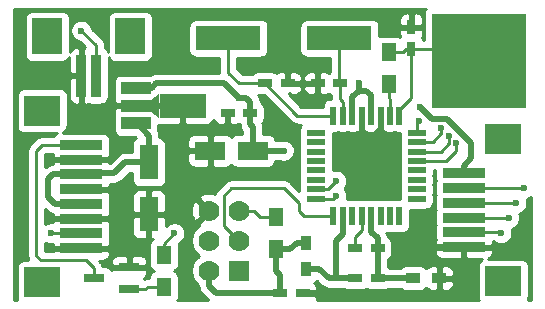
<source format=gtl>
G04 #@! TF.FileFunction,Copper,L1,Top,Signal*
%FSLAX46Y46*%
G04 Gerber Fmt 4.6, Leading zero omitted, Abs format (unit mm)*
G04 Created by KiCad (PCBNEW 0.201505222246+5678~23~ubuntu14.04.1-product) date dom 24 may 2015 19:31:24 CEST*
%MOMM*%
G01*
G04 APERTURE LIST*
%ADD10C,0.101600*%
%ADD11R,1.600200X2.999740*%
%ADD12R,2.600960X1.600200*%
%ADD13R,1.200000X0.750000*%
%ADD14R,0.750000X1.200000*%
%ADD15R,1.778000X1.778000*%
%ADD16C,1.778000*%
%ADD17R,3.048000X2.540000*%
%ADD18R,3.606800X0.812800*%
%ADD19R,2.540000X3.048000*%
%ADD20R,0.812800X3.606800*%
%ADD21R,8.001000X8.001000*%
%ADD22R,1.800860X0.800100*%
%ADD23R,0.900000X1.200000*%
%ADD24R,1.200000X0.900000*%
%ADD25R,1.300000X1.500000*%
%ADD26R,2.501900X1.000760*%
%ADD27R,4.000500X1.998980*%
%ADD28R,0.550000X1.600000*%
%ADD29R,1.600000X0.550000*%
%ADD30R,0.558800X1.600200*%
%ADD31R,5.499100X1.998980*%
%ADD32C,0.599440*%
%ADD33C,0.508000*%
%ADD34C,0.254000*%
G04 APERTURE END LIST*
D10*
D11*
X139065000Y-103210360D03*
X139065000Y-107609640D03*
D12*
X147850860Y-102235000D03*
X144249140Y-102235000D03*
D13*
X147635000Y-99060000D03*
X145735000Y-99060000D03*
X156530000Y-113030000D03*
X158430000Y-113030000D03*
X150180000Y-114300000D03*
X152080000Y-114300000D03*
X155255000Y-96520000D03*
X153355000Y-96520000D03*
X156530000Y-110490000D03*
X158430000Y-110490000D03*
X148910000Y-96520000D03*
X150810000Y-96520000D03*
D14*
X161290000Y-93660000D03*
X161290000Y-91760000D03*
D15*
X146685000Y-112395000D03*
D16*
X144145000Y-112395000D03*
X146685000Y-109855000D03*
X144145000Y-109855000D03*
X146685000Y-107315000D03*
X144145000Y-107315000D03*
D17*
X130020000Y-98840000D03*
D18*
X133350000Y-101740000D03*
X133350000Y-102990000D03*
X133350000Y-104240000D03*
X133350000Y-105490000D03*
X133350000Y-106740000D03*
X133350000Y-107990000D03*
X133350000Y-109240000D03*
X133350000Y-110490000D03*
D17*
X130020000Y-113390000D03*
D19*
X137500000Y-92555000D03*
D20*
X134600000Y-95885000D03*
X133350000Y-95885000D03*
D19*
X130450000Y-92555000D03*
D17*
X169065000Y-101240000D03*
D18*
X165735000Y-110390000D03*
X165735000Y-109140000D03*
X165735000Y-107890000D03*
X165735000Y-106640000D03*
X165735000Y-105390000D03*
X165735000Y-104140000D03*
D17*
X169065000Y-113290000D03*
D21*
X167005000Y-94615000D03*
D22*
X137391140Y-113980000D03*
X137391140Y-112080000D03*
X134388860Y-113030000D03*
D23*
X152400000Y-110025000D03*
X152400000Y-112225000D03*
D24*
X163660000Y-113030000D03*
X161460000Y-113030000D03*
D25*
X149860000Y-110570000D03*
X149860000Y-107870000D03*
X159385000Y-93900000D03*
X159385000Y-96600000D03*
X140335000Y-111045000D03*
X140335000Y-113745000D03*
D26*
X137982960Y-96923860D03*
X137982960Y-98425000D03*
X137982960Y-99926140D03*
D27*
X141935200Y-98425000D03*
D10*
G36*
X139960350Y-99425760D02*
X139211050Y-98925380D01*
X139211050Y-97924620D01*
X139960350Y-97424240D01*
X139960350Y-99425760D01*
X139960350Y-99425760D01*
G37*
D28*
X160280000Y-99255000D03*
X159480000Y-99255000D03*
X158680000Y-99255000D03*
X157880000Y-99255000D03*
X157080000Y-99255000D03*
X156280000Y-99255000D03*
X155480000Y-99255000D03*
X154680000Y-99255000D03*
D29*
X153230000Y-100705000D03*
X153230000Y-101505000D03*
X153230000Y-102305000D03*
X153230000Y-103105000D03*
X153230000Y-103905000D03*
X153230000Y-104705000D03*
X153230000Y-105505000D03*
X153230000Y-106305000D03*
D28*
X154680000Y-107755000D03*
X155480000Y-107755000D03*
X156280000Y-107755000D03*
X157080000Y-107755000D03*
X157880000Y-107755000D03*
X158680000Y-107755000D03*
X159480000Y-107755000D03*
D30*
X160280000Y-107755000D03*
D29*
X161730000Y-106305000D03*
X161730000Y-105505000D03*
X161730000Y-104705000D03*
X161730000Y-103905000D03*
X161730000Y-103105000D03*
X161730000Y-102305000D03*
X161730000Y-101505000D03*
X161730000Y-100705000D03*
D31*
X145796000Y-92710000D03*
X155194000Y-92710000D03*
D32*
X162560000Y-111125000D03*
X153670000Y-114300000D03*
X136652000Y-102108000D03*
X156845000Y-100965000D03*
X158115000Y-100965000D03*
X150495000Y-102235000D03*
X162052000Y-98552000D03*
X146685000Y-97790000D03*
X156845000Y-96520000D03*
X154940000Y-106045000D03*
X154940000Y-104775000D03*
X165100000Y-101600000D03*
X168910000Y-109220000D03*
X133350000Y-92075000D03*
X130810000Y-109220000D03*
X169545000Y-107950000D03*
X164465000Y-100965000D03*
X170180000Y-106680000D03*
X163830000Y-100330000D03*
X141224000Y-109220000D03*
X161925000Y-99695000D03*
X170815000Y-105410000D03*
D33*
X133350000Y-106740000D02*
X131124000Y-106740000D01*
X130964000Y-104240000D02*
X133350000Y-104240000D01*
X130556000Y-104648000D02*
X130964000Y-104240000D01*
X130556000Y-106172000D02*
X130556000Y-104648000D01*
X131124000Y-106740000D02*
X130556000Y-106172000D01*
X133350000Y-104240000D02*
X133450000Y-104140000D01*
X133450000Y-104140000D02*
X136144000Y-104140000D01*
X136144000Y-104140000D02*
X137073640Y-103210360D01*
X137073640Y-103210360D02*
X139065000Y-103210360D01*
X137982960Y-99926140D02*
X138026140Y-99926140D01*
X138026140Y-99926140D02*
X139065000Y-100965000D01*
X139065000Y-100965000D02*
X139065000Y-103210360D01*
X165735000Y-110390000D02*
X163295000Y-110390000D01*
X163295000Y-110390000D02*
X162560000Y-111125000D01*
X152080000Y-114300000D02*
X153670000Y-114300000D01*
X133350000Y-102990000D02*
X135770000Y-102990000D01*
X135770000Y-102990000D02*
X136652000Y-102108000D01*
X157080000Y-99255000D02*
X157080000Y-100730000D01*
X157080000Y-100730000D02*
X156845000Y-100965000D01*
X158680000Y-99255000D02*
X158680000Y-100400000D01*
X158680000Y-100400000D02*
X158115000Y-100965000D01*
X150495000Y-102235000D02*
X147850860Y-102235000D01*
X165735000Y-104140000D02*
X165735000Y-103505000D01*
X163068000Y-99568000D02*
X162052000Y-98552000D01*
X164338000Y-99568000D02*
X163068000Y-99568000D01*
X166370000Y-101600000D02*
X164338000Y-99568000D01*
X166370000Y-102870000D02*
X166370000Y-101600000D01*
X165735000Y-103505000D02*
X166370000Y-102870000D01*
X157880000Y-99255000D02*
X157880000Y-97555000D01*
X157480000Y-97155000D02*
X156845000Y-97155000D01*
X157880000Y-97555000D02*
X157480000Y-97155000D01*
X156845000Y-97155000D02*
X156845000Y-96520000D01*
X156280000Y-99255000D02*
X156280000Y-97720000D01*
X156845000Y-97155000D02*
X156845000Y-96520000D01*
X156280000Y-97720000D02*
X156845000Y-97155000D01*
X146685000Y-97790000D02*
X147320000Y-97790000D01*
X147320000Y-97790000D02*
X147635000Y-98105000D01*
X147635000Y-98105000D02*
X147635000Y-99060000D01*
X137982960Y-96923860D02*
X139296140Y-96923860D01*
X147635000Y-98105000D02*
X147635000Y-99060000D01*
X147320000Y-97790000D02*
X147635000Y-98105000D01*
X146685000Y-97790000D02*
X147320000Y-97790000D01*
X145415000Y-96520000D02*
X146685000Y-97790000D01*
X139700000Y-96520000D02*
X145415000Y-96520000D01*
X139296140Y-96923860D02*
X139700000Y-96520000D01*
X147635000Y-99060000D02*
X147635000Y-100010000D01*
X147635000Y-100010000D02*
X147850860Y-100225860D01*
X147850860Y-100225860D02*
X147850860Y-102235000D01*
X144145000Y-112395000D02*
X144145000Y-113665000D01*
X144780000Y-114300000D02*
X150180000Y-114300000D01*
X144145000Y-113665000D02*
X144780000Y-114300000D01*
X152400000Y-110025000D02*
X151595000Y-110025000D01*
X151050000Y-110570000D02*
X149860000Y-110570000D01*
X151595000Y-110025000D02*
X151050000Y-110570000D01*
X149860000Y-110570000D02*
X149860000Y-112395000D01*
X150180000Y-112715000D02*
X150180000Y-114300000D01*
X149860000Y-112395000D02*
X150180000Y-112715000D01*
X155480000Y-107755000D02*
X155480000Y-109315000D01*
X154940000Y-113030000D02*
X156530000Y-113030000D01*
X154940000Y-109855000D02*
X154940000Y-113030000D01*
X155480000Y-109315000D02*
X154940000Y-109855000D01*
X156530000Y-113030000D02*
X154305000Y-113030000D01*
X153500000Y-112225000D02*
X152400000Y-112225000D01*
X154305000Y-113030000D02*
X153500000Y-112225000D01*
X157880000Y-107755000D02*
X157880000Y-109112000D01*
X158430000Y-109662000D02*
X158430000Y-110490000D01*
X157880000Y-109112000D02*
X158430000Y-109662000D01*
X158430000Y-110490000D02*
X158430000Y-113030000D01*
X158430000Y-113030000D02*
X161460000Y-113030000D01*
D34*
X155480000Y-99255000D02*
X155480000Y-98076000D01*
X155255000Y-97851000D02*
X155255000Y-96520000D01*
X155480000Y-98076000D02*
X155255000Y-97851000D01*
X155255000Y-96520000D02*
X155194000Y-96459000D01*
X155194000Y-96459000D02*
X155194000Y-92710000D01*
X157080000Y-107755000D02*
X157080000Y-108985000D01*
X156530000Y-109535000D02*
X156530000Y-110490000D01*
X157080000Y-108985000D02*
X156530000Y-109535000D01*
X154680000Y-99255000D02*
X151645000Y-99255000D01*
X151645000Y-99255000D02*
X148910000Y-96520000D01*
X148910000Y-96520000D02*
X146685000Y-96520000D01*
X146685000Y-96520000D02*
X145796000Y-95631000D01*
X145796000Y-95631000D02*
X145796000Y-92710000D01*
X161290000Y-93660000D02*
X161290000Y-97790000D01*
X161290000Y-97790000D02*
X160280000Y-98800000D01*
X160280000Y-98800000D02*
X160280000Y-99255000D01*
X159385000Y-93900000D02*
X160575000Y-93900000D01*
X160815000Y-93660000D02*
X161290000Y-93660000D01*
X160575000Y-93900000D02*
X160815000Y-93660000D01*
X161290000Y-93660000D02*
X166050000Y-93660000D01*
X166050000Y-93660000D02*
X167005000Y-94615000D01*
X154680000Y-106305000D02*
X153230000Y-106305000D01*
X154940000Y-106045000D02*
X154680000Y-106305000D01*
X146685000Y-109855000D02*
X145415000Y-108585000D01*
X152205000Y-107755000D02*
X154680000Y-107755000D01*
X151765000Y-107315000D02*
X152205000Y-107755000D01*
X151765000Y-106680000D02*
X151765000Y-107315000D01*
X150495000Y-105410000D02*
X151765000Y-106680000D01*
X146050000Y-105410000D02*
X150495000Y-105410000D01*
X145415000Y-106045000D02*
X146050000Y-105410000D01*
X145415000Y-108585000D02*
X145415000Y-106045000D01*
X154210000Y-105505000D02*
X153230000Y-105505000D01*
X154940000Y-104775000D02*
X154210000Y-105505000D01*
X144145000Y-109855000D02*
X143637000Y-109855000D01*
X144145000Y-109855000D02*
X143510000Y-109855000D01*
X161730000Y-103105000D02*
X164230000Y-103105000D01*
X164230000Y-103105000D02*
X165100000Y-102235000D01*
X165100000Y-102235000D02*
X165100000Y-101600000D01*
X168830000Y-109140000D02*
X165735000Y-109140000D01*
X168910000Y-109220000D02*
X168830000Y-109140000D01*
X146685000Y-107315000D02*
X147955000Y-107315000D01*
X148510000Y-107870000D02*
X149860000Y-107870000D01*
X147955000Y-107315000D02*
X148510000Y-107870000D01*
X146765000Y-107870000D02*
X146685000Y-107950000D01*
X134388860Y-113030000D02*
X134388860Y-112163860D01*
X130035000Y-101740000D02*
X133350000Y-101740000D01*
X129540000Y-102235000D02*
X130035000Y-101740000D01*
X129540000Y-111125000D02*
X129540000Y-102235000D01*
X129921000Y-111506000D02*
X129540000Y-111125000D01*
X133731000Y-111506000D02*
X129921000Y-111506000D01*
X134388860Y-112163860D02*
X133731000Y-111506000D01*
X133350000Y-109240000D02*
X130830000Y-109240000D01*
X134600000Y-93325000D02*
X134600000Y-95885000D01*
X133350000Y-92075000D02*
X134600000Y-93325000D01*
X130830000Y-109240000D02*
X130810000Y-109220000D01*
X161730000Y-102305000D02*
X163760000Y-102305000D01*
X169485000Y-107890000D02*
X165735000Y-107890000D01*
X169545000Y-107950000D02*
X169485000Y-107890000D01*
X164465000Y-101600000D02*
X164465000Y-100965000D01*
X163760000Y-102305000D02*
X164465000Y-101600000D01*
X161660000Y-102235000D02*
X161730000Y-102305000D01*
X161730000Y-101505000D02*
X163100000Y-101505000D01*
X170140000Y-106640000D02*
X165735000Y-106640000D01*
X170180000Y-106680000D02*
X170140000Y-106640000D01*
X163830000Y-100775000D02*
X163830000Y-100330000D01*
X163100000Y-101505000D02*
X163830000Y-100775000D01*
X140335000Y-111045000D02*
X140335000Y-110109000D01*
X140335000Y-110109000D02*
X141224000Y-109220000D01*
X165735000Y-105390000D02*
X170795000Y-105390000D01*
X161730000Y-99890000D02*
X161730000Y-100705000D01*
X161925000Y-99695000D02*
X161730000Y-99890000D01*
X170795000Y-105390000D02*
X170815000Y-105410000D01*
X137391140Y-113980000D02*
X138750000Y-113980000D01*
X138985000Y-113745000D02*
X140335000Y-113745000D01*
X138750000Y-113980000D02*
X138985000Y-113745000D01*
X159480000Y-99255000D02*
X159480000Y-97885000D01*
X159385000Y-97790000D02*
X159385000Y-96600000D01*
X159480000Y-97885000D02*
X159385000Y-97790000D01*
X157082369Y-100410000D02*
X157082369Y-100410000D01*
X158682369Y-100410000D02*
X158682369Y-100410000D01*
X156871050Y-100613200D02*
X157288950Y-100613200D01*
X158471050Y-100613200D02*
X158888950Y-100613200D01*
X154668072Y-100816400D02*
X160291928Y-100816400D01*
X154662457Y-101019600D02*
X160295147Y-101019600D01*
X154667486Y-101222800D02*
X160292948Y-101222800D01*
X154668072Y-101426000D02*
X160291928Y-101426000D01*
X154668072Y-101629200D02*
X160291928Y-101629200D01*
X154660642Y-101832400D02*
X160296187Y-101832400D01*
X154668072Y-102035600D02*
X160291928Y-102035600D01*
X154668072Y-102238800D02*
X160291928Y-102238800D01*
X154668072Y-102442000D02*
X160291928Y-102442000D01*
X154658827Y-102645200D02*
X160297228Y-102645200D01*
X154668072Y-102848400D02*
X160291928Y-102848400D01*
X154668072Y-103051600D02*
X160291928Y-103051600D01*
X154668072Y-103254800D02*
X160291928Y-103254800D01*
X154657012Y-103458000D02*
X160298268Y-103458000D01*
X154668072Y-103661200D02*
X160291928Y-103661200D01*
X154668072Y-103864400D02*
X154724986Y-103864400D01*
X155152651Y-103864400D02*
X160291928Y-103864400D01*
X155554881Y-104067600D02*
X160291928Y-104067600D01*
X155727277Y-104270800D02*
X160299308Y-104270800D01*
X155826984Y-104474000D02*
X160291928Y-104474000D01*
X155873543Y-104677200D02*
X160291928Y-104677200D01*
X155872009Y-104880400D02*
X160291928Y-104880400D01*
X155825825Y-105083600D02*
X160300478Y-105083600D01*
X155722900Y-105286800D02*
X160291928Y-105286800D01*
X155693526Y-105490000D02*
X160291928Y-105490000D01*
X155806046Y-105693200D02*
X160291928Y-105693200D01*
X155863484Y-105896400D02*
X160304480Y-105896400D01*
X155872719Y-106099600D02*
X160291928Y-106099600D01*
X155840011Y-106302800D02*
X160291928Y-106302800D01*
X127685000Y-90220000D02*
X162510691Y-90220000D01*
X127685000Y-90423200D02*
X129006930Y-90423200D01*
X131908772Y-90423200D02*
X136056930Y-90423200D01*
X138958772Y-90423200D02*
X162397836Y-90423200D01*
X127685000Y-90626400D02*
X128694773Y-90626400D01*
X132209794Y-90626400D02*
X135744773Y-90626400D01*
X139259794Y-90626400D02*
X160570618Y-90626400D01*
X161105650Y-90626400D02*
X161474350Y-90626400D01*
X162009381Y-90626400D02*
X162366428Y-90626400D01*
X127685000Y-90829600D02*
X128577877Y-90829600D01*
X132318941Y-90829600D02*
X135627877Y-90829600D01*
X139368941Y-90829600D02*
X160372058Y-90829600D01*
X161163000Y-90829600D02*
X161417000Y-90829600D01*
X162207941Y-90829600D02*
X162366428Y-90829600D01*
X127685000Y-91032800D02*
X128541928Y-91032800D01*
X132358072Y-91032800D02*
X135591928Y-91032800D01*
X139408072Y-91032800D02*
X160292861Y-91032800D01*
X161163000Y-91032800D02*
X161417000Y-91032800D01*
X162287138Y-91032800D02*
X162366428Y-91032800D01*
X127685000Y-91236000D02*
X128541928Y-91236000D01*
X132358072Y-91236000D02*
X132931284Y-91236000D01*
X133766286Y-91236000D02*
X135591928Y-91236000D01*
X139408072Y-91236000D02*
X142620623Y-91236000D01*
X148962762Y-91236000D02*
X152018623Y-91236000D01*
X158360762Y-91236000D02*
X160280000Y-91236000D01*
X161163000Y-91236000D02*
X161417000Y-91236000D01*
X162300000Y-91236000D02*
X162366428Y-91236000D01*
X127685000Y-91439200D02*
X128541928Y-91439200D01*
X132358072Y-91439200D02*
X132663242Y-91439200D01*
X134035983Y-91439200D02*
X135591928Y-91439200D01*
X139408072Y-91439200D02*
X142475764Y-91439200D01*
X149122630Y-91439200D02*
X151873764Y-91439200D01*
X158520630Y-91439200D02*
X160280000Y-91439200D01*
X161163000Y-91439200D02*
X161417000Y-91439200D01*
X162300000Y-91439200D02*
X162366428Y-91439200D01*
X127685000Y-91642400D02*
X128541928Y-91642400D01*
X132358072Y-91642400D02*
X132518412Y-91642400D01*
X134182742Y-91642400D02*
X135591928Y-91642400D01*
X139408072Y-91642400D02*
X142418035Y-91642400D01*
X149178086Y-91642400D02*
X151816035Y-91642400D01*
X158576086Y-91642400D02*
X161163000Y-91642400D01*
X161163000Y-91642400D02*
X162300000Y-91642400D01*
X162300000Y-91642400D02*
X162366428Y-91642400D01*
X127685000Y-91845600D02*
X128541928Y-91845600D01*
X132358072Y-91845600D02*
X132443116Y-91845600D01*
X134257485Y-91845600D02*
X135591928Y-91845600D01*
X139408072Y-91845600D02*
X142408378Y-91845600D01*
X149183622Y-91845600D02*
X151806378Y-91845600D01*
X158581622Y-91845600D02*
X161163000Y-91845600D01*
X161163000Y-91845600D02*
X162300000Y-91845600D01*
X162300000Y-91845600D02*
X162366428Y-91845600D01*
X127685000Y-92048800D02*
X128541928Y-92048800D01*
X132358072Y-92048800D02*
X132415514Y-92048800D01*
X134401430Y-92048800D02*
X135591928Y-92048800D01*
X139408072Y-92048800D02*
X142408378Y-92048800D01*
X149183622Y-92048800D02*
X151806378Y-92048800D01*
X158581622Y-92048800D02*
X160280000Y-92048800D01*
X162300000Y-92048800D02*
X162366428Y-92048800D01*
X127685000Y-92252000D02*
X128541928Y-92252000D01*
X132358072Y-92252000D02*
X132432113Y-92252000D01*
X134604630Y-92252000D02*
X135591928Y-92252000D01*
X139408072Y-92252000D02*
X142408378Y-92252000D01*
X149183622Y-92252000D02*
X151806378Y-92252000D01*
X158581622Y-92252000D02*
X160280000Y-92252000D01*
X162300000Y-92252000D02*
X162366428Y-92252000D01*
X127685000Y-92455200D02*
X128541928Y-92455200D01*
X132358072Y-92455200D02*
X132495172Y-92455200D01*
X134807830Y-92455200D02*
X135591928Y-92455200D01*
X139408072Y-92455200D02*
X142408378Y-92455200D01*
X149183622Y-92455200D02*
X151806378Y-92455200D01*
X158581622Y-92455200D02*
X160286497Y-92455200D01*
X162293504Y-92455200D02*
X162366428Y-92455200D01*
X127685000Y-92658400D02*
X128541928Y-92658400D01*
X132358072Y-92658400D02*
X132613916Y-92658400D01*
X135011030Y-92658400D02*
X135591928Y-92658400D01*
X139408072Y-92658400D02*
X142408378Y-92658400D01*
X149183622Y-92658400D02*
X151806378Y-92658400D01*
X162228718Y-92658400D02*
X162366428Y-92658400D01*
X127685000Y-92861600D02*
X128541928Y-92861600D01*
X132358072Y-92861600D02*
X132843889Y-92861600D01*
X135200663Y-92861600D02*
X135591928Y-92861600D01*
X139408072Y-92861600D02*
X142408378Y-92861600D01*
X149183622Y-92861600D02*
X151806378Y-92861600D01*
X162264879Y-92861600D02*
X162366428Y-92861600D01*
X127685000Y-93064800D02*
X128541928Y-93064800D01*
X132358072Y-93064800D02*
X133262170Y-93064800D01*
X135314124Y-93064800D02*
X135591928Y-93064800D01*
X139408072Y-93064800D02*
X142408378Y-93064800D01*
X149183622Y-93064800D02*
X151806378Y-93064800D01*
X127685000Y-93268000D02*
X128541928Y-93268000D01*
X132358072Y-93268000D02*
X133465370Y-93268000D01*
X135356410Y-93268000D02*
X135591928Y-93268000D01*
X139408072Y-93268000D02*
X142408378Y-93268000D01*
X149183622Y-93268000D02*
X151806378Y-93268000D01*
X127685000Y-93471200D02*
X128541928Y-93471200D01*
X132358072Y-93471200D02*
X132757901Y-93471200D01*
X133088850Y-93471200D02*
X133611150Y-93471200D01*
X135362000Y-93471200D02*
X135591928Y-93471200D01*
X139408072Y-93471200D02*
X142408378Y-93471200D01*
X149183622Y-93471200D02*
X151806378Y-93471200D01*
X127685000Y-93674400D02*
X128541928Y-93674400D01*
X132358072Y-93674400D02*
X132452774Y-93674400D01*
X133223000Y-93674400D02*
X133477000Y-93674400D01*
X135494473Y-93674400D02*
X135591928Y-93674400D01*
X139408072Y-93674400D02*
X142408378Y-93674400D01*
X149183622Y-93674400D02*
X151806378Y-93674400D01*
X127685000Y-93877600D02*
X128541928Y-93877600D01*
X133223000Y-93877600D02*
X133477000Y-93877600D01*
X139408072Y-93877600D02*
X142437100Y-93877600D01*
X149159785Y-93877600D02*
X151835100Y-93877600D01*
X127685000Y-94080800D02*
X128542075Y-94080800D01*
X133223000Y-94080800D02*
X133477000Y-94080800D01*
X139407817Y-94080800D02*
X139408072Y-94080800D01*
X139408072Y-94080800D02*
X142534617Y-94080800D01*
X149059062Y-94080800D02*
X151932617Y-94080800D01*
X127685000Y-94284000D02*
X128582185Y-94284000D01*
X133223000Y-94284000D02*
X133477000Y-94284000D01*
X139370504Y-94284000D02*
X139408072Y-94284000D01*
X139408072Y-94284000D02*
X142783645Y-94284000D01*
X148822185Y-94284000D02*
X152181645Y-94284000D01*
X127685000Y-94487200D02*
X128692589Y-94487200D01*
X132202168Y-94487200D02*
X132308600Y-94487200D01*
X133223000Y-94487200D02*
X133477000Y-94487200D01*
X135644472Y-94487200D02*
X135742589Y-94487200D01*
X139252168Y-94487200D02*
X139408072Y-94487200D01*
X139408072Y-94487200D02*
X145034000Y-94487200D01*
X146558000Y-94487200D02*
X154432000Y-94487200D01*
X127685000Y-94690400D02*
X128999233Y-94690400D01*
X131881558Y-94690400D02*
X132308600Y-94690400D01*
X133223000Y-94690400D02*
X133477000Y-94690400D01*
X135644472Y-94690400D02*
X136049233Y-94690400D01*
X138931558Y-94690400D02*
X139408072Y-94690400D01*
X139408072Y-94690400D02*
X145034000Y-94690400D01*
X146558000Y-94690400D02*
X154432000Y-94690400D01*
X127685000Y-94893600D02*
X132308600Y-94893600D01*
X133223000Y-94893600D02*
X133477000Y-94893600D01*
X135644472Y-94893600D02*
X139408072Y-94893600D01*
X139408072Y-94893600D02*
X145034000Y-94893600D01*
X146558000Y-94893600D02*
X154432000Y-94893600D01*
X127685000Y-95096800D02*
X132308600Y-95096800D01*
X133223000Y-95096800D02*
X133477000Y-95096800D01*
X135644472Y-95096800D02*
X139408072Y-95096800D01*
X139408072Y-95096800D02*
X145034000Y-95096800D01*
X146558000Y-95096800D02*
X154432000Y-95096800D01*
X127685000Y-95300000D02*
X132308600Y-95300000D01*
X133223000Y-95300000D02*
X133477000Y-95300000D01*
X135644472Y-95300000D02*
X139408072Y-95300000D01*
X139408072Y-95300000D02*
X145034000Y-95300000D01*
X146558000Y-95300000D02*
X154432000Y-95300000D01*
X127685000Y-95503200D02*
X132308600Y-95503200D01*
X133223000Y-95503200D02*
X133477000Y-95503200D01*
X135644472Y-95503200D02*
X139408072Y-95503200D01*
X139408072Y-95503200D02*
X145034000Y-95503200D01*
X146745830Y-95503200D02*
X154432000Y-95503200D01*
X127685000Y-95706400D02*
X132415750Y-95706400D01*
X133223000Y-95706400D02*
X133477000Y-95706400D01*
X135644472Y-95706400D02*
X139345578Y-95706400D01*
X146949030Y-95706400D02*
X147853661Y-95706400D01*
X150683000Y-95706400D02*
X150937000Y-95706400D01*
X151869426Y-95706400D02*
X152295574Y-95706400D01*
X153228000Y-95706400D02*
X153482000Y-95706400D01*
X127685000Y-95909600D02*
X133223000Y-95909600D01*
X133223000Y-95909600D02*
X133497000Y-95909600D01*
X135644472Y-95909600D02*
X136363791Y-95909600D01*
X150683000Y-95909600D02*
X150937000Y-95909600D01*
X151999813Y-95909600D02*
X152165186Y-95909600D01*
X153228000Y-95909600D02*
X153482000Y-95909600D01*
X127685000Y-96112800D02*
X132366550Y-96112800D01*
X133223000Y-96112800D02*
X133477000Y-96112800D01*
X135644472Y-96112800D02*
X136179027Y-96112800D01*
X150683000Y-96112800D02*
X150937000Y-96112800D01*
X152045000Y-96112800D02*
X152120000Y-96112800D01*
X153228000Y-96112800D02*
X153482000Y-96112800D01*
X127685000Y-96316000D02*
X132308600Y-96316000D01*
X133223000Y-96316000D02*
X133477000Y-96316000D01*
X135644472Y-96316000D02*
X136109178Y-96316000D01*
X150683000Y-96316000D02*
X150937000Y-96316000D01*
X151963250Y-96316000D02*
X152045000Y-96316000D01*
X152045000Y-96316000D02*
X152201750Y-96316000D01*
X153228000Y-96316000D02*
X153482000Y-96316000D01*
X127685000Y-96519200D02*
X132308600Y-96519200D01*
X133223000Y-96519200D02*
X133477000Y-96519200D01*
X135644472Y-96519200D02*
X136093938Y-96519200D01*
X150663000Y-96519200D02*
X152045000Y-96519200D01*
X152045000Y-96519200D02*
X153228000Y-96519200D01*
X153228000Y-96519200D02*
X153502000Y-96519200D01*
X127685000Y-96722400D02*
X132308600Y-96722400D01*
X133223000Y-96722400D02*
X133477000Y-96722400D01*
X135644472Y-96722400D02*
X136093938Y-96722400D01*
X151961650Y-96722400D02*
X152045000Y-96722400D01*
X152045000Y-96722400D02*
X152203350Y-96722400D01*
X153228000Y-96722400D02*
X153482000Y-96722400D01*
X127685000Y-96925600D02*
X132308600Y-96925600D01*
X133223000Y-96925600D02*
X133477000Y-96925600D01*
X135644472Y-96925600D02*
X136093938Y-96925600D01*
X152045000Y-96925600D02*
X152120000Y-96925600D01*
X153228000Y-96925600D02*
X153482000Y-96925600D01*
X127685000Y-97128800D02*
X128041871Y-97128800D01*
X132000416Y-97128800D02*
X132308600Y-97128800D01*
X133223000Y-97128800D02*
X133477000Y-97128800D01*
X135644472Y-97128800D02*
X136093938Y-97128800D01*
X152000476Y-97128800D02*
X152164525Y-97128800D01*
X153228000Y-97128800D02*
X153482000Y-97128800D01*
X127685000Y-97332000D02*
X127910335Y-97332000D01*
X132131496Y-97332000D02*
X132308600Y-97332000D01*
X133223000Y-97332000D02*
X133477000Y-97332000D01*
X135644472Y-97332000D02*
X136093938Y-97332000D01*
X151871026Y-97332000D02*
X152293974Y-97332000D01*
X153228000Y-97332000D02*
X153482000Y-97332000D01*
X127685000Y-97535200D02*
X127862862Y-97535200D01*
X132179243Y-97535200D02*
X132308600Y-97535200D01*
X133223000Y-97535200D02*
X133477000Y-97535200D01*
X135644472Y-97535200D02*
X136104789Y-97535200D01*
X148312230Y-97535200D02*
X148847570Y-97535200D01*
X151002830Y-97535200D02*
X153228000Y-97535200D01*
X153228000Y-97535200D02*
X154493000Y-97535200D01*
X127685000Y-97738400D02*
X127857928Y-97738400D01*
X132182072Y-97738400D02*
X132308600Y-97738400D01*
X133223000Y-97738400D02*
X133477000Y-97738400D01*
X135637383Y-97738400D02*
X136121825Y-97738400D01*
X148442124Y-97738400D02*
X149050770Y-97738400D01*
X151206030Y-97738400D02*
X153228000Y-97738400D01*
X153228000Y-97738400D02*
X154493000Y-97738400D01*
X127685000Y-97941600D02*
X127857928Y-97941600D01*
X132182072Y-97941600D02*
X132361160Y-97941600D01*
X133223000Y-97941600D02*
X133477000Y-97941600D01*
X135585230Y-97941600D02*
X136097010Y-97941600D01*
X148508841Y-97941600D02*
X149253970Y-97941600D01*
X151409230Y-97941600D02*
X153228000Y-97941600D01*
X153228000Y-97941600D02*
X154036056Y-97941600D01*
X127685000Y-98144800D02*
X127857928Y-98144800D01*
X132182072Y-98144800D02*
X132501974Y-98144800D01*
X133223000Y-98144800D02*
X133477000Y-98144800D01*
X135447615Y-98144800D02*
X136102560Y-98144800D01*
X148574106Y-98144800D02*
X149457170Y-98144800D01*
X151612430Y-98144800D02*
X153228000Y-98144800D01*
X153228000Y-98144800D02*
X153851801Y-98144800D01*
X127685000Y-98348000D02*
X127857928Y-98348000D01*
X132182072Y-98348000D02*
X133223000Y-98348000D01*
X133223000Y-98348000D02*
X142082200Y-98348000D01*
X148769546Y-98348000D02*
X149660370Y-98348000D01*
X151815630Y-98348000D02*
X153228000Y-98348000D01*
X153228000Y-98348000D02*
X153782100Y-98348000D01*
X127685000Y-98551200D02*
X127857928Y-98551200D01*
X132182072Y-98551200D02*
X133223000Y-98551200D01*
X133223000Y-98551200D02*
X142082200Y-98551200D01*
X148855079Y-98551200D02*
X149863570Y-98551200D01*
X127685000Y-98754400D02*
X127857928Y-98754400D01*
X132182072Y-98754400D02*
X133223000Y-98754400D01*
X133223000Y-98754400D02*
X136097010Y-98754400D01*
X141808200Y-98754400D02*
X142062200Y-98754400D01*
X148873072Y-98754400D02*
X150066770Y-98754400D01*
X127685000Y-98957600D02*
X127857928Y-98957600D01*
X132182072Y-98957600D02*
X133223000Y-98957600D01*
X133223000Y-98957600D02*
X136097010Y-98957600D01*
X141808200Y-98957600D02*
X142062200Y-98957600D01*
X145588000Y-98957600D02*
X145882000Y-98957600D01*
X148873072Y-98957600D02*
X150269970Y-98957600D01*
X127685000Y-99160800D02*
X127857928Y-99160800D01*
X132182072Y-99160800D02*
X133223000Y-99160800D01*
X133223000Y-99160800D02*
X136142206Y-99160800D01*
X141808200Y-99160800D02*
X142062200Y-99160800D01*
X145588000Y-99160800D02*
X145882000Y-99160800D01*
X148873072Y-99160800D02*
X150473170Y-99160800D01*
X127685000Y-99364000D02*
X127857928Y-99364000D01*
X132182072Y-99364000D02*
X133223000Y-99364000D01*
X133223000Y-99364000D02*
X136102695Y-99364000D01*
X141808200Y-99364000D02*
X142062200Y-99364000D01*
X145608000Y-99364000D02*
X145862000Y-99364000D01*
X148873072Y-99364000D02*
X150676370Y-99364000D01*
X127685000Y-99567200D02*
X127857928Y-99567200D01*
X132182072Y-99567200D02*
X133223000Y-99567200D01*
X133223000Y-99567200D02*
X136093938Y-99567200D01*
X141808200Y-99567200D02*
X142062200Y-99567200D01*
X145608000Y-99567200D02*
X145862000Y-99567200D01*
X148854327Y-99567200D02*
X150879570Y-99567200D01*
X127685000Y-99770400D02*
X127857928Y-99770400D01*
X132182072Y-99770400D02*
X133223000Y-99770400D01*
X133223000Y-99770400D02*
X136093938Y-99770400D01*
X141808200Y-99770400D02*
X142062200Y-99770400D01*
X144468029Y-99770400D02*
X144595399Y-99770400D01*
X145608000Y-99770400D02*
X145862000Y-99770400D01*
X148776867Y-99770400D02*
X151082770Y-99770400D01*
X127685000Y-99973600D02*
X127857928Y-99973600D01*
X132182072Y-99973600D02*
X133223000Y-99973600D01*
X133223000Y-99973600D02*
X136093938Y-99973600D01*
X141735340Y-99973600D02*
X142135060Y-99973600D01*
X144256619Y-99973600D02*
X144798102Y-99973600D01*
X145545650Y-99973600D02*
X145924350Y-99973600D01*
X146671899Y-99973600D02*
X146693218Y-99973600D01*
X148698911Y-99973600D02*
X151401605Y-99973600D01*
X127685000Y-100176800D02*
X127863358Y-100176800D01*
X132172601Y-100176800D02*
X133223000Y-100176800D01*
X133223000Y-100176800D02*
X136093938Y-100176800D01*
X139871982Y-100176800D02*
X146762120Y-100176800D01*
X148735049Y-100176800D02*
X151851170Y-100176800D01*
X127685000Y-100380000D02*
X127918510Y-100380000D01*
X132115275Y-100380000D02*
X133223000Y-100380000D01*
X133223000Y-100380000D02*
X136093938Y-100380000D01*
X139871982Y-100380000D02*
X146829684Y-100380000D01*
X148739860Y-100380000D02*
X151799017Y-100380000D01*
X127685000Y-100583200D02*
X128077246Y-100583200D01*
X131970940Y-100583200D02*
X133223000Y-100583200D01*
X133223000Y-100583200D02*
X136119085Y-100583200D01*
X139864042Y-100583200D02*
X146960483Y-100583200D01*
X148739860Y-100583200D02*
X151791928Y-100583200D01*
X127685000Y-100786400D02*
X131228712Y-100786400D01*
X135476939Y-100786400D02*
X136212611Y-100786400D01*
X139935279Y-100786400D02*
X146961860Y-100786400D01*
X148739860Y-100786400D02*
X151791928Y-100786400D01*
X127685000Y-100989600D02*
X129910865Y-100989600D01*
X135683312Y-100989600D02*
X136443786Y-100989600D01*
X139954000Y-100989600D02*
X142495934Y-100989600D01*
X144122140Y-100989600D02*
X144376140Y-100989600D01*
X146002346Y-100989600D02*
X146099734Y-100989600D01*
X149602931Y-100989600D02*
X151792709Y-100989600D01*
X127685000Y-101192800D02*
X129504904Y-101192800D01*
X135771290Y-101192800D02*
X137902436Y-101192800D01*
X140231492Y-101192800D02*
X142361622Y-101192800D01*
X144122140Y-101192800D02*
X144376140Y-101192800D01*
X149737554Y-101192800D02*
X151797202Y-101192800D01*
X127685000Y-101396000D02*
X129301369Y-101396000D01*
X135791472Y-101396000D02*
X137713630Y-101396000D01*
X140414548Y-101396000D02*
X142313660Y-101396000D01*
X144122140Y-101396000D02*
X144376140Y-101396000D01*
X150911286Y-101396000D02*
X151791928Y-101396000D01*
X127685000Y-101599200D02*
X129098169Y-101599200D01*
X135791472Y-101599200D02*
X137642608Y-101599200D01*
X140492218Y-101599200D02*
X142313660Y-101599200D01*
X144122140Y-101599200D02*
X144376140Y-101599200D01*
X151180983Y-101599200D02*
X151791928Y-101599200D01*
X127685000Y-101802400D02*
X128913021Y-101802400D01*
X135791472Y-101802400D02*
X137626828Y-101802400D01*
X140503172Y-101802400D02*
X142313660Y-101802400D01*
X144122140Y-101802400D02*
X144376140Y-101802400D01*
X151327742Y-101802400D02*
X151793749Y-101802400D01*
X127685000Y-102005600D02*
X128817120Y-102005600D01*
X135791472Y-102005600D02*
X137626828Y-102005600D01*
X140503172Y-102005600D02*
X142370010Y-102005600D01*
X144122140Y-102005600D02*
X144376140Y-102005600D01*
X151402486Y-102005600D02*
X151795387Y-102005600D01*
X127685000Y-102208800D02*
X128779819Y-102208800D01*
X135782624Y-102208800D02*
X137626828Y-102208800D01*
X140503172Y-102208800D02*
X144122140Y-102208800D01*
X144122140Y-102208800D02*
X144396140Y-102208800D01*
X151428847Y-102208800D02*
X151791928Y-102208800D01*
X127685000Y-102412000D02*
X128778000Y-102412000D01*
X135766706Y-102412000D02*
X136690555Y-102412000D01*
X140503172Y-102412000D02*
X142422410Y-102412000D01*
X144122140Y-102412000D02*
X144376140Y-102412000D01*
X151413369Y-102412000D02*
X151791928Y-102412000D01*
X127685000Y-102615200D02*
X128778000Y-102615200D01*
X130302000Y-102615200D02*
X130911600Y-102615200D01*
X135788400Y-102615200D02*
X136411564Y-102615200D01*
X140503172Y-102615200D02*
X142313660Y-102615200D01*
X144122140Y-102615200D02*
X144376140Y-102615200D01*
X151348947Y-102615200D02*
X151794789Y-102615200D01*
X127685000Y-102818400D02*
X128778000Y-102818400D01*
X130302000Y-102818400D02*
X131025750Y-102818400D01*
X135674250Y-102818400D02*
X136208364Y-102818400D01*
X140503172Y-102818400D02*
X142313660Y-102818400D01*
X144122140Y-102818400D02*
X144376140Y-102818400D01*
X151227392Y-102818400D02*
X151793572Y-102818400D01*
X127685000Y-103021600D02*
X128778000Y-103021600D01*
X130302000Y-103021600D02*
X136005164Y-103021600D01*
X140503172Y-103021600D02*
X142313660Y-103021600D01*
X144122140Y-103021600D02*
X144376140Y-103021600D01*
X151000038Y-103021600D02*
X151791928Y-103021600D01*
X127685000Y-103224800D02*
X128778000Y-103224800D01*
X130302000Y-103224800D02*
X130962550Y-103224800D01*
X135737450Y-103224800D02*
X135801964Y-103224800D01*
X140503172Y-103224800D02*
X142339918Y-103224800D01*
X144122140Y-103224800D02*
X144376140Y-103224800D01*
X149758724Y-103224800D02*
X151791928Y-103224800D01*
X127685000Y-103428000D02*
X128778000Y-103428000D01*
X130302000Y-103428000D02*
X130606569Y-103428000D01*
X140503172Y-103428000D02*
X142447480Y-103428000D01*
X144122140Y-103428000D02*
X144376140Y-103428000D01*
X146050801Y-103428000D02*
X146052840Y-103428000D01*
X149646508Y-103428000D02*
X151795830Y-103428000D01*
X127685000Y-103631200D02*
X128778000Y-103631200D01*
X130302000Y-103631200D02*
X130315564Y-103631200D01*
X140503172Y-103631200D02*
X142728438Y-103631200D01*
X144002290Y-103631200D02*
X144122140Y-103631200D01*
X144122140Y-103631200D02*
X144495990Y-103631200D01*
X145769843Y-103631200D02*
X146335588Y-103631200D01*
X149361827Y-103631200D02*
X151791928Y-103631200D01*
X127685000Y-103834400D02*
X128778000Y-103834400D01*
X140503172Y-103834400D02*
X144122140Y-103834400D01*
X144122140Y-103834400D02*
X151791928Y-103834400D01*
X127685000Y-104037600D02*
X128778000Y-104037600D01*
X140503172Y-104037600D02*
X144122140Y-104037600D01*
X144122140Y-104037600D02*
X151791928Y-104037600D01*
X127685000Y-104240800D02*
X128778000Y-104240800D01*
X137300436Y-104240800D02*
X137626828Y-104240800D01*
X140503172Y-104240800D02*
X144122140Y-104240800D01*
X144122140Y-104240800D02*
X151796870Y-104240800D01*
X127685000Y-104444000D02*
X128778000Y-104444000D01*
X137097236Y-104444000D02*
X137626828Y-104444000D01*
X140503172Y-104444000D02*
X144122140Y-104444000D01*
X144122140Y-104444000D02*
X151791928Y-104444000D01*
X127685000Y-104647200D02*
X128778000Y-104647200D01*
X136894036Y-104647200D02*
X137626828Y-104647200D01*
X140503172Y-104647200D02*
X144122140Y-104647200D01*
X144122140Y-104647200D02*
X151791928Y-104647200D01*
X127685000Y-104850400D02*
X128778000Y-104850400D01*
X136672831Y-104850400D02*
X137646813Y-104850400D01*
X140483297Y-104850400D02*
X144122140Y-104850400D01*
X144122140Y-104850400D02*
X145535437Y-104850400D01*
X151008511Y-104850400D02*
X151791928Y-104850400D01*
X127685000Y-105053600D02*
X128778000Y-105053600D01*
X135788400Y-105053600D02*
X137734571Y-105053600D01*
X140402352Y-105053600D02*
X144122140Y-105053600D01*
X144122140Y-105053600D02*
X145328769Y-105053600D01*
X151216230Y-105053600D02*
X151797910Y-105053600D01*
X127685000Y-105256800D02*
X128778000Y-105256800D01*
X135735850Y-105256800D02*
X137939960Y-105256800D01*
X140183939Y-105256800D02*
X144122140Y-105256800D01*
X144122140Y-105256800D02*
X145125569Y-105256800D01*
X151419430Y-105256800D02*
X151791928Y-105256800D01*
X127685000Y-105460000D02*
X128778000Y-105460000D01*
X133203000Y-105460000D02*
X144122140Y-105460000D01*
X144122140Y-105460000D02*
X144922369Y-105460000D01*
X151622630Y-105460000D02*
X151791928Y-105460000D01*
X127685000Y-105663200D02*
X128778000Y-105663200D01*
X135675850Y-105663200D02*
X137813444Y-105663200D01*
X138938000Y-105663200D02*
X139192000Y-105663200D01*
X140316556Y-105663200D02*
X144122140Y-105663200D01*
X144122140Y-105663200D02*
X144759216Y-105663200D01*
X127685000Y-105866400D02*
X128778000Y-105866400D01*
X135788400Y-105866400D02*
X137678388Y-105866400D01*
X138938000Y-105866400D02*
X139192000Y-105866400D01*
X140451611Y-105866400D02*
X143670418Y-105866400D01*
X144631440Y-105866400D02*
X144676049Y-105866400D01*
X127685000Y-106069600D02*
X128778000Y-106069600D01*
X135766389Y-106069600D02*
X137629900Y-106069600D01*
X138938000Y-106069600D02*
X139192000Y-106069600D01*
X140500100Y-106069600D02*
X143329935Y-106069600D01*
X127685000Y-106272800D02*
X128778000Y-106272800D01*
X135786530Y-106272800D02*
X137629900Y-106272800D01*
X138938000Y-106272800D02*
X139192000Y-106272800D01*
X140500100Y-106272800D02*
X143282405Y-106272800D01*
X127685000Y-106476000D02*
X128778000Y-106476000D01*
X135791472Y-106476000D02*
X137629900Y-106476000D01*
X138938000Y-106476000D02*
X139192000Y-106476000D01*
X140500100Y-106476000D02*
X142973150Y-106476000D01*
X143126395Y-106476000D02*
X143485605Y-106476000D01*
X127685000Y-106679200D02*
X128778000Y-106679200D01*
X135791472Y-106679200D02*
X137629900Y-106679200D01*
X138938000Y-106679200D02*
X139192000Y-106679200D01*
X140500100Y-106679200D02*
X142759722Y-106679200D01*
X143329595Y-106679200D02*
X143688805Y-106679200D01*
X127685000Y-106882400D02*
X128778000Y-106882400D01*
X135791472Y-106882400D02*
X137629900Y-106882400D01*
X138938000Y-106882400D02*
X139192000Y-106882400D01*
X140500100Y-106882400D02*
X142682608Y-106882400D01*
X143532795Y-106882400D02*
X143892005Y-106882400D01*
X127685000Y-107085600D02*
X128778000Y-107085600D01*
X135791472Y-107085600D02*
X137629900Y-107085600D01*
X138938000Y-107085600D02*
X139192000Y-107085600D01*
X140500100Y-107085600D02*
X142631236Y-107085600D01*
X143735995Y-107085600D02*
X144095205Y-107085600D01*
X127685000Y-107288800D02*
X128778000Y-107288800D01*
X130302000Y-107288800D02*
X130415564Y-107288800D01*
X135771281Y-107288800D02*
X137629900Y-107288800D01*
X138938000Y-107288800D02*
X139192000Y-107288800D01*
X140500100Y-107288800D02*
X142620168Y-107288800D01*
X143939195Y-107288800D02*
X144326690Y-107288800D01*
X127685000Y-107492000D02*
X128778000Y-107492000D01*
X130302000Y-107492000D02*
X130654174Y-107492000D01*
X135782619Y-107492000D02*
X138938000Y-107492000D01*
X138938000Y-107492000D02*
X140500100Y-107492000D01*
X140500100Y-107492000D02*
X142630812Y-107492000D01*
X143788395Y-107492000D02*
X143965395Y-107492000D01*
X143965395Y-107492000D02*
X144175889Y-107492000D01*
X127685000Y-107695200D02*
X128778000Y-107695200D01*
X130302000Y-107695200D02*
X130911600Y-107695200D01*
X135788400Y-107695200D02*
X138938000Y-107695200D01*
X138938000Y-107695200D02*
X140500100Y-107695200D01*
X140500100Y-107695200D02*
X142663197Y-107695200D01*
X143585195Y-107695200D02*
X143944405Y-107695200D01*
X127685000Y-107898400D02*
X128778000Y-107898400D01*
X130302000Y-107898400D02*
X137629900Y-107898400D01*
X138938000Y-107898400D02*
X139192000Y-107898400D01*
X140500100Y-107898400D02*
X142734683Y-107898400D01*
X143381995Y-107898400D02*
X143741205Y-107898400D01*
X127685000Y-108101600D02*
X128778000Y-108101600D01*
X130302000Y-108101600D02*
X137629900Y-108101600D01*
X138938000Y-108101600D02*
X139192000Y-108101600D01*
X140500100Y-108101600D02*
X142831610Y-108101600D01*
X143178795Y-108101600D02*
X143538005Y-108101600D01*
X127685000Y-108304800D02*
X128778000Y-108304800D01*
X130302000Y-108304800D02*
X130619101Y-108304800D01*
X135788400Y-108304800D02*
X137629900Y-108304800D01*
X138938000Y-108304800D02*
X139192000Y-108304800D01*
X140500100Y-108304800D02*
X141033101Y-108304800D01*
X141414242Y-108304800D02*
X143334805Y-108304800D01*
X127685000Y-108508000D02*
X128778000Y-108508000D01*
X135778642Y-108508000D02*
X137629900Y-108508000D01*
X138938000Y-108508000D02*
X139192000Y-108508000D01*
X140500100Y-108508000D02*
X140615055Y-108508000D01*
X141834313Y-108508000D02*
X143312883Y-108508000D01*
X127685000Y-108711200D02*
X128778000Y-108711200D01*
X135777044Y-108711200D02*
X137629900Y-108711200D01*
X138938000Y-108711200D02*
X139192000Y-108711200D01*
X142008221Y-108711200D02*
X143134725Y-108711200D01*
X127685000Y-108914400D02*
X128778000Y-108914400D01*
X135791472Y-108914400D02*
X137629900Y-108914400D01*
X138938000Y-108914400D02*
X139192000Y-108914400D01*
X142109088Y-108914400D02*
X142941944Y-108914400D01*
X127685000Y-109117600D02*
X128778000Y-109117600D01*
X135791472Y-109117600D02*
X137629900Y-109117600D01*
X138938000Y-109117600D02*
X139192000Y-109117600D01*
X142156632Y-109117600D02*
X142802899Y-109117600D01*
X127685000Y-109320800D02*
X128778000Y-109320800D01*
X135791472Y-109320800D02*
X137665101Y-109320800D01*
X138938000Y-109320800D02*
X139192000Y-109320800D01*
X142156074Y-109320800D02*
X142715807Y-109320800D01*
X127685000Y-109524000D02*
X128778000Y-109524000D01*
X135791472Y-109524000D02*
X137781364Y-109524000D01*
X138938000Y-109524000D02*
X139192000Y-109524000D01*
X142111873Y-109524000D02*
X142657242Y-109524000D01*
X127685000Y-109727200D02*
X128778000Y-109727200D01*
X135780015Y-109727200D02*
X138115336Y-109727200D01*
X138796560Y-109727200D02*
X138938000Y-109727200D01*
X138938000Y-109727200D02*
X139333440Y-109727200D01*
X142010145Y-109727200D02*
X142622570Y-109727200D01*
X127685000Y-109930400D02*
X128778000Y-109930400D01*
X135770366Y-109930400D02*
X138938000Y-109930400D01*
X138938000Y-109930400D02*
X139165786Y-109930400D01*
X141833480Y-109930400D02*
X142619733Y-109930400D01*
X127685000Y-110133600D02*
X128778000Y-110133600D01*
X130302000Y-110133600D02*
X130612210Y-110133600D01*
X135788400Y-110133600D02*
X138938000Y-110133600D01*
X138938000Y-110133600D02*
X139069813Y-110133600D01*
X141596448Y-110133600D02*
X142646612Y-110133600D01*
X127685000Y-110336800D02*
X128778000Y-110336800D01*
X130302000Y-110336800D02*
X131044150Y-110336800D01*
X135655850Y-110336800D02*
X138938000Y-110336800D01*
X138938000Y-110336800D02*
X139046928Y-110336800D01*
X141623072Y-110336800D02*
X142696585Y-110336800D01*
X127685000Y-110540000D02*
X128778000Y-110540000D01*
X130302000Y-110540000D02*
X138938000Y-110540000D01*
X138938000Y-110540000D02*
X139046928Y-110540000D01*
X141623072Y-110540000D02*
X142777037Y-110540000D01*
X127685000Y-110743200D02*
X128778000Y-110743200D01*
X130302000Y-110743200D02*
X130944150Y-110743200D01*
X135755850Y-110743200D02*
X138938000Y-110743200D01*
X138938000Y-110743200D02*
X139046928Y-110743200D01*
X141623072Y-110743200D02*
X142904265Y-110743200D01*
X127685000Y-110946400D02*
X128778000Y-110946400D01*
X135788400Y-110946400D02*
X138938000Y-110946400D01*
X138938000Y-110946400D02*
X139046928Y-110946400D01*
X141623072Y-110946400D02*
X143080253Y-110946400D01*
X127685000Y-111149600D02*
X128780412Y-111149600D01*
X135735841Y-111149600D02*
X136141464Y-111149600D01*
X137210040Y-111149600D02*
X137572240Y-111149600D01*
X138640815Y-111149600D02*
X138938000Y-111149600D01*
X138938000Y-111149600D02*
X139046928Y-111149600D01*
X141623072Y-111149600D02*
X143264809Y-111149600D01*
X127685000Y-111352800D02*
X128816463Y-111352800D01*
X135595026Y-111352800D02*
X135945596Y-111352800D01*
X137264140Y-111352800D02*
X137518140Y-111352800D01*
X138836683Y-111352800D02*
X138938000Y-111352800D01*
X138938000Y-111352800D02*
X139046928Y-111352800D01*
X141623072Y-111352800D02*
X143030975Y-111352800D01*
X127685000Y-111556000D02*
X128203489Y-111556000D01*
X134858630Y-111556000D02*
X135867924Y-111556000D01*
X137264140Y-111556000D02*
X137518140Y-111556000D01*
X138914355Y-111556000D02*
X138938000Y-111556000D01*
X138938000Y-111556000D02*
X139046928Y-111556000D01*
X141623072Y-111556000D02*
X142872377Y-111556000D01*
X127685000Y-111759200D02*
X127973558Y-111759200D01*
X135033294Y-111759200D02*
X135855710Y-111759200D01*
X137264140Y-111759200D02*
X137518140Y-111759200D01*
X138926570Y-111759200D02*
X138938000Y-111759200D01*
X138938000Y-111759200D02*
X139046928Y-111759200D01*
X141623072Y-111759200D02*
X142759353Y-111759200D01*
X127685000Y-111962400D02*
X127880275Y-111962400D01*
X135120209Y-111962400D02*
X137264140Y-111962400D01*
X137264140Y-111962400D02*
X138926570Y-111962400D01*
X138926570Y-111962400D02*
X138938000Y-111962400D01*
X138938000Y-111962400D02*
X139075428Y-111962400D01*
X141599336Y-111962400D02*
X142678838Y-111962400D01*
X127685000Y-112165600D02*
X127857928Y-112165600D01*
X135718460Y-112165600D02*
X137264140Y-112165600D01*
X137264140Y-112165600D02*
X138926570Y-112165600D01*
X138926570Y-112165600D02*
X138938000Y-112165600D01*
X138938000Y-112165600D02*
X139172697Y-112165600D01*
X141499116Y-112165600D02*
X142635646Y-112165600D01*
X127685000Y-112368800D02*
X127857928Y-112368800D01*
X138926570Y-112368800D02*
X138938000Y-112368800D01*
X138938000Y-112368800D02*
X139420617Y-112368800D01*
X141262708Y-112368800D02*
X142621152Y-112368800D01*
X127685000Y-112572000D02*
X127857928Y-112572000D01*
X138920721Y-112572000D02*
X138938000Y-112572000D01*
X138938000Y-112572000D02*
X139215407Y-112572000D01*
X141462613Y-112572000D02*
X142627965Y-112572000D01*
X127685000Y-112775200D02*
X127857928Y-112775200D01*
X138856635Y-112775200D02*
X138938000Y-112775200D01*
X138938000Y-112775200D02*
X139091151Y-112775200D01*
X141578187Y-112775200D02*
X142665259Y-112775200D01*
X127685000Y-112978400D02*
X127857928Y-112978400D01*
X138688707Y-112978400D02*
X138938000Y-112978400D01*
X138938000Y-112978400D02*
X139049281Y-112978400D01*
X141621722Y-112978400D02*
X142736811Y-112978400D01*
X127685000Y-113181600D02*
X127857928Y-113181600D01*
X141623072Y-113181600D02*
X142838789Y-113181600D01*
X127685000Y-113384800D02*
X127857928Y-113384800D01*
X141623072Y-113384800D02*
X142982139Y-113384800D01*
X127685000Y-113588000D02*
X127857928Y-113588000D01*
X141623072Y-113588000D02*
X143191047Y-113588000D01*
X127685000Y-113791200D02*
X127857928Y-113791200D01*
X141623072Y-113791200D02*
X143267904Y-113791200D01*
X127685000Y-113994400D02*
X127857928Y-113994400D01*
X141623072Y-113994400D02*
X143319361Y-113994400D01*
X127685000Y-114197600D02*
X127857928Y-114197600D01*
X141623072Y-114197600D02*
X143437674Y-114197600D01*
X127685000Y-114400800D02*
X127857928Y-114400800D01*
X141623072Y-114400800D02*
X143623564Y-114400800D01*
X127685000Y-114604000D02*
X127857928Y-114604000D01*
X141607617Y-114604000D02*
X143826764Y-114604000D01*
X127685000Y-114807200D02*
X127880111Y-114807200D01*
X141537299Y-114807200D02*
X144029964Y-114807200D01*
X163168072Y-103867000D02*
X163293528Y-103867000D01*
X163168072Y-104070200D02*
X163293528Y-104070200D01*
X163154828Y-104273400D02*
X163293528Y-104273400D01*
X163168072Y-104476600D02*
X163293528Y-104476600D01*
X163168072Y-104679800D02*
X163311396Y-104679800D01*
X163168072Y-104883000D02*
X163307792Y-104883000D01*
X163153013Y-105086200D02*
X163293528Y-105086200D01*
X163168072Y-105289400D02*
X163293528Y-105289400D01*
X163168072Y-105492600D02*
X163293528Y-105492600D01*
X163168072Y-105695800D02*
X163293528Y-105695800D01*
X163151198Y-105899000D02*
X163301867Y-105899000D01*
X163168072Y-106102200D02*
X163312159Y-106102200D01*
X163168072Y-106305400D02*
X163293528Y-106305400D01*
X171091414Y-106305400D02*
X171400000Y-106305400D01*
X163168072Y-106508600D02*
X163293528Y-106508600D01*
X171098970Y-106508600D02*
X171400000Y-106508600D01*
X163149384Y-106711800D02*
X163293528Y-106711800D01*
X171113037Y-106711800D02*
X171400000Y-106711800D01*
X163072047Y-106915000D02*
X163293528Y-106915000D01*
X171085191Y-106915000D02*
X171400000Y-106915000D01*
X162861482Y-107118200D02*
X163299364Y-107118200D01*
X171008124Y-107118200D02*
X171400000Y-107118200D01*
X161197472Y-107321400D02*
X163316527Y-107321400D01*
X170861937Y-107321400D02*
X171400000Y-107321400D01*
X161197472Y-107524600D02*
X163293528Y-107524600D01*
X170587384Y-107524600D02*
X171400000Y-107524600D01*
X161197472Y-107727800D02*
X163293528Y-107727800D01*
X170453911Y-107727800D02*
X171400000Y-107727800D01*
X161197472Y-107931000D02*
X163293528Y-107931000D01*
X170478746Y-107931000D02*
X171400000Y-107931000D01*
X161197472Y-108134200D02*
X163293528Y-108134200D01*
X170461733Y-108134200D02*
X171400000Y-108134200D01*
X161197472Y-108337400D02*
X163296861Y-108337400D01*
X170395741Y-108337400D02*
X171400000Y-108337400D01*
X161197472Y-108540600D02*
X163325700Y-108540600D01*
X170272313Y-108540600D02*
X171400000Y-108540600D01*
X161167233Y-108743800D02*
X163293528Y-108743800D01*
X170038692Y-108743800D02*
X171400000Y-108743800D01*
X161055418Y-108947000D02*
X163293528Y-108947000D01*
X169808525Y-108947000D02*
X171400000Y-108947000D01*
X160773085Y-109150200D02*
X163293528Y-109150200D01*
X169844455Y-109150200D02*
X171400000Y-109150200D01*
X159261682Y-109353400D02*
X163293528Y-109353400D01*
X169838275Y-109353400D02*
X171400000Y-109353400D01*
X159328632Y-109556600D02*
X163294358Y-109556600D01*
X169783359Y-109556600D02*
X171400000Y-109556600D01*
X159552498Y-109759800D02*
X163336411Y-109759800D01*
X169673148Y-109759800D02*
X171400000Y-109759800D01*
X159644388Y-109963000D02*
X163296600Y-109963000D01*
X168173400Y-109963000D02*
X168341157Y-109963000D01*
X169483740Y-109963000D02*
X171400000Y-109963000D01*
X159668072Y-110166200D02*
X163358550Y-110166200D01*
X168111450Y-110166200D02*
X171400000Y-110166200D01*
X159668072Y-110369400D02*
X171400000Y-110369400D01*
X159668072Y-110572600D02*
X163399750Y-110572600D01*
X165608000Y-110572600D02*
X165862000Y-110572600D01*
X168070250Y-110572600D02*
X171400000Y-110572600D01*
X159668072Y-110775800D02*
X163296600Y-110775800D01*
X165608000Y-110775800D02*
X165862000Y-110775800D01*
X168173400Y-110775800D02*
X171400000Y-110775800D01*
X159651908Y-110979000D02*
X163320482Y-110979000D01*
X165608000Y-110979000D02*
X165862000Y-110979000D01*
X168149519Y-110979000D02*
X171400000Y-110979000D01*
X159580051Y-111182200D02*
X163425676Y-111182200D01*
X165608000Y-111182200D02*
X165862000Y-111182200D01*
X168044325Y-111182200D02*
X171400000Y-111182200D01*
X159388369Y-111385400D02*
X163694237Y-111385400D01*
X165495250Y-111385400D02*
X165608000Y-111385400D01*
X165608000Y-111385400D02*
X165974750Y-111385400D01*
X170613485Y-111385400D02*
X171400000Y-111385400D01*
X159319000Y-111588600D02*
X165608000Y-111588600D01*
X165608000Y-111588600D02*
X167078544Y-111588600D01*
X171056950Y-111588600D02*
X171400000Y-111588600D01*
X159319000Y-111791800D02*
X165608000Y-111791800D01*
X165608000Y-111791800D02*
X166950929Y-111791800D01*
X171179561Y-111791800D02*
X171400000Y-111791800D01*
X159319000Y-111995000D02*
X160614015Y-111995000D01*
X162299477Y-111995000D02*
X162812979Y-111995000D01*
X163424250Y-111995000D02*
X163895750Y-111995000D01*
X164507020Y-111995000D02*
X165608000Y-111995000D01*
X165608000Y-111995000D02*
X166906472Y-111995000D01*
X171225040Y-111995000D02*
X171400000Y-111995000D01*
X163533000Y-112198200D02*
X163787000Y-112198200D01*
X164768597Y-112198200D02*
X165608000Y-112198200D01*
X165608000Y-112198200D02*
X166902928Y-112198200D01*
X171227072Y-112198200D02*
X171400000Y-112198200D01*
X163533000Y-112401400D02*
X163787000Y-112401400D01*
X164871914Y-112401400D02*
X165608000Y-112401400D01*
X165608000Y-112401400D02*
X166902928Y-112401400D01*
X171227072Y-112401400D02*
X171400000Y-112401400D01*
X163533000Y-112604600D02*
X163787000Y-112604600D01*
X164895000Y-112604600D02*
X165608000Y-112604600D01*
X165608000Y-112604600D02*
X166902928Y-112604600D01*
X171227072Y-112604600D02*
X171400000Y-112604600D01*
X163533000Y-112807800D02*
X163787000Y-112807800D01*
X164831450Y-112807800D02*
X164895000Y-112807800D01*
X164895000Y-112807800D02*
X165608000Y-112807800D01*
X165608000Y-112807800D02*
X166902928Y-112807800D01*
X171227072Y-112807800D02*
X171400000Y-112807800D01*
X163513000Y-113011000D02*
X164895000Y-113011000D01*
X164895000Y-113011000D02*
X165608000Y-113011000D01*
X165608000Y-113011000D02*
X166902928Y-113011000D01*
X171227072Y-113011000D02*
X171400000Y-113011000D01*
X163533000Y-113214200D02*
X163787000Y-113214200D01*
X164793450Y-113214200D02*
X164895000Y-113214200D01*
X164895000Y-113214200D02*
X165608000Y-113214200D01*
X165608000Y-113214200D02*
X166902928Y-113214200D01*
X171227072Y-113214200D02*
X171400000Y-113214200D01*
X153072317Y-113417400D02*
X153435164Y-113417400D01*
X163533000Y-113417400D02*
X163787000Y-113417400D01*
X164895000Y-113417400D02*
X165608000Y-113417400D01*
X165608000Y-113417400D02*
X166902928Y-113417400D01*
X171227072Y-113417400D02*
X171400000Y-113417400D01*
X153240314Y-113620600D02*
X153638364Y-113620600D01*
X163533000Y-113620600D02*
X163787000Y-113620600D01*
X164879474Y-113620600D02*
X164895000Y-113620600D01*
X164895000Y-113620600D02*
X165608000Y-113620600D01*
X165608000Y-113620600D02*
X166902928Y-113620600D01*
X171227072Y-113620600D02*
X171400000Y-113620600D01*
X153307310Y-113823800D02*
X153912384Y-113823800D01*
X163533000Y-113823800D02*
X163787000Y-113823800D01*
X164793989Y-113823800D02*
X164895000Y-113823800D01*
X164895000Y-113823800D02*
X165608000Y-113823800D01*
X165608000Y-113823800D02*
X166902928Y-113823800D01*
X171227072Y-113823800D02*
X171400000Y-113823800D01*
X153302250Y-114027000D02*
X155816654Y-114027000D01*
X157257659Y-114027000D02*
X157716654Y-114027000D01*
X159157659Y-114027000D02*
X160536016Y-114027000D01*
X162378190Y-114027000D02*
X162735674Y-114027000D01*
X163462250Y-114027000D02*
X163857750Y-114027000D01*
X164584327Y-114027000D02*
X164895000Y-114027000D01*
X164895000Y-114027000D02*
X165608000Y-114027000D01*
X165608000Y-114027000D02*
X166902928Y-114027000D01*
X171227072Y-114027000D02*
X171400000Y-114027000D01*
X151933000Y-114230200D02*
X164895000Y-114230200D01*
X164895000Y-114230200D02*
X165608000Y-114230200D01*
X165608000Y-114230200D02*
X166902928Y-114230200D01*
X171227072Y-114230200D02*
X171400000Y-114230200D01*
X151953000Y-114433400D02*
X152207000Y-114433400D01*
X153162650Y-114433400D02*
X164895000Y-114433400D01*
X164895000Y-114433400D02*
X165608000Y-114433400D01*
X165608000Y-114433400D02*
X166902928Y-114433400D01*
X171227072Y-114433400D02*
X171400000Y-114433400D01*
X153315000Y-114636600D02*
X164895000Y-114636600D01*
X164895000Y-114636600D02*
X165608000Y-114636600D01*
X165608000Y-114636600D02*
X166909154Y-114636600D01*
X171216211Y-114636600D02*
X171400000Y-114636600D01*
X153294660Y-114839800D02*
X164895000Y-114839800D01*
X164895000Y-114839800D02*
X165608000Y-114839800D01*
X165608000Y-114839800D02*
X166968586Y-114839800D01*
X171155869Y-114839800D02*
X171400000Y-114839800D01*
X160308877Y-105910464D02*
X160291928Y-106030000D01*
X160291928Y-106316828D01*
X160000600Y-106316828D01*
X159897557Y-106325203D01*
X159871288Y-106333417D01*
X159755000Y-106316928D01*
X159205000Y-106316928D01*
X159101957Y-106325303D01*
X159074535Y-106333877D01*
X158955000Y-106316928D01*
X158405000Y-106316928D01*
X158301957Y-106325303D01*
X158274535Y-106333877D01*
X158155000Y-106316928D01*
X157605000Y-106316928D01*
X157501957Y-106325303D01*
X157474535Y-106333877D01*
X157355000Y-106316928D01*
X156805000Y-106316928D01*
X156701957Y-106325303D01*
X156674535Y-106333877D01*
X156555000Y-106316928D01*
X156005000Y-106316928D01*
X155901957Y-106325303D01*
X155874535Y-106333877D01*
X155834248Y-106328165D01*
X155871837Y-106162718D01*
X155874760Y-105953346D01*
X155839156Y-105773529D01*
X155769302Y-105604052D01*
X155667861Y-105451371D01*
X155627691Y-105410919D01*
X155651002Y-105388721D01*
X155756667Y-105238931D01*
X155831225Y-105071471D01*
X155871837Y-104892718D01*
X155874760Y-104683346D01*
X155839156Y-104503529D01*
X155769302Y-104334052D01*
X155667861Y-104181371D01*
X155538696Y-104051301D01*
X155386727Y-103948796D01*
X155217742Y-103877761D01*
X155038178Y-103840902D01*
X154854874Y-103839623D01*
X154674813Y-103873971D01*
X154668072Y-103876694D01*
X154668072Y-103630000D01*
X154659697Y-103526957D01*
X154651122Y-103499535D01*
X154668072Y-103380000D01*
X154668072Y-102830000D01*
X154659697Y-102726957D01*
X154651122Y-102699535D01*
X154668072Y-102580000D01*
X154668072Y-102030000D01*
X154659697Y-101926957D01*
X154651122Y-101899535D01*
X154668072Y-101780000D01*
X154668072Y-101230000D01*
X154659697Y-101126957D01*
X154651122Y-101099535D01*
X154668072Y-100980000D01*
X154668072Y-100693072D01*
X154955000Y-100693072D01*
X155058043Y-100684697D01*
X155085464Y-100676122D01*
X155205000Y-100693072D01*
X155755000Y-100693072D01*
X155858043Y-100684697D01*
X155885464Y-100676122D01*
X156005000Y-100693072D01*
X156555000Y-100693072D01*
X156658043Y-100684697D01*
X156680498Y-100677675D01*
X156742458Y-100690000D01*
X156794250Y-100690000D01*
X156899997Y-100584252D01*
X156978434Y-100532326D01*
X157082369Y-100410000D01*
X157127674Y-100478434D01*
X157264208Y-100594442D01*
X157275081Y-100599331D01*
X157365750Y-100690000D01*
X157417542Y-100690000D01*
X157486541Y-100676275D01*
X157605000Y-100693072D01*
X158155000Y-100693072D01*
X158258043Y-100684697D01*
X158280498Y-100677675D01*
X158342458Y-100690000D01*
X158394250Y-100690000D01*
X158499997Y-100584252D01*
X158578434Y-100532326D01*
X158682369Y-100410000D01*
X158727674Y-100478434D01*
X158864208Y-100594442D01*
X158875081Y-100599331D01*
X158965750Y-100690000D01*
X159017542Y-100690000D01*
X159086541Y-100676275D01*
X159205000Y-100693072D01*
X159755000Y-100693072D01*
X159858043Y-100684697D01*
X159885464Y-100676122D01*
X160005000Y-100693072D01*
X160291928Y-100693072D01*
X160291928Y-100980000D01*
X160300303Y-101083043D01*
X160308877Y-101110464D01*
X160291928Y-101230000D01*
X160291928Y-101780000D01*
X160300303Y-101883043D01*
X160308877Y-101910464D01*
X160291928Y-102030000D01*
X160291928Y-102580000D01*
X160300303Y-102683043D01*
X160308877Y-102710464D01*
X160291928Y-102830000D01*
X160291928Y-103380000D01*
X160300303Y-103483043D01*
X160308877Y-103510464D01*
X160291928Y-103630000D01*
X160291928Y-104180000D01*
X160300303Y-104283043D01*
X160308877Y-104310464D01*
X160291928Y-104430000D01*
X160291928Y-104980000D01*
X160300303Y-105083043D01*
X160308877Y-105110464D01*
X160291928Y-105230000D01*
X160291928Y-105780000D01*
X160300303Y-105883043D01*
X160308877Y-105910464D01*
X157082369Y-100410000D02*
X157082369Y-100410000D01*
X158682369Y-100410000D02*
X158682369Y-100410000D01*
X156871050Y-100613200D02*
X157288950Y-100613200D01*
X158471050Y-100613200D02*
X158888950Y-100613200D01*
X154668072Y-100816400D02*
X160291928Y-100816400D01*
X154662457Y-101019600D02*
X160295147Y-101019600D01*
X154667486Y-101222800D02*
X160292948Y-101222800D01*
X154668072Y-101426000D02*
X160291928Y-101426000D01*
X154668072Y-101629200D02*
X160291928Y-101629200D01*
X154660642Y-101832400D02*
X160296187Y-101832400D01*
X154668072Y-102035600D02*
X160291928Y-102035600D01*
X154668072Y-102238800D02*
X160291928Y-102238800D01*
X154668072Y-102442000D02*
X160291928Y-102442000D01*
X154658827Y-102645200D02*
X160297228Y-102645200D01*
X154668072Y-102848400D02*
X160291928Y-102848400D01*
X154668072Y-103051600D02*
X160291928Y-103051600D01*
X154668072Y-103254800D02*
X160291928Y-103254800D01*
X154657012Y-103458000D02*
X160298268Y-103458000D01*
X154668072Y-103661200D02*
X160291928Y-103661200D01*
X154668072Y-103864400D02*
X154724986Y-103864400D01*
X155152651Y-103864400D02*
X160291928Y-103864400D01*
X155554881Y-104067600D02*
X160291928Y-104067600D01*
X155727277Y-104270800D02*
X160299308Y-104270800D01*
X155826984Y-104474000D02*
X160291928Y-104474000D01*
X155873543Y-104677200D02*
X160291928Y-104677200D01*
X155872009Y-104880400D02*
X160291928Y-104880400D01*
X155825825Y-105083600D02*
X160300478Y-105083600D01*
X155722900Y-105286800D02*
X160291928Y-105286800D01*
X155693526Y-105490000D02*
X160291928Y-105490000D01*
X155806046Y-105693200D02*
X160291928Y-105693200D01*
X155863484Y-105896400D02*
X160304480Y-105896400D01*
X155872719Y-106099600D02*
X160291928Y-106099600D01*
X155840011Y-106302800D02*
X160291928Y-106302800D01*
X127685000Y-90220000D02*
X162510691Y-90220000D01*
X127685000Y-90423200D02*
X129006930Y-90423200D01*
X131908772Y-90423200D02*
X136056930Y-90423200D01*
X138958772Y-90423200D02*
X162397836Y-90423200D01*
X127685000Y-90626400D02*
X128694773Y-90626400D01*
X132209794Y-90626400D02*
X135744773Y-90626400D01*
X139259794Y-90626400D02*
X160570618Y-90626400D01*
X161105650Y-90626400D02*
X161474350Y-90626400D01*
X162009381Y-90626400D02*
X162366428Y-90626400D01*
X127685000Y-90829600D02*
X128577877Y-90829600D01*
X132318941Y-90829600D02*
X135627877Y-90829600D01*
X139368941Y-90829600D02*
X160372058Y-90829600D01*
X161163000Y-90829600D02*
X161417000Y-90829600D01*
X162207941Y-90829600D02*
X162366428Y-90829600D01*
X127685000Y-91032800D02*
X128541928Y-91032800D01*
X132358072Y-91032800D02*
X135591928Y-91032800D01*
X139408072Y-91032800D02*
X160292861Y-91032800D01*
X161163000Y-91032800D02*
X161417000Y-91032800D01*
X162287138Y-91032800D02*
X162366428Y-91032800D01*
X127685000Y-91236000D02*
X128541928Y-91236000D01*
X132358072Y-91236000D02*
X132931284Y-91236000D01*
X133766286Y-91236000D02*
X135591928Y-91236000D01*
X139408072Y-91236000D02*
X142620623Y-91236000D01*
X148962762Y-91236000D02*
X152018623Y-91236000D01*
X158360762Y-91236000D02*
X160280000Y-91236000D01*
X161163000Y-91236000D02*
X161417000Y-91236000D01*
X162300000Y-91236000D02*
X162366428Y-91236000D01*
X127685000Y-91439200D02*
X128541928Y-91439200D01*
X132358072Y-91439200D02*
X132663242Y-91439200D01*
X134035983Y-91439200D02*
X135591928Y-91439200D01*
X139408072Y-91439200D02*
X142475764Y-91439200D01*
X149122630Y-91439200D02*
X151873764Y-91439200D01*
X158520630Y-91439200D02*
X160280000Y-91439200D01*
X161163000Y-91439200D02*
X161417000Y-91439200D01*
X162300000Y-91439200D02*
X162366428Y-91439200D01*
X127685000Y-91642400D02*
X128541928Y-91642400D01*
X132358072Y-91642400D02*
X132518412Y-91642400D01*
X134182742Y-91642400D02*
X135591928Y-91642400D01*
X139408072Y-91642400D02*
X142418035Y-91642400D01*
X149178086Y-91642400D02*
X151816035Y-91642400D01*
X158576086Y-91642400D02*
X161163000Y-91642400D01*
X161163000Y-91642400D02*
X162300000Y-91642400D01*
X162300000Y-91642400D02*
X162366428Y-91642400D01*
X127685000Y-91845600D02*
X128541928Y-91845600D01*
X132358072Y-91845600D02*
X132443116Y-91845600D01*
X134257485Y-91845600D02*
X135591928Y-91845600D01*
X139408072Y-91845600D02*
X142408378Y-91845600D01*
X149183622Y-91845600D02*
X151806378Y-91845600D01*
X158581622Y-91845600D02*
X161163000Y-91845600D01*
X161163000Y-91845600D02*
X162300000Y-91845600D01*
X162300000Y-91845600D02*
X162366428Y-91845600D01*
X127685000Y-92048800D02*
X128541928Y-92048800D01*
X132358072Y-92048800D02*
X132415514Y-92048800D01*
X134401430Y-92048800D02*
X135591928Y-92048800D01*
X139408072Y-92048800D02*
X142408378Y-92048800D01*
X149183622Y-92048800D02*
X151806378Y-92048800D01*
X158581622Y-92048800D02*
X160280000Y-92048800D01*
X162300000Y-92048800D02*
X162366428Y-92048800D01*
X127685000Y-92252000D02*
X128541928Y-92252000D01*
X132358072Y-92252000D02*
X132432113Y-92252000D01*
X134604630Y-92252000D02*
X135591928Y-92252000D01*
X139408072Y-92252000D02*
X142408378Y-92252000D01*
X149183622Y-92252000D02*
X151806378Y-92252000D01*
X158581622Y-92252000D02*
X160280000Y-92252000D01*
X162300000Y-92252000D02*
X162366428Y-92252000D01*
X127685000Y-92455200D02*
X128541928Y-92455200D01*
X132358072Y-92455200D02*
X132495172Y-92455200D01*
X134807830Y-92455200D02*
X135591928Y-92455200D01*
X139408072Y-92455200D02*
X142408378Y-92455200D01*
X149183622Y-92455200D02*
X151806378Y-92455200D01*
X158581622Y-92455200D02*
X160286497Y-92455200D01*
X162293504Y-92455200D02*
X162366428Y-92455200D01*
X127685000Y-92658400D02*
X128541928Y-92658400D01*
X132358072Y-92658400D02*
X132613916Y-92658400D01*
X135011030Y-92658400D02*
X135591928Y-92658400D01*
X139408072Y-92658400D02*
X142408378Y-92658400D01*
X149183622Y-92658400D02*
X151806378Y-92658400D01*
X162228718Y-92658400D02*
X162366428Y-92658400D01*
X127685000Y-92861600D02*
X128541928Y-92861600D01*
X132358072Y-92861600D02*
X132843889Y-92861600D01*
X135200663Y-92861600D02*
X135591928Y-92861600D01*
X139408072Y-92861600D02*
X142408378Y-92861600D01*
X149183622Y-92861600D02*
X151806378Y-92861600D01*
X162264879Y-92861600D02*
X162366428Y-92861600D01*
X127685000Y-93064800D02*
X128541928Y-93064800D01*
X132358072Y-93064800D02*
X133262170Y-93064800D01*
X135314124Y-93064800D02*
X135591928Y-93064800D01*
X139408072Y-93064800D02*
X142408378Y-93064800D01*
X149183622Y-93064800D02*
X151806378Y-93064800D01*
X127685000Y-93268000D02*
X128541928Y-93268000D01*
X132358072Y-93268000D02*
X133465370Y-93268000D01*
X135356410Y-93268000D02*
X135591928Y-93268000D01*
X139408072Y-93268000D02*
X142408378Y-93268000D01*
X149183622Y-93268000D02*
X151806378Y-93268000D01*
X127685000Y-93471200D02*
X128541928Y-93471200D01*
X132358072Y-93471200D02*
X132757901Y-93471200D01*
X133088850Y-93471200D02*
X133611150Y-93471200D01*
X135362000Y-93471200D02*
X135591928Y-93471200D01*
X139408072Y-93471200D02*
X142408378Y-93471200D01*
X149183622Y-93471200D02*
X151806378Y-93471200D01*
X127685000Y-93674400D02*
X128541928Y-93674400D01*
X132358072Y-93674400D02*
X132452774Y-93674400D01*
X133223000Y-93674400D02*
X133477000Y-93674400D01*
X135494473Y-93674400D02*
X135591928Y-93674400D01*
X139408072Y-93674400D02*
X142408378Y-93674400D01*
X149183622Y-93674400D02*
X151806378Y-93674400D01*
X127685000Y-93877600D02*
X128541928Y-93877600D01*
X133223000Y-93877600D02*
X133477000Y-93877600D01*
X139408072Y-93877600D02*
X142437100Y-93877600D01*
X149159785Y-93877600D02*
X151835100Y-93877600D01*
X127685000Y-94080800D02*
X128542075Y-94080800D01*
X133223000Y-94080800D02*
X133477000Y-94080800D01*
X139407817Y-94080800D02*
X139408072Y-94080800D01*
X139408072Y-94080800D02*
X142534617Y-94080800D01*
X149059062Y-94080800D02*
X151932617Y-94080800D01*
X127685000Y-94284000D02*
X128582185Y-94284000D01*
X133223000Y-94284000D02*
X133477000Y-94284000D01*
X139370504Y-94284000D02*
X139408072Y-94284000D01*
X139408072Y-94284000D02*
X142783645Y-94284000D01*
X148822185Y-94284000D02*
X152181645Y-94284000D01*
X127685000Y-94487200D02*
X128692589Y-94487200D01*
X132202168Y-94487200D02*
X132308600Y-94487200D01*
X133223000Y-94487200D02*
X133477000Y-94487200D01*
X135644472Y-94487200D02*
X135742589Y-94487200D01*
X139252168Y-94487200D02*
X139408072Y-94487200D01*
X139408072Y-94487200D02*
X145034000Y-94487200D01*
X146558000Y-94487200D02*
X154432000Y-94487200D01*
X127685000Y-94690400D02*
X128999233Y-94690400D01*
X131881558Y-94690400D02*
X132308600Y-94690400D01*
X133223000Y-94690400D02*
X133477000Y-94690400D01*
X135644472Y-94690400D02*
X136049233Y-94690400D01*
X138931558Y-94690400D02*
X139408072Y-94690400D01*
X139408072Y-94690400D02*
X145034000Y-94690400D01*
X146558000Y-94690400D02*
X154432000Y-94690400D01*
X127685000Y-94893600D02*
X132308600Y-94893600D01*
X133223000Y-94893600D02*
X133477000Y-94893600D01*
X135644472Y-94893600D02*
X139408072Y-94893600D01*
X139408072Y-94893600D02*
X145034000Y-94893600D01*
X146558000Y-94893600D02*
X154432000Y-94893600D01*
X127685000Y-95096800D02*
X132308600Y-95096800D01*
X133223000Y-95096800D02*
X133477000Y-95096800D01*
X135644472Y-95096800D02*
X139408072Y-95096800D01*
X139408072Y-95096800D02*
X145034000Y-95096800D01*
X146558000Y-95096800D02*
X154432000Y-95096800D01*
X127685000Y-95300000D02*
X132308600Y-95300000D01*
X133223000Y-95300000D02*
X133477000Y-95300000D01*
X135644472Y-95300000D02*
X139408072Y-95300000D01*
X139408072Y-95300000D02*
X145034000Y-95300000D01*
X146558000Y-95300000D02*
X154432000Y-95300000D01*
X127685000Y-95503200D02*
X132308600Y-95503200D01*
X133223000Y-95503200D02*
X133477000Y-95503200D01*
X135644472Y-95503200D02*
X139408072Y-95503200D01*
X139408072Y-95503200D02*
X145034000Y-95503200D01*
X146745830Y-95503200D02*
X154432000Y-95503200D01*
X127685000Y-95706400D02*
X132415750Y-95706400D01*
X133223000Y-95706400D02*
X133477000Y-95706400D01*
X135644472Y-95706400D02*
X139345578Y-95706400D01*
X146949030Y-95706400D02*
X147853661Y-95706400D01*
X150683000Y-95706400D02*
X150937000Y-95706400D01*
X151869426Y-95706400D02*
X152295574Y-95706400D01*
X153228000Y-95706400D02*
X153482000Y-95706400D01*
X127685000Y-95909600D02*
X133223000Y-95909600D01*
X133223000Y-95909600D02*
X133497000Y-95909600D01*
X135644472Y-95909600D02*
X136363791Y-95909600D01*
X150683000Y-95909600D02*
X150937000Y-95909600D01*
X151999813Y-95909600D02*
X152165186Y-95909600D01*
X153228000Y-95909600D02*
X153482000Y-95909600D01*
X127685000Y-96112800D02*
X132366550Y-96112800D01*
X133223000Y-96112800D02*
X133477000Y-96112800D01*
X135644472Y-96112800D02*
X136179027Y-96112800D01*
X150683000Y-96112800D02*
X150937000Y-96112800D01*
X152045000Y-96112800D02*
X152120000Y-96112800D01*
X153228000Y-96112800D02*
X153482000Y-96112800D01*
X127685000Y-96316000D02*
X132308600Y-96316000D01*
X133223000Y-96316000D02*
X133477000Y-96316000D01*
X135644472Y-96316000D02*
X136109178Y-96316000D01*
X150683000Y-96316000D02*
X150937000Y-96316000D01*
X151963250Y-96316000D02*
X152045000Y-96316000D01*
X152045000Y-96316000D02*
X152201750Y-96316000D01*
X153228000Y-96316000D02*
X153482000Y-96316000D01*
X127685000Y-96519200D02*
X132308600Y-96519200D01*
X133223000Y-96519200D02*
X133477000Y-96519200D01*
X135644472Y-96519200D02*
X136093938Y-96519200D01*
X150663000Y-96519200D02*
X152045000Y-96519200D01*
X152045000Y-96519200D02*
X153228000Y-96519200D01*
X153228000Y-96519200D02*
X153502000Y-96519200D01*
X127685000Y-96722400D02*
X132308600Y-96722400D01*
X133223000Y-96722400D02*
X133477000Y-96722400D01*
X135644472Y-96722400D02*
X136093938Y-96722400D01*
X151961650Y-96722400D02*
X152045000Y-96722400D01*
X152045000Y-96722400D02*
X152203350Y-96722400D01*
X153228000Y-96722400D02*
X153482000Y-96722400D01*
X127685000Y-96925600D02*
X132308600Y-96925600D01*
X133223000Y-96925600D02*
X133477000Y-96925600D01*
X135644472Y-96925600D02*
X136093938Y-96925600D01*
X152045000Y-96925600D02*
X152120000Y-96925600D01*
X153228000Y-96925600D02*
X153482000Y-96925600D01*
X127685000Y-97128800D02*
X128041871Y-97128800D01*
X132000416Y-97128800D02*
X132308600Y-97128800D01*
X133223000Y-97128800D02*
X133477000Y-97128800D01*
X135644472Y-97128800D02*
X136093938Y-97128800D01*
X152000476Y-97128800D02*
X152164525Y-97128800D01*
X153228000Y-97128800D02*
X153482000Y-97128800D01*
X127685000Y-97332000D02*
X127910335Y-97332000D01*
X132131496Y-97332000D02*
X132308600Y-97332000D01*
X133223000Y-97332000D02*
X133477000Y-97332000D01*
X135644472Y-97332000D02*
X136093938Y-97332000D01*
X151871026Y-97332000D02*
X152293974Y-97332000D01*
X153228000Y-97332000D02*
X153482000Y-97332000D01*
X127685000Y-97535200D02*
X127862862Y-97535200D01*
X132179243Y-97535200D02*
X132308600Y-97535200D01*
X133223000Y-97535200D02*
X133477000Y-97535200D01*
X135644472Y-97535200D02*
X136104789Y-97535200D01*
X148312230Y-97535200D02*
X148847570Y-97535200D01*
X151002830Y-97535200D02*
X153228000Y-97535200D01*
X153228000Y-97535200D02*
X154493000Y-97535200D01*
X127685000Y-97738400D02*
X127857928Y-97738400D01*
X132182072Y-97738400D02*
X132308600Y-97738400D01*
X133223000Y-97738400D02*
X133477000Y-97738400D01*
X135637383Y-97738400D02*
X136121825Y-97738400D01*
X148442124Y-97738400D02*
X149050770Y-97738400D01*
X151206030Y-97738400D02*
X153228000Y-97738400D01*
X153228000Y-97738400D02*
X154493000Y-97738400D01*
X127685000Y-97941600D02*
X127857928Y-97941600D01*
X132182072Y-97941600D02*
X132361160Y-97941600D01*
X133223000Y-97941600D02*
X133477000Y-97941600D01*
X135585230Y-97941600D02*
X136097010Y-97941600D01*
X148508841Y-97941600D02*
X149253970Y-97941600D01*
X151409230Y-97941600D02*
X153228000Y-97941600D01*
X153228000Y-97941600D02*
X154036056Y-97941600D01*
X127685000Y-98144800D02*
X127857928Y-98144800D01*
X132182072Y-98144800D02*
X132501974Y-98144800D01*
X133223000Y-98144800D02*
X133477000Y-98144800D01*
X135447615Y-98144800D02*
X136102560Y-98144800D01*
X148574106Y-98144800D02*
X149457170Y-98144800D01*
X151612430Y-98144800D02*
X153228000Y-98144800D01*
X153228000Y-98144800D02*
X153851801Y-98144800D01*
X127685000Y-98348000D02*
X127857928Y-98348000D01*
X132182072Y-98348000D02*
X133223000Y-98348000D01*
X133223000Y-98348000D02*
X142082200Y-98348000D01*
X148769546Y-98348000D02*
X149660370Y-98348000D01*
X151815630Y-98348000D02*
X153228000Y-98348000D01*
X153228000Y-98348000D02*
X153782100Y-98348000D01*
X127685000Y-98551200D02*
X127857928Y-98551200D01*
X132182072Y-98551200D02*
X133223000Y-98551200D01*
X133223000Y-98551200D02*
X142082200Y-98551200D01*
X148855079Y-98551200D02*
X149863570Y-98551200D01*
X127685000Y-98754400D02*
X127857928Y-98754400D01*
X132182072Y-98754400D02*
X133223000Y-98754400D01*
X133223000Y-98754400D02*
X136097010Y-98754400D01*
X141808200Y-98754400D02*
X142062200Y-98754400D01*
X148873072Y-98754400D02*
X150066770Y-98754400D01*
X127685000Y-98957600D02*
X127857928Y-98957600D01*
X132182072Y-98957600D02*
X133223000Y-98957600D01*
X133223000Y-98957600D02*
X136097010Y-98957600D01*
X141808200Y-98957600D02*
X142062200Y-98957600D01*
X145588000Y-98957600D02*
X145882000Y-98957600D01*
X148873072Y-98957600D02*
X150269970Y-98957600D01*
X127685000Y-99160800D02*
X127857928Y-99160800D01*
X132182072Y-99160800D02*
X133223000Y-99160800D01*
X133223000Y-99160800D02*
X136142206Y-99160800D01*
X141808200Y-99160800D02*
X142062200Y-99160800D01*
X145588000Y-99160800D02*
X145882000Y-99160800D01*
X148873072Y-99160800D02*
X150473170Y-99160800D01*
X127685000Y-99364000D02*
X127857928Y-99364000D01*
X132182072Y-99364000D02*
X133223000Y-99364000D01*
X133223000Y-99364000D02*
X136102695Y-99364000D01*
X141808200Y-99364000D02*
X142062200Y-99364000D01*
X145608000Y-99364000D02*
X145862000Y-99364000D01*
X148873072Y-99364000D02*
X150676370Y-99364000D01*
X127685000Y-99567200D02*
X127857928Y-99567200D01*
X132182072Y-99567200D02*
X133223000Y-99567200D01*
X133223000Y-99567200D02*
X136093938Y-99567200D01*
X141808200Y-99567200D02*
X142062200Y-99567200D01*
X145608000Y-99567200D02*
X145862000Y-99567200D01*
X148854327Y-99567200D02*
X150879570Y-99567200D01*
X127685000Y-99770400D02*
X127857928Y-99770400D01*
X132182072Y-99770400D02*
X133223000Y-99770400D01*
X133223000Y-99770400D02*
X136093938Y-99770400D01*
X141808200Y-99770400D02*
X142062200Y-99770400D01*
X144468029Y-99770400D02*
X144595399Y-99770400D01*
X145608000Y-99770400D02*
X145862000Y-99770400D01*
X148776867Y-99770400D02*
X151082770Y-99770400D01*
X127685000Y-99973600D02*
X127857928Y-99973600D01*
X132182072Y-99973600D02*
X133223000Y-99973600D01*
X133223000Y-99973600D02*
X136093938Y-99973600D01*
X141735340Y-99973600D02*
X142135060Y-99973600D01*
X144256619Y-99973600D02*
X144798102Y-99973600D01*
X145545650Y-99973600D02*
X145924350Y-99973600D01*
X146671899Y-99973600D02*
X146693218Y-99973600D01*
X148698911Y-99973600D02*
X151401605Y-99973600D01*
X127685000Y-100176800D02*
X127863358Y-100176800D01*
X132172601Y-100176800D02*
X133223000Y-100176800D01*
X133223000Y-100176800D02*
X136093938Y-100176800D01*
X139871982Y-100176800D02*
X146762120Y-100176800D01*
X148735049Y-100176800D02*
X151851170Y-100176800D01*
X127685000Y-100380000D02*
X127918510Y-100380000D01*
X132115275Y-100380000D02*
X133223000Y-100380000D01*
X133223000Y-100380000D02*
X136093938Y-100380000D01*
X139871982Y-100380000D02*
X146829684Y-100380000D01*
X148739860Y-100380000D02*
X151799017Y-100380000D01*
X127685000Y-100583200D02*
X128077246Y-100583200D01*
X131970940Y-100583200D02*
X133223000Y-100583200D01*
X133223000Y-100583200D02*
X136119085Y-100583200D01*
X139864042Y-100583200D02*
X146960483Y-100583200D01*
X148739860Y-100583200D02*
X151791928Y-100583200D01*
X127685000Y-100786400D02*
X131228712Y-100786400D01*
X135476939Y-100786400D02*
X136212611Y-100786400D01*
X139935279Y-100786400D02*
X146961860Y-100786400D01*
X148739860Y-100786400D02*
X151791928Y-100786400D01*
X127685000Y-100989600D02*
X129910865Y-100989600D01*
X135683312Y-100989600D02*
X136443786Y-100989600D01*
X139954000Y-100989600D02*
X142495934Y-100989600D01*
X144122140Y-100989600D02*
X144376140Y-100989600D01*
X146002346Y-100989600D02*
X146099734Y-100989600D01*
X149602931Y-100989600D02*
X151792709Y-100989600D01*
X127685000Y-101192800D02*
X129504904Y-101192800D01*
X135771290Y-101192800D02*
X137902436Y-101192800D01*
X140231492Y-101192800D02*
X142361622Y-101192800D01*
X144122140Y-101192800D02*
X144376140Y-101192800D01*
X149737554Y-101192800D02*
X151797202Y-101192800D01*
X127685000Y-101396000D02*
X129301369Y-101396000D01*
X135791472Y-101396000D02*
X137713630Y-101396000D01*
X140414548Y-101396000D02*
X142313660Y-101396000D01*
X144122140Y-101396000D02*
X144376140Y-101396000D01*
X150911286Y-101396000D02*
X151791928Y-101396000D01*
X127685000Y-101599200D02*
X129098169Y-101599200D01*
X135791472Y-101599200D02*
X137642608Y-101599200D01*
X140492218Y-101599200D02*
X142313660Y-101599200D01*
X144122140Y-101599200D02*
X144376140Y-101599200D01*
X151180983Y-101599200D02*
X151791928Y-101599200D01*
X127685000Y-101802400D02*
X128913021Y-101802400D01*
X135791472Y-101802400D02*
X137626828Y-101802400D01*
X140503172Y-101802400D02*
X142313660Y-101802400D01*
X144122140Y-101802400D02*
X144376140Y-101802400D01*
X151327742Y-101802400D02*
X151793749Y-101802400D01*
X127685000Y-102005600D02*
X128817120Y-102005600D01*
X135791472Y-102005600D02*
X137626828Y-102005600D01*
X140503172Y-102005600D02*
X142370010Y-102005600D01*
X144122140Y-102005600D02*
X144376140Y-102005600D01*
X151402486Y-102005600D02*
X151795387Y-102005600D01*
X127685000Y-102208800D02*
X128779819Y-102208800D01*
X135782624Y-102208800D02*
X137626828Y-102208800D01*
X140503172Y-102208800D02*
X144122140Y-102208800D01*
X144122140Y-102208800D02*
X144396140Y-102208800D01*
X151428847Y-102208800D02*
X151791928Y-102208800D01*
X127685000Y-102412000D02*
X128778000Y-102412000D01*
X135766706Y-102412000D02*
X136690555Y-102412000D01*
X140503172Y-102412000D02*
X142422410Y-102412000D01*
X144122140Y-102412000D02*
X144376140Y-102412000D01*
X151413369Y-102412000D02*
X151791928Y-102412000D01*
X127685000Y-102615200D02*
X128778000Y-102615200D01*
X130302000Y-102615200D02*
X130911600Y-102615200D01*
X135788400Y-102615200D02*
X136411564Y-102615200D01*
X140503172Y-102615200D02*
X142313660Y-102615200D01*
X144122140Y-102615200D02*
X144376140Y-102615200D01*
X151348947Y-102615200D02*
X151794789Y-102615200D01*
X127685000Y-102818400D02*
X128778000Y-102818400D01*
X130302000Y-102818400D02*
X131025750Y-102818400D01*
X135674250Y-102818400D02*
X136208364Y-102818400D01*
X140503172Y-102818400D02*
X142313660Y-102818400D01*
X144122140Y-102818400D02*
X144376140Y-102818400D01*
X151227392Y-102818400D02*
X151793572Y-102818400D01*
X127685000Y-103021600D02*
X128778000Y-103021600D01*
X130302000Y-103021600D02*
X136005164Y-103021600D01*
X140503172Y-103021600D02*
X142313660Y-103021600D01*
X144122140Y-103021600D02*
X144376140Y-103021600D01*
X151000038Y-103021600D02*
X151791928Y-103021600D01*
X127685000Y-103224800D02*
X128778000Y-103224800D01*
X130302000Y-103224800D02*
X130962550Y-103224800D01*
X135737450Y-103224800D02*
X135801964Y-103224800D01*
X140503172Y-103224800D02*
X142339918Y-103224800D01*
X144122140Y-103224800D02*
X144376140Y-103224800D01*
X149758724Y-103224800D02*
X151791928Y-103224800D01*
X127685000Y-103428000D02*
X128778000Y-103428000D01*
X130302000Y-103428000D02*
X130606569Y-103428000D01*
X140503172Y-103428000D02*
X142447480Y-103428000D01*
X144122140Y-103428000D02*
X144376140Y-103428000D01*
X146050801Y-103428000D02*
X146052840Y-103428000D01*
X149646508Y-103428000D02*
X151795830Y-103428000D01*
X127685000Y-103631200D02*
X128778000Y-103631200D01*
X130302000Y-103631200D02*
X130315564Y-103631200D01*
X140503172Y-103631200D02*
X142728438Y-103631200D01*
X144002290Y-103631200D02*
X144122140Y-103631200D01*
X144122140Y-103631200D02*
X144495990Y-103631200D01*
X145769843Y-103631200D02*
X146335588Y-103631200D01*
X149361827Y-103631200D02*
X151791928Y-103631200D01*
X127685000Y-103834400D02*
X128778000Y-103834400D01*
X140503172Y-103834400D02*
X144122140Y-103834400D01*
X144122140Y-103834400D02*
X151791928Y-103834400D01*
X127685000Y-104037600D02*
X128778000Y-104037600D01*
X140503172Y-104037600D02*
X144122140Y-104037600D01*
X144122140Y-104037600D02*
X151791928Y-104037600D01*
X127685000Y-104240800D02*
X128778000Y-104240800D01*
X137300436Y-104240800D02*
X137626828Y-104240800D01*
X140503172Y-104240800D02*
X144122140Y-104240800D01*
X144122140Y-104240800D02*
X151796870Y-104240800D01*
X127685000Y-104444000D02*
X128778000Y-104444000D01*
X137097236Y-104444000D02*
X137626828Y-104444000D01*
X140503172Y-104444000D02*
X144122140Y-104444000D01*
X144122140Y-104444000D02*
X151791928Y-104444000D01*
X127685000Y-104647200D02*
X128778000Y-104647200D01*
X136894036Y-104647200D02*
X137626828Y-104647200D01*
X140503172Y-104647200D02*
X144122140Y-104647200D01*
X144122140Y-104647200D02*
X151791928Y-104647200D01*
X127685000Y-104850400D02*
X128778000Y-104850400D01*
X136672831Y-104850400D02*
X137646813Y-104850400D01*
X140483297Y-104850400D02*
X144122140Y-104850400D01*
X144122140Y-104850400D02*
X145535437Y-104850400D01*
X151008511Y-104850400D02*
X151791928Y-104850400D01*
X127685000Y-105053600D02*
X128778000Y-105053600D01*
X135788400Y-105053600D02*
X137734571Y-105053600D01*
X140402352Y-105053600D02*
X144122140Y-105053600D01*
X144122140Y-105053600D02*
X145328769Y-105053600D01*
X151216230Y-105053600D02*
X151797910Y-105053600D01*
X127685000Y-105256800D02*
X128778000Y-105256800D01*
X135735850Y-105256800D02*
X137939960Y-105256800D01*
X140183939Y-105256800D02*
X144122140Y-105256800D01*
X144122140Y-105256800D02*
X145125569Y-105256800D01*
X151419430Y-105256800D02*
X151791928Y-105256800D01*
X127685000Y-105460000D02*
X128778000Y-105460000D01*
X133203000Y-105460000D02*
X144122140Y-105460000D01*
X144122140Y-105460000D02*
X144922369Y-105460000D01*
X151622630Y-105460000D02*
X151791928Y-105460000D01*
X127685000Y-105663200D02*
X128778000Y-105663200D01*
X135675850Y-105663200D02*
X137813444Y-105663200D01*
X138938000Y-105663200D02*
X139192000Y-105663200D01*
X140316556Y-105663200D02*
X144122140Y-105663200D01*
X144122140Y-105663200D02*
X144759216Y-105663200D01*
X127685000Y-105866400D02*
X128778000Y-105866400D01*
X135788400Y-105866400D02*
X137678388Y-105866400D01*
X138938000Y-105866400D02*
X139192000Y-105866400D01*
X140451611Y-105866400D02*
X143670418Y-105866400D01*
X144631440Y-105866400D02*
X144676049Y-105866400D01*
X127685000Y-106069600D02*
X128778000Y-106069600D01*
X135766389Y-106069600D02*
X137629900Y-106069600D01*
X138938000Y-106069600D02*
X139192000Y-106069600D01*
X140500100Y-106069600D02*
X143329935Y-106069600D01*
X127685000Y-106272800D02*
X128778000Y-106272800D01*
X135786530Y-106272800D02*
X137629900Y-106272800D01*
X138938000Y-106272800D02*
X139192000Y-106272800D01*
X140500100Y-106272800D02*
X143282405Y-106272800D01*
X127685000Y-106476000D02*
X128778000Y-106476000D01*
X135791472Y-106476000D02*
X137629900Y-106476000D01*
X138938000Y-106476000D02*
X139192000Y-106476000D01*
X140500100Y-106476000D02*
X142973150Y-106476000D01*
X143126395Y-106476000D02*
X143485605Y-106476000D01*
X127685000Y-106679200D02*
X128778000Y-106679200D01*
X135791472Y-106679200D02*
X137629900Y-106679200D01*
X138938000Y-106679200D02*
X139192000Y-106679200D01*
X140500100Y-106679200D02*
X142759722Y-106679200D01*
X143329595Y-106679200D02*
X143688805Y-106679200D01*
X127685000Y-106882400D02*
X128778000Y-106882400D01*
X135791472Y-106882400D02*
X137629900Y-106882400D01*
X138938000Y-106882400D02*
X139192000Y-106882400D01*
X140500100Y-106882400D02*
X142682608Y-106882400D01*
X143532795Y-106882400D02*
X143892005Y-106882400D01*
X127685000Y-107085600D02*
X128778000Y-107085600D01*
X135791472Y-107085600D02*
X137629900Y-107085600D01*
X138938000Y-107085600D02*
X139192000Y-107085600D01*
X140500100Y-107085600D02*
X142631236Y-107085600D01*
X143735995Y-107085600D02*
X144095205Y-107085600D01*
X127685000Y-107288800D02*
X128778000Y-107288800D01*
X130302000Y-107288800D02*
X130415564Y-107288800D01*
X135771281Y-107288800D02*
X137629900Y-107288800D01*
X138938000Y-107288800D02*
X139192000Y-107288800D01*
X140500100Y-107288800D02*
X142620168Y-107288800D01*
X143939195Y-107288800D02*
X144326690Y-107288800D01*
X127685000Y-107492000D02*
X128778000Y-107492000D01*
X130302000Y-107492000D02*
X130654174Y-107492000D01*
X135782619Y-107492000D02*
X138938000Y-107492000D01*
X138938000Y-107492000D02*
X140500100Y-107492000D01*
X140500100Y-107492000D02*
X142630812Y-107492000D01*
X143788395Y-107492000D02*
X143965395Y-107492000D01*
X143965395Y-107492000D02*
X144175889Y-107492000D01*
X127685000Y-107695200D02*
X128778000Y-107695200D01*
X130302000Y-107695200D02*
X130911600Y-107695200D01*
X135788400Y-107695200D02*
X138938000Y-107695200D01*
X138938000Y-107695200D02*
X140500100Y-107695200D01*
X140500100Y-107695200D02*
X142663197Y-107695200D01*
X143585195Y-107695200D02*
X143944405Y-107695200D01*
X127685000Y-107898400D02*
X128778000Y-107898400D01*
X130302000Y-107898400D02*
X137629900Y-107898400D01*
X138938000Y-107898400D02*
X139192000Y-107898400D01*
X140500100Y-107898400D02*
X142734683Y-107898400D01*
X143381995Y-107898400D02*
X143741205Y-107898400D01*
X127685000Y-108101600D02*
X128778000Y-108101600D01*
X130302000Y-108101600D02*
X137629900Y-108101600D01*
X138938000Y-108101600D02*
X139192000Y-108101600D01*
X140500100Y-108101600D02*
X142831610Y-108101600D01*
X143178795Y-108101600D02*
X143538005Y-108101600D01*
X127685000Y-108304800D02*
X128778000Y-108304800D01*
X130302000Y-108304800D02*
X130619101Y-108304800D01*
X135788400Y-108304800D02*
X137629900Y-108304800D01*
X138938000Y-108304800D02*
X139192000Y-108304800D01*
X140500100Y-108304800D02*
X141033101Y-108304800D01*
X141414242Y-108304800D02*
X143334805Y-108304800D01*
X127685000Y-108508000D02*
X128778000Y-108508000D01*
X135778642Y-108508000D02*
X137629900Y-108508000D01*
X138938000Y-108508000D02*
X139192000Y-108508000D01*
X140500100Y-108508000D02*
X140615055Y-108508000D01*
X141834313Y-108508000D02*
X143312883Y-108508000D01*
X127685000Y-108711200D02*
X128778000Y-108711200D01*
X135777044Y-108711200D02*
X137629900Y-108711200D01*
X138938000Y-108711200D02*
X139192000Y-108711200D01*
X142008221Y-108711200D02*
X143134725Y-108711200D01*
X127685000Y-108914400D02*
X128778000Y-108914400D01*
X135791472Y-108914400D02*
X137629900Y-108914400D01*
X138938000Y-108914400D02*
X139192000Y-108914400D01*
X142109088Y-108914400D02*
X142941944Y-108914400D01*
X127685000Y-109117600D02*
X128778000Y-109117600D01*
X135791472Y-109117600D02*
X137629900Y-109117600D01*
X138938000Y-109117600D02*
X139192000Y-109117600D01*
X142156632Y-109117600D02*
X142802899Y-109117600D01*
X127685000Y-109320800D02*
X128778000Y-109320800D01*
X135791472Y-109320800D02*
X137665101Y-109320800D01*
X138938000Y-109320800D02*
X139192000Y-109320800D01*
X142156074Y-109320800D02*
X142715807Y-109320800D01*
X127685000Y-109524000D02*
X128778000Y-109524000D01*
X135791472Y-109524000D02*
X137781364Y-109524000D01*
X138938000Y-109524000D02*
X139192000Y-109524000D01*
X142111873Y-109524000D02*
X142657242Y-109524000D01*
X127685000Y-109727200D02*
X128778000Y-109727200D01*
X135780015Y-109727200D02*
X138115336Y-109727200D01*
X138796560Y-109727200D02*
X138938000Y-109727200D01*
X138938000Y-109727200D02*
X139333440Y-109727200D01*
X142010145Y-109727200D02*
X142622570Y-109727200D01*
X127685000Y-109930400D02*
X128778000Y-109930400D01*
X135770366Y-109930400D02*
X138938000Y-109930400D01*
X138938000Y-109930400D02*
X139165786Y-109930400D01*
X141833480Y-109930400D02*
X142619733Y-109930400D01*
X127685000Y-110133600D02*
X128778000Y-110133600D01*
X130302000Y-110133600D02*
X130612210Y-110133600D01*
X135788400Y-110133600D02*
X138938000Y-110133600D01*
X138938000Y-110133600D02*
X139069813Y-110133600D01*
X141596448Y-110133600D02*
X142646612Y-110133600D01*
X127685000Y-110336800D02*
X128778000Y-110336800D01*
X130302000Y-110336800D02*
X131044150Y-110336800D01*
X135655850Y-110336800D02*
X138938000Y-110336800D01*
X138938000Y-110336800D02*
X139046928Y-110336800D01*
X141623072Y-110336800D02*
X142696585Y-110336800D01*
X127685000Y-110540000D02*
X128778000Y-110540000D01*
X130302000Y-110540000D02*
X138938000Y-110540000D01*
X138938000Y-110540000D02*
X139046928Y-110540000D01*
X141623072Y-110540000D02*
X142777037Y-110540000D01*
X127685000Y-110743200D02*
X128778000Y-110743200D01*
X130302000Y-110743200D02*
X130944150Y-110743200D01*
X135755850Y-110743200D02*
X138938000Y-110743200D01*
X138938000Y-110743200D02*
X139046928Y-110743200D01*
X141623072Y-110743200D02*
X142904265Y-110743200D01*
X127685000Y-110946400D02*
X128778000Y-110946400D01*
X135788400Y-110946400D02*
X138938000Y-110946400D01*
X138938000Y-110946400D02*
X139046928Y-110946400D01*
X141623072Y-110946400D02*
X143080253Y-110946400D01*
X127685000Y-111149600D02*
X128780412Y-111149600D01*
X135735841Y-111149600D02*
X136141464Y-111149600D01*
X137210040Y-111149600D02*
X137572240Y-111149600D01*
X138640815Y-111149600D02*
X138938000Y-111149600D01*
X138938000Y-111149600D02*
X139046928Y-111149600D01*
X141623072Y-111149600D02*
X143264809Y-111149600D01*
X127685000Y-111352800D02*
X128816463Y-111352800D01*
X135595026Y-111352800D02*
X135945596Y-111352800D01*
X137264140Y-111352800D02*
X137518140Y-111352800D01*
X138836683Y-111352800D02*
X138938000Y-111352800D01*
X138938000Y-111352800D02*
X139046928Y-111352800D01*
X141623072Y-111352800D02*
X143030975Y-111352800D01*
X127685000Y-111556000D02*
X128203489Y-111556000D01*
X134858630Y-111556000D02*
X135867924Y-111556000D01*
X137264140Y-111556000D02*
X137518140Y-111556000D01*
X138914355Y-111556000D02*
X138938000Y-111556000D01*
X138938000Y-111556000D02*
X139046928Y-111556000D01*
X141623072Y-111556000D02*
X142872377Y-111556000D01*
X127685000Y-111759200D02*
X127973558Y-111759200D01*
X135033294Y-111759200D02*
X135855710Y-111759200D01*
X137264140Y-111759200D02*
X137518140Y-111759200D01*
X138926570Y-111759200D02*
X138938000Y-111759200D01*
X138938000Y-111759200D02*
X139046928Y-111759200D01*
X141623072Y-111759200D02*
X142759353Y-111759200D01*
X127685000Y-111962400D02*
X127880275Y-111962400D01*
X135120209Y-111962400D02*
X137264140Y-111962400D01*
X137264140Y-111962400D02*
X138926570Y-111962400D01*
X138926570Y-111962400D02*
X138938000Y-111962400D01*
X138938000Y-111962400D02*
X139075428Y-111962400D01*
X141599336Y-111962400D02*
X142678838Y-111962400D01*
X127685000Y-112165600D02*
X127857928Y-112165600D01*
X135718460Y-112165600D02*
X137264140Y-112165600D01*
X137264140Y-112165600D02*
X138926570Y-112165600D01*
X138926570Y-112165600D02*
X138938000Y-112165600D01*
X138938000Y-112165600D02*
X139172697Y-112165600D01*
X141499116Y-112165600D02*
X142635646Y-112165600D01*
X127685000Y-112368800D02*
X127857928Y-112368800D01*
X138926570Y-112368800D02*
X138938000Y-112368800D01*
X138938000Y-112368800D02*
X139420617Y-112368800D01*
X141262708Y-112368800D02*
X142621152Y-112368800D01*
X127685000Y-112572000D02*
X127857928Y-112572000D01*
X138920721Y-112572000D02*
X138938000Y-112572000D01*
X138938000Y-112572000D02*
X139215407Y-112572000D01*
X141462613Y-112572000D02*
X142627965Y-112572000D01*
X127685000Y-112775200D02*
X127857928Y-112775200D01*
X138856635Y-112775200D02*
X138938000Y-112775200D01*
X138938000Y-112775200D02*
X139091151Y-112775200D01*
X141578187Y-112775200D02*
X142665259Y-112775200D01*
X127685000Y-112978400D02*
X127857928Y-112978400D01*
X138688707Y-112978400D02*
X138938000Y-112978400D01*
X138938000Y-112978400D02*
X139049281Y-112978400D01*
X141621722Y-112978400D02*
X142736811Y-112978400D01*
X127685000Y-113181600D02*
X127857928Y-113181600D01*
X141623072Y-113181600D02*
X142838789Y-113181600D01*
X127685000Y-113384800D02*
X127857928Y-113384800D01*
X141623072Y-113384800D02*
X142982139Y-113384800D01*
X127685000Y-113588000D02*
X127857928Y-113588000D01*
X141623072Y-113588000D02*
X143191047Y-113588000D01*
X127685000Y-113791200D02*
X127857928Y-113791200D01*
X141623072Y-113791200D02*
X143267904Y-113791200D01*
X127685000Y-113994400D02*
X127857928Y-113994400D01*
X141623072Y-113994400D02*
X143319361Y-113994400D01*
X127685000Y-114197600D02*
X127857928Y-114197600D01*
X141623072Y-114197600D02*
X143437674Y-114197600D01*
X127685000Y-114400800D02*
X127857928Y-114400800D01*
X141623072Y-114400800D02*
X143623564Y-114400800D01*
X127685000Y-114604000D02*
X127857928Y-114604000D01*
X141607617Y-114604000D02*
X143826764Y-114604000D01*
X127685000Y-114807200D02*
X127880111Y-114807200D01*
X141537299Y-114807200D02*
X144029964Y-114807200D01*
X163168072Y-103867000D02*
X163293528Y-103867000D01*
X163168072Y-104070200D02*
X163293528Y-104070200D01*
X163154828Y-104273400D02*
X163293528Y-104273400D01*
X163168072Y-104476600D02*
X163293528Y-104476600D01*
X163168072Y-104679800D02*
X163311396Y-104679800D01*
X163168072Y-104883000D02*
X163307792Y-104883000D01*
X163153013Y-105086200D02*
X163293528Y-105086200D01*
X163168072Y-105289400D02*
X163293528Y-105289400D01*
X163168072Y-105492600D02*
X163293528Y-105492600D01*
X163168072Y-105695800D02*
X163293528Y-105695800D01*
X163151198Y-105899000D02*
X163301867Y-105899000D01*
X163168072Y-106102200D02*
X163312159Y-106102200D01*
X163168072Y-106305400D02*
X163293528Y-106305400D01*
X171091414Y-106305400D02*
X171400000Y-106305400D01*
X163168072Y-106508600D02*
X163293528Y-106508600D01*
X171098970Y-106508600D02*
X171400000Y-106508600D01*
X163149384Y-106711800D02*
X163293528Y-106711800D01*
X171113037Y-106711800D02*
X171400000Y-106711800D01*
X163072047Y-106915000D02*
X163293528Y-106915000D01*
X171085191Y-106915000D02*
X171400000Y-106915000D01*
X162861482Y-107118200D02*
X163299364Y-107118200D01*
X171008124Y-107118200D02*
X171400000Y-107118200D01*
X161197472Y-107321400D02*
X163316527Y-107321400D01*
X170861937Y-107321400D02*
X171400000Y-107321400D01*
X161197472Y-107524600D02*
X163293528Y-107524600D01*
X170587384Y-107524600D02*
X171400000Y-107524600D01*
X161197472Y-107727800D02*
X163293528Y-107727800D01*
X170453911Y-107727800D02*
X171400000Y-107727800D01*
X161197472Y-107931000D02*
X163293528Y-107931000D01*
X170478746Y-107931000D02*
X171400000Y-107931000D01*
X161197472Y-108134200D02*
X163293528Y-108134200D01*
X170461733Y-108134200D02*
X171400000Y-108134200D01*
X161197472Y-108337400D02*
X163296861Y-108337400D01*
X170395741Y-108337400D02*
X171400000Y-108337400D01*
X161197472Y-108540600D02*
X163325700Y-108540600D01*
X170272313Y-108540600D02*
X171400000Y-108540600D01*
X161167233Y-108743800D02*
X163293528Y-108743800D01*
X170038692Y-108743800D02*
X171400000Y-108743800D01*
X161055418Y-108947000D02*
X163293528Y-108947000D01*
X169808525Y-108947000D02*
X171400000Y-108947000D01*
X160773085Y-109150200D02*
X163293528Y-109150200D01*
X169844455Y-109150200D02*
X171400000Y-109150200D01*
X159261682Y-109353400D02*
X163293528Y-109353400D01*
X169838275Y-109353400D02*
X171400000Y-109353400D01*
X159328632Y-109556600D02*
X163294358Y-109556600D01*
X169783359Y-109556600D02*
X171400000Y-109556600D01*
X159552498Y-109759800D02*
X163336411Y-109759800D01*
X169673148Y-109759800D02*
X171400000Y-109759800D01*
X159644388Y-109963000D02*
X163296600Y-109963000D01*
X168173400Y-109963000D02*
X168341157Y-109963000D01*
X169483740Y-109963000D02*
X171400000Y-109963000D01*
X159668072Y-110166200D02*
X163358550Y-110166200D01*
X168111450Y-110166200D02*
X171400000Y-110166200D01*
X159668072Y-110369400D02*
X171400000Y-110369400D01*
X159668072Y-110572600D02*
X163399750Y-110572600D01*
X165608000Y-110572600D02*
X165862000Y-110572600D01*
X168070250Y-110572600D02*
X171400000Y-110572600D01*
X159668072Y-110775800D02*
X163296600Y-110775800D01*
X165608000Y-110775800D02*
X165862000Y-110775800D01*
X168173400Y-110775800D02*
X171400000Y-110775800D01*
X159651908Y-110979000D02*
X163320482Y-110979000D01*
X165608000Y-110979000D02*
X165862000Y-110979000D01*
X168149519Y-110979000D02*
X171400000Y-110979000D01*
X159580051Y-111182200D02*
X163425676Y-111182200D01*
X165608000Y-111182200D02*
X165862000Y-111182200D01*
X168044325Y-111182200D02*
X171400000Y-111182200D01*
X159388369Y-111385400D02*
X163694237Y-111385400D01*
X165495250Y-111385400D02*
X165608000Y-111385400D01*
X165608000Y-111385400D02*
X165974750Y-111385400D01*
X170613485Y-111385400D02*
X171400000Y-111385400D01*
X159319000Y-111588600D02*
X165608000Y-111588600D01*
X165608000Y-111588600D02*
X167078544Y-111588600D01*
X171056950Y-111588600D02*
X171400000Y-111588600D01*
X159319000Y-111791800D02*
X165608000Y-111791800D01*
X165608000Y-111791800D02*
X166950929Y-111791800D01*
X171179561Y-111791800D02*
X171400000Y-111791800D01*
X159319000Y-111995000D02*
X160614015Y-111995000D01*
X162299477Y-111995000D02*
X162812979Y-111995000D01*
X163424250Y-111995000D02*
X163895750Y-111995000D01*
X164507020Y-111995000D02*
X165608000Y-111995000D01*
X165608000Y-111995000D02*
X166906472Y-111995000D01*
X171225040Y-111995000D02*
X171400000Y-111995000D01*
X163533000Y-112198200D02*
X163787000Y-112198200D01*
X164768597Y-112198200D02*
X165608000Y-112198200D01*
X165608000Y-112198200D02*
X166902928Y-112198200D01*
X171227072Y-112198200D02*
X171400000Y-112198200D01*
X163533000Y-112401400D02*
X163787000Y-112401400D01*
X164871914Y-112401400D02*
X165608000Y-112401400D01*
X165608000Y-112401400D02*
X166902928Y-112401400D01*
X171227072Y-112401400D02*
X171400000Y-112401400D01*
X163533000Y-112604600D02*
X163787000Y-112604600D01*
X164895000Y-112604600D02*
X165608000Y-112604600D01*
X165608000Y-112604600D02*
X166902928Y-112604600D01*
X171227072Y-112604600D02*
X171400000Y-112604600D01*
X163533000Y-112807800D02*
X163787000Y-112807800D01*
X164831450Y-112807800D02*
X164895000Y-112807800D01*
X164895000Y-112807800D02*
X165608000Y-112807800D01*
X165608000Y-112807800D02*
X166902928Y-112807800D01*
X171227072Y-112807800D02*
X171400000Y-112807800D01*
X163513000Y-113011000D02*
X164895000Y-113011000D01*
X164895000Y-113011000D02*
X165608000Y-113011000D01*
X165608000Y-113011000D02*
X166902928Y-113011000D01*
X171227072Y-113011000D02*
X171400000Y-113011000D01*
X163533000Y-113214200D02*
X163787000Y-113214200D01*
X164793450Y-113214200D02*
X164895000Y-113214200D01*
X164895000Y-113214200D02*
X165608000Y-113214200D01*
X165608000Y-113214200D02*
X166902928Y-113214200D01*
X171227072Y-113214200D02*
X171400000Y-113214200D01*
X153072317Y-113417400D02*
X153435164Y-113417400D01*
X163533000Y-113417400D02*
X163787000Y-113417400D01*
X164895000Y-113417400D02*
X165608000Y-113417400D01*
X165608000Y-113417400D02*
X166902928Y-113417400D01*
X171227072Y-113417400D02*
X171400000Y-113417400D01*
X153240314Y-113620600D02*
X153638364Y-113620600D01*
X163533000Y-113620600D02*
X163787000Y-113620600D01*
X164879474Y-113620600D02*
X164895000Y-113620600D01*
X164895000Y-113620600D02*
X165608000Y-113620600D01*
X165608000Y-113620600D02*
X166902928Y-113620600D01*
X171227072Y-113620600D02*
X171400000Y-113620600D01*
X153307310Y-113823800D02*
X153912384Y-113823800D01*
X163533000Y-113823800D02*
X163787000Y-113823800D01*
X164793989Y-113823800D02*
X164895000Y-113823800D01*
X164895000Y-113823800D02*
X165608000Y-113823800D01*
X165608000Y-113823800D02*
X166902928Y-113823800D01*
X171227072Y-113823800D02*
X171400000Y-113823800D01*
X153302250Y-114027000D02*
X155816654Y-114027000D01*
X157257659Y-114027000D02*
X157716654Y-114027000D01*
X159157659Y-114027000D02*
X160536016Y-114027000D01*
X162378190Y-114027000D02*
X162735674Y-114027000D01*
X163462250Y-114027000D02*
X163857750Y-114027000D01*
X164584327Y-114027000D02*
X164895000Y-114027000D01*
X164895000Y-114027000D02*
X165608000Y-114027000D01*
X165608000Y-114027000D02*
X166902928Y-114027000D01*
X171227072Y-114027000D02*
X171400000Y-114027000D01*
X151933000Y-114230200D02*
X164895000Y-114230200D01*
X164895000Y-114230200D02*
X165608000Y-114230200D01*
X165608000Y-114230200D02*
X166902928Y-114230200D01*
X171227072Y-114230200D02*
X171400000Y-114230200D01*
X151953000Y-114433400D02*
X152207000Y-114433400D01*
X153162650Y-114433400D02*
X164895000Y-114433400D01*
X164895000Y-114433400D02*
X165608000Y-114433400D01*
X165608000Y-114433400D02*
X166902928Y-114433400D01*
X171227072Y-114433400D02*
X171400000Y-114433400D01*
X153315000Y-114636600D02*
X164895000Y-114636600D01*
X164895000Y-114636600D02*
X165608000Y-114636600D01*
X165608000Y-114636600D02*
X166909154Y-114636600D01*
X171216211Y-114636600D02*
X171400000Y-114636600D01*
X153294660Y-114839800D02*
X164895000Y-114839800D01*
X164895000Y-114839800D02*
X165608000Y-114839800D01*
X165608000Y-114839800D02*
X166968586Y-114839800D01*
X171155869Y-114839800D02*
X171400000Y-114839800D01*
X162510691Y-90220000D02*
X162465058Y-90273708D01*
X162391581Y-90437111D01*
X162366428Y-90614500D01*
X162366428Y-92898000D01*
X162276261Y-92898000D01*
X162241227Y-92785959D01*
X162192884Y-92712935D01*
X162227730Y-92660785D01*
X162275597Y-92545223D01*
X162300000Y-92422542D01*
X162300000Y-92045750D01*
X162300000Y-91474250D01*
X162300000Y-91097458D01*
X162275597Y-90974777D01*
X162227730Y-90859215D01*
X162158237Y-90755211D01*
X162069789Y-90666763D01*
X161965785Y-90597270D01*
X161850223Y-90549403D01*
X161727542Y-90525000D01*
X161602458Y-90525000D01*
X161575750Y-90525000D01*
X161417000Y-90683750D01*
X161417000Y-91633000D01*
X162141250Y-91633000D01*
X162300000Y-91474250D01*
X162300000Y-92045750D01*
X162141250Y-91887000D01*
X161417000Y-91887000D01*
X161417000Y-91907000D01*
X161163000Y-91907000D01*
X161163000Y-91887000D01*
X161163000Y-91633000D01*
X161163000Y-90683750D01*
X161004250Y-90525000D01*
X160977542Y-90525000D01*
X160852458Y-90525000D01*
X160729777Y-90549403D01*
X160614215Y-90597270D01*
X160510211Y-90666763D01*
X160421763Y-90755211D01*
X160352270Y-90859215D01*
X160304403Y-90974777D01*
X160280000Y-91097458D01*
X160280000Y-91474250D01*
X160438750Y-91633000D01*
X161163000Y-91633000D01*
X161163000Y-91887000D01*
X160438750Y-91887000D01*
X160280000Y-92045750D01*
X160280000Y-92422542D01*
X160304403Y-92545223D01*
X160321319Y-92586063D01*
X160212389Y-92537081D01*
X160035000Y-92511928D01*
X158735000Y-92511928D01*
X158631957Y-92520303D01*
X158581622Y-92536042D01*
X158581622Y-91710510D01*
X158573247Y-91607467D01*
X158519777Y-91436469D01*
X158420876Y-91287076D01*
X158284342Y-91171068D01*
X158120939Y-91097591D01*
X157943550Y-91072438D01*
X152444450Y-91072438D01*
X152341407Y-91080813D01*
X152170409Y-91134283D01*
X152021016Y-91233184D01*
X151905008Y-91369718D01*
X151831531Y-91533121D01*
X151806378Y-91710510D01*
X151806378Y-93709490D01*
X151814753Y-93812533D01*
X151868223Y-93983531D01*
X151967124Y-94132924D01*
X152103658Y-94248932D01*
X152267061Y-94322409D01*
X152444450Y-94347562D01*
X154432000Y-94347562D01*
X154432000Y-95552812D01*
X154380959Y-95568773D01*
X154307935Y-95617115D01*
X154255785Y-95582270D01*
X154140223Y-95534403D01*
X154017542Y-95510000D01*
X153640750Y-95510000D01*
X153482000Y-95668750D01*
X153482000Y-96393000D01*
X153502000Y-96393000D01*
X153502000Y-96647000D01*
X153482000Y-96647000D01*
X153482000Y-97371250D01*
X153640750Y-97530000D01*
X154017542Y-97530000D01*
X154140223Y-97505597D01*
X154255785Y-97457730D01*
X154303832Y-97425626D01*
X154314208Y-97434442D01*
X154477611Y-97507919D01*
X154493000Y-97510101D01*
X154493000Y-97816928D01*
X154405000Y-97816928D01*
X154301957Y-97825303D01*
X154130959Y-97878773D01*
X153981566Y-97977674D01*
X153865558Y-98114208D01*
X153792081Y-98277611D01*
X153766928Y-98455000D01*
X153766928Y-98493000D01*
X153228000Y-98493000D01*
X153228000Y-97371250D01*
X153228000Y-96647000D01*
X153228000Y-96393000D01*
X153228000Y-95668750D01*
X153069250Y-95510000D01*
X152692458Y-95510000D01*
X152569777Y-95534403D01*
X152454215Y-95582270D01*
X152350211Y-95651763D01*
X152261763Y-95740211D01*
X152192270Y-95844215D01*
X152144403Y-95959777D01*
X152120000Y-96082458D01*
X152120000Y-96207542D01*
X152120000Y-96234250D01*
X152278750Y-96393000D01*
X153228000Y-96393000D01*
X153228000Y-96647000D01*
X152278750Y-96647000D01*
X152120000Y-96805750D01*
X152120000Y-96832458D01*
X152120000Y-96957542D01*
X152144403Y-97080223D01*
X152192270Y-97195785D01*
X152261763Y-97299789D01*
X152350211Y-97388237D01*
X152454215Y-97457730D01*
X152569777Y-97505597D01*
X152692458Y-97530000D01*
X153069250Y-97530000D01*
X153228000Y-97371250D01*
X153228000Y-98493000D01*
X152045000Y-98493000D01*
X151960630Y-98493000D01*
X150937002Y-97469372D01*
X150937002Y-97371252D01*
X151095750Y-97530000D01*
X151472542Y-97530000D01*
X151595223Y-97505597D01*
X151710785Y-97457730D01*
X151814789Y-97388237D01*
X151903237Y-97299789D01*
X151972730Y-97195785D01*
X152020597Y-97080223D01*
X152045000Y-96957542D01*
X152045000Y-96832458D01*
X152045000Y-96805750D01*
X152045000Y-96234250D01*
X152045000Y-96207542D01*
X152045000Y-96082458D01*
X152020597Y-95959777D01*
X151972730Y-95844215D01*
X151903237Y-95740211D01*
X151814789Y-95651763D01*
X151710785Y-95582270D01*
X151595223Y-95534403D01*
X151472542Y-95510000D01*
X151095750Y-95510000D01*
X150937000Y-95668750D01*
X150937000Y-96393000D01*
X151886250Y-96393000D01*
X152045000Y-96234250D01*
X152045000Y-96805750D01*
X151886250Y-96647000D01*
X150937000Y-96647000D01*
X150937000Y-96667000D01*
X150683000Y-96667000D01*
X150683000Y-96647000D01*
X150663000Y-96647000D01*
X150663000Y-96393000D01*
X150683000Y-96393000D01*
X150683000Y-95668750D01*
X150524250Y-95510000D01*
X150147458Y-95510000D01*
X150024777Y-95534403D01*
X149909215Y-95582270D01*
X149861167Y-95614373D01*
X149850792Y-95605558D01*
X149687389Y-95532081D01*
X149510000Y-95506928D01*
X148310000Y-95506928D01*
X148206957Y-95515303D01*
X148035959Y-95568773D01*
X147886566Y-95667674D01*
X147809819Y-95758000D01*
X147000630Y-95758000D01*
X146558000Y-95315370D01*
X146558000Y-94347562D01*
X148545550Y-94347562D01*
X148648593Y-94339187D01*
X148819591Y-94285717D01*
X148968984Y-94186816D01*
X149084992Y-94050282D01*
X149158469Y-93886879D01*
X149183622Y-93709490D01*
X149183622Y-91710510D01*
X149175247Y-91607467D01*
X149121777Y-91436469D01*
X149022876Y-91287076D01*
X148886342Y-91171068D01*
X148722939Y-91097591D01*
X148545550Y-91072438D01*
X143046450Y-91072438D01*
X142943407Y-91080813D01*
X142772409Y-91134283D01*
X142623016Y-91233184D01*
X142507008Y-91369718D01*
X142433531Y-91533121D01*
X142408378Y-91710510D01*
X142408378Y-93709490D01*
X142416753Y-93812533D01*
X142470223Y-93983531D01*
X142569124Y-94132924D01*
X142705658Y-94248932D01*
X142869061Y-94322409D01*
X143046450Y-94347562D01*
X145034000Y-94347562D01*
X145034000Y-95631000D01*
X139700000Y-95631000D01*
X139618295Y-95639011D01*
X139536467Y-95646170D01*
X139531974Y-95647475D01*
X139527326Y-95647931D01*
X139448716Y-95671664D01*
X139408072Y-95683472D01*
X139408072Y-94079000D01*
X139408072Y-91031000D01*
X139399697Y-90927957D01*
X139346227Y-90756959D01*
X139247326Y-90607566D01*
X139110792Y-90491558D01*
X138947389Y-90418081D01*
X138770000Y-90392928D01*
X136230000Y-90392928D01*
X136126957Y-90401303D01*
X135955959Y-90454773D01*
X135806566Y-90553674D01*
X135690558Y-90690208D01*
X135617081Y-90853611D01*
X135591928Y-91031000D01*
X135591928Y-93837303D01*
X135582627Y-93807559D01*
X135483726Y-93658166D01*
X135362000Y-93554739D01*
X135362000Y-93325000D01*
X135355130Y-93254936D01*
X135348997Y-93184830D01*
X135347879Y-93180982D01*
X135347488Y-93176993D01*
X135327135Y-93109581D01*
X135307506Y-93042018D01*
X135305662Y-93038462D01*
X135304504Y-93034624D01*
X135271443Y-92972446D01*
X135239067Y-92909986D01*
X135236568Y-92906855D01*
X135234686Y-92903316D01*
X135190199Y-92848769D01*
X135146286Y-92793760D01*
X135140787Y-92788185D01*
X135140693Y-92788069D01*
X135140585Y-92787979D01*
X135138815Y-92786185D01*
X134272115Y-91919485D01*
X134249156Y-91803529D01*
X134179302Y-91634052D01*
X134077861Y-91481371D01*
X133948696Y-91351301D01*
X133796727Y-91248796D01*
X133627742Y-91177761D01*
X133448178Y-91140902D01*
X133264874Y-91139623D01*
X133084813Y-91173971D01*
X132914852Y-91242639D01*
X132761467Y-91343012D01*
X132630498Y-91471266D01*
X132526935Y-91622516D01*
X132454722Y-91791001D01*
X132416610Y-91970304D01*
X132414051Y-92153594D01*
X132447142Y-92333890D01*
X132514622Y-92504326D01*
X132613921Y-92658409D01*
X132741258Y-92790270D01*
X132891781Y-92894886D01*
X133059758Y-92968273D01*
X133195484Y-92998114D01*
X133643970Y-93446600D01*
X133635750Y-93446600D01*
X133477000Y-93605350D01*
X133477000Y-95758000D01*
X133497000Y-95758000D01*
X133497000Y-96012000D01*
X133477000Y-96012000D01*
X133477000Y-98164650D01*
X133635750Y-98323400D01*
X133693858Y-98323400D01*
X133818942Y-98323400D01*
X133941623Y-98298997D01*
X133977759Y-98284028D01*
X134016211Y-98301319D01*
X134193600Y-98326472D01*
X135006400Y-98326472D01*
X135109443Y-98318097D01*
X135280441Y-98264627D01*
X135429834Y-98165726D01*
X135545842Y-98029192D01*
X135619319Y-97865789D01*
X135644472Y-97688400D01*
X135644472Y-94323296D01*
X135653773Y-94353041D01*
X135752674Y-94502434D01*
X135889208Y-94618442D01*
X136052611Y-94691919D01*
X136230000Y-94717072D01*
X138770000Y-94717072D01*
X138873043Y-94708697D01*
X139044041Y-94655227D01*
X139193434Y-94556326D01*
X139309442Y-94419792D01*
X139382919Y-94256389D01*
X139408072Y-94079000D01*
X139408072Y-95683472D01*
X139369854Y-95694577D01*
X139365706Y-95696726D01*
X139361228Y-95698079D01*
X139288672Y-95736657D01*
X139215815Y-95774423D01*
X139212163Y-95777337D01*
X139208035Y-95779533D01*
X139200831Y-95785408D01*
X136732010Y-95785408D01*
X136628967Y-95793783D01*
X136457969Y-95847253D01*
X136308576Y-95946154D01*
X136192568Y-96082688D01*
X136119091Y-96246091D01*
X136093938Y-96423480D01*
X136093938Y-97424240D01*
X136102313Y-97527283D01*
X136148324Y-97674427D01*
X136121413Y-97739397D01*
X136097010Y-97862078D01*
X136097010Y-98139250D01*
X136255760Y-98298000D01*
X137855960Y-98298000D01*
X137855960Y-98278000D01*
X138109960Y-98278000D01*
X138109960Y-98298000D01*
X138572978Y-98298000D01*
X139458700Y-98298000D01*
X139710160Y-98298000D01*
X139712700Y-98298000D01*
X140598422Y-98298000D01*
X141808200Y-98298000D01*
X141808200Y-98278000D01*
X142062200Y-98278000D01*
X142062200Y-98298000D01*
X142082200Y-98298000D01*
X142082200Y-98552000D01*
X142062200Y-98552000D01*
X142062200Y-99900740D01*
X142220950Y-100059490D01*
X143872908Y-100059490D01*
X143997992Y-100059490D01*
X144120673Y-100035087D01*
X144236235Y-99987220D01*
X144340239Y-99917727D01*
X144428687Y-99829279D01*
X144498180Y-99725275D01*
X144533048Y-99641094D01*
X144572270Y-99735785D01*
X144641763Y-99839789D01*
X144730211Y-99928237D01*
X144834215Y-99997730D01*
X144949777Y-100045597D01*
X145072458Y-100070000D01*
X145449250Y-100070000D01*
X145608000Y-99911250D01*
X145608000Y-99187000D01*
X145588000Y-99187000D01*
X145588000Y-98933000D01*
X145608000Y-98933000D01*
X145608000Y-98913000D01*
X145862000Y-98913000D01*
X145862000Y-98933000D01*
X145882000Y-98933000D01*
X145882000Y-99187000D01*
X145862000Y-99187000D01*
X145862000Y-99911250D01*
X146020750Y-100070000D01*
X146397542Y-100070000D01*
X146520223Y-100045597D01*
X146635785Y-99997730D01*
X146683832Y-99965626D01*
X146694208Y-99974442D01*
X146746000Y-99997731D01*
X146746000Y-100010000D01*
X146754011Y-100091704D01*
X146761170Y-100173533D01*
X146762475Y-100178025D01*
X146762931Y-100182674D01*
X146786664Y-100261283D01*
X146809577Y-100340146D01*
X146811726Y-100344293D01*
X146813079Y-100348772D01*
X146851647Y-100421308D01*
X146889422Y-100494184D01*
X146892338Y-100497836D01*
X146894533Y-100501965D01*
X146946441Y-100565611D01*
X146961860Y-100584925D01*
X146961860Y-100796828D01*
X146550380Y-100796828D01*
X146447337Y-100805203D01*
X146276339Y-100858673D01*
X146126946Y-100957574D01*
X146052742Y-101044906D01*
X146042857Y-101030111D01*
X145954409Y-100941663D01*
X145850405Y-100872170D01*
X145734843Y-100824303D01*
X145612162Y-100799900D01*
X145608000Y-100799900D01*
X144534890Y-100799900D01*
X144376140Y-100958650D01*
X144376140Y-102108000D01*
X144396140Y-102108000D01*
X144396140Y-102362000D01*
X144376140Y-102362000D01*
X144376140Y-103511350D01*
X144534890Y-103670100D01*
X145612162Y-103670100D01*
X145734843Y-103645697D01*
X145850405Y-103597830D01*
X145954409Y-103528337D01*
X146042857Y-103439889D01*
X146051825Y-103426467D01*
X146073054Y-103458534D01*
X146209588Y-103574542D01*
X146372991Y-103648019D01*
X146550380Y-103673172D01*
X149151340Y-103673172D01*
X149254383Y-103664797D01*
X149425381Y-103611327D01*
X149574774Y-103512426D01*
X149690782Y-103375892D01*
X149764259Y-103212489D01*
X149776806Y-103124000D01*
X150194977Y-103124000D01*
X150204758Y-103128273D01*
X150383790Y-103167636D01*
X150567058Y-103171475D01*
X150747581Y-103139644D01*
X150918484Y-103073355D01*
X151073256Y-102975134D01*
X151206002Y-102848721D01*
X151311667Y-102698931D01*
X151386225Y-102531471D01*
X151426837Y-102352718D01*
X151429760Y-102143346D01*
X151394156Y-101963529D01*
X151324302Y-101794052D01*
X151222861Y-101641371D01*
X151093696Y-101511301D01*
X150941727Y-101408796D01*
X150772742Y-101337761D01*
X150593178Y-101300902D01*
X150409874Y-101299623D01*
X150229813Y-101333971D01*
X150200039Y-101346000D01*
X149782186Y-101346000D01*
X149781037Y-101331857D01*
X149727567Y-101160859D01*
X149628666Y-101011466D01*
X149492132Y-100895458D01*
X149328729Y-100821981D01*
X149151340Y-100796828D01*
X148739860Y-100796828D01*
X148739860Y-100225860D01*
X148731848Y-100144155D01*
X148724690Y-100062327D01*
X148723384Y-100057834D01*
X148722929Y-100053186D01*
X148699195Y-99974576D01*
X148676283Y-99895714D01*
X148674868Y-99892984D01*
X148774442Y-99775792D01*
X148847919Y-99612389D01*
X148873072Y-99435000D01*
X148873072Y-98685000D01*
X148864697Y-98581957D01*
X148811227Y-98410959D01*
X148712326Y-98261566D01*
X148575792Y-98145558D01*
X148524000Y-98122268D01*
X148524000Y-98105000D01*
X148515988Y-98023295D01*
X148508830Y-97941467D01*
X148507524Y-97936974D01*
X148507069Y-97932326D01*
X148483335Y-97853716D01*
X148460423Y-97774854D01*
X148458273Y-97770706D01*
X148456921Y-97766228D01*
X148418331Y-97693651D01*
X148380577Y-97620816D01*
X148377663Y-97617166D01*
X148375467Y-97613035D01*
X148323536Y-97549361D01*
X148310532Y-97533072D01*
X148845442Y-97533072D01*
X151106185Y-99793815D01*
X151160599Y-99838512D01*
X151214495Y-99883736D01*
X151218002Y-99885664D01*
X151221103Y-99888211D01*
X151283168Y-99921489D01*
X151344816Y-99955381D01*
X151348636Y-99956592D01*
X151352167Y-99958486D01*
X151419464Y-99979060D01*
X151486571Y-100000348D01*
X151490554Y-100000794D01*
X151494385Y-100001966D01*
X151564372Y-100009075D01*
X151634361Y-100016926D01*
X151642197Y-100016980D01*
X151642340Y-100016995D01*
X151642473Y-100016982D01*
X151645000Y-100017000D01*
X151951910Y-100017000D01*
X151890558Y-100089208D01*
X151817081Y-100252611D01*
X151791928Y-100430000D01*
X151791928Y-100980000D01*
X151800303Y-101083043D01*
X151808877Y-101110464D01*
X151791928Y-101230000D01*
X151791928Y-101780000D01*
X151800303Y-101883043D01*
X151808877Y-101910464D01*
X151791928Y-102030000D01*
X151791928Y-102580000D01*
X151800303Y-102683043D01*
X151808877Y-102710464D01*
X151791928Y-102830000D01*
X151791928Y-103380000D01*
X151800303Y-103483043D01*
X151808877Y-103510464D01*
X151791928Y-103630000D01*
X151791928Y-104180000D01*
X151800303Y-104283043D01*
X151808877Y-104310464D01*
X151791928Y-104430000D01*
X151791928Y-104980000D01*
X151800303Y-105083043D01*
X151808877Y-105110464D01*
X151791928Y-105230000D01*
X151791928Y-105629297D01*
X151033815Y-104871185D01*
X150979400Y-104826487D01*
X150925505Y-104781264D01*
X150921997Y-104779335D01*
X150918897Y-104776789D01*
X150856831Y-104743510D01*
X150795184Y-104709619D01*
X150791363Y-104708407D01*
X150787833Y-104706514D01*
X150720535Y-104685939D01*
X150653429Y-104664652D01*
X150649445Y-104664205D01*
X150645615Y-104663034D01*
X150575627Y-104655924D01*
X150505639Y-104648074D01*
X150497802Y-104648019D01*
X150497660Y-104648005D01*
X150497526Y-104648017D01*
X150495000Y-104648000D01*
X146050000Y-104648000D01*
X145979936Y-104654869D01*
X145909830Y-104661003D01*
X145905982Y-104662120D01*
X145901993Y-104662512D01*
X145834627Y-104682850D01*
X145767018Y-104702493D01*
X145763457Y-104704338D01*
X145759624Y-104705496D01*
X145697482Y-104738537D01*
X145634986Y-104770933D01*
X145631855Y-104773431D01*
X145628316Y-104775314D01*
X145573769Y-104819800D01*
X145518760Y-104863714D01*
X145513181Y-104869215D01*
X145513069Y-104869307D01*
X145512983Y-104869410D01*
X145511185Y-104871184D01*
X144876185Y-105506185D01*
X144831487Y-105560599D01*
X144786264Y-105614495D01*
X144784335Y-105618002D01*
X144781789Y-105621103D01*
X144748510Y-105683168D01*
X144714619Y-105744816D01*
X144713407Y-105748636D01*
X144711514Y-105752167D01*
X144690939Y-105819464D01*
X144672444Y-105877766D01*
X144668582Y-105875914D01*
X144377770Y-105801420D01*
X144122140Y-105787495D01*
X144122140Y-103511350D01*
X144122140Y-102362000D01*
X144122140Y-102108000D01*
X144122140Y-100958650D01*
X143963390Y-100799900D01*
X142886118Y-100799900D01*
X142763437Y-100824303D01*
X142647875Y-100872170D01*
X142543871Y-100941663D01*
X142455423Y-101030111D01*
X142385930Y-101134115D01*
X142338063Y-101249677D01*
X142313660Y-101372358D01*
X142313660Y-101497442D01*
X142313660Y-101949250D01*
X142472410Y-102108000D01*
X144122140Y-102108000D01*
X144122140Y-102362000D01*
X142472410Y-102362000D01*
X142313660Y-102520750D01*
X142313660Y-102972558D01*
X142313660Y-103097642D01*
X142338063Y-103220323D01*
X142385930Y-103335885D01*
X142455423Y-103439889D01*
X142543871Y-103528337D01*
X142647875Y-103597830D01*
X142763437Y-103645697D01*
X142886118Y-103670100D01*
X143963390Y-103670100D01*
X144122140Y-103511350D01*
X144122140Y-105787495D01*
X144078012Y-105785092D01*
X143780829Y-105827557D01*
X143497641Y-105927184D01*
X143350727Y-106005711D01*
X143268374Y-106258769D01*
X144145000Y-107135395D01*
X144159142Y-107121252D01*
X144338747Y-107300857D01*
X144324605Y-107315000D01*
X144338747Y-107329142D01*
X144159142Y-107508747D01*
X144145000Y-107494605D01*
X143965395Y-107674210D01*
X143965395Y-107315000D01*
X143088769Y-106438374D01*
X142835711Y-106520727D01*
X142705914Y-106791418D01*
X142631420Y-107082230D01*
X142615092Y-107381988D01*
X142657557Y-107679171D01*
X142757184Y-107962359D01*
X142835711Y-108109273D01*
X143088769Y-108191626D01*
X143965395Y-107315000D01*
X143965395Y-107674210D01*
X143268374Y-108371231D01*
X143331701Y-108565827D01*
X143185435Y-108661542D01*
X142971899Y-108870652D01*
X142803047Y-109117255D01*
X142685309Y-109391959D01*
X142623170Y-109684299D01*
X142618997Y-109983142D01*
X142672949Y-110277104D01*
X142782971Y-110554988D01*
X142944872Y-110806210D01*
X143152486Y-111021200D01*
X143302110Y-111125191D01*
X143185435Y-111201542D01*
X142971899Y-111410652D01*
X142803047Y-111657255D01*
X142685309Y-111931959D01*
X142623170Y-112224299D01*
X142618997Y-112523142D01*
X142672949Y-112817104D01*
X142782971Y-113094988D01*
X142944872Y-113346210D01*
X143152486Y-113561200D01*
X143256000Y-113633144D01*
X143256000Y-113665000D01*
X143264011Y-113746704D01*
X143271170Y-113828533D01*
X143272475Y-113833025D01*
X143272931Y-113837674D01*
X143296664Y-113916283D01*
X143319577Y-113995146D01*
X143321726Y-113999293D01*
X143323079Y-114003772D01*
X143361647Y-114076308D01*
X143399422Y-114149184D01*
X143402338Y-114152836D01*
X143404533Y-114156965D01*
X143456441Y-114220611D01*
X143507667Y-114284780D01*
X143514083Y-114291287D01*
X143514192Y-114291420D01*
X143514314Y-114291521D01*
X143516382Y-114293618D01*
X144107763Y-114885000D01*
X141482631Y-114885000D01*
X141524442Y-114835792D01*
X141597919Y-114672389D01*
X141623072Y-114495000D01*
X141623072Y-112995000D01*
X141614697Y-112891957D01*
X141561227Y-112720959D01*
X141462326Y-112571566D01*
X141325792Y-112455558D01*
X141187794Y-112393505D01*
X141259041Y-112371227D01*
X141408434Y-112272326D01*
X141524442Y-112135792D01*
X141597919Y-111972389D01*
X141623072Y-111795000D01*
X141623072Y-110295000D01*
X141614697Y-110191957D01*
X141580985Y-110084147D01*
X141647484Y-110058355D01*
X141802256Y-109960134D01*
X141935002Y-109833721D01*
X142040667Y-109683931D01*
X142115225Y-109516471D01*
X142155837Y-109337718D01*
X142158760Y-109128346D01*
X142123156Y-108948529D01*
X142053302Y-108779052D01*
X141951861Y-108626371D01*
X141822696Y-108496301D01*
X141670727Y-108393796D01*
X141501742Y-108322761D01*
X141322178Y-108285902D01*
X141138874Y-108284623D01*
X140958813Y-108318971D01*
X140788852Y-108387639D01*
X140635467Y-108488012D01*
X140504498Y-108616266D01*
X140500100Y-108622689D01*
X140500100Y-107895390D01*
X140500100Y-107323890D01*
X140500100Y-106047228D01*
X140475697Y-105924547D01*
X140427830Y-105808985D01*
X140358337Y-105704981D01*
X140269889Y-105616533D01*
X140165885Y-105547040D01*
X140050323Y-105499173D01*
X139927642Y-105474770D01*
X139802558Y-105474770D01*
X139350750Y-105474770D01*
X139192000Y-105633520D01*
X139192000Y-107482640D01*
X140341350Y-107482640D01*
X140500100Y-107323890D01*
X140500100Y-107895390D01*
X140341350Y-107736640D01*
X139192000Y-107736640D01*
X139192000Y-109585760D01*
X139350750Y-109744510D01*
X139372082Y-109744510D01*
X139261566Y-109817674D01*
X139145558Y-109954208D01*
X139072081Y-110117611D01*
X139046928Y-110295000D01*
X139046928Y-111795000D01*
X139055303Y-111898043D01*
X139108773Y-112069041D01*
X139207674Y-112218434D01*
X139344208Y-112334442D01*
X139482205Y-112396494D01*
X139410959Y-112418773D01*
X139261566Y-112517674D01*
X139145558Y-112654208D01*
X139072081Y-112817611D01*
X139048629Y-112983000D01*
X138985000Y-112983000D01*
X138938000Y-112987608D01*
X138938000Y-109585760D01*
X138938000Y-107736640D01*
X138938000Y-107482640D01*
X138938000Y-105633520D01*
X138779250Y-105474770D01*
X138327442Y-105474770D01*
X138202358Y-105474770D01*
X138079677Y-105499173D01*
X137964115Y-105547040D01*
X137860111Y-105616533D01*
X137771663Y-105704981D01*
X137702170Y-105808985D01*
X137654303Y-105924547D01*
X137629900Y-106047228D01*
X137629900Y-107323890D01*
X137788650Y-107482640D01*
X138938000Y-107482640D01*
X138938000Y-107736640D01*
X137788650Y-107736640D01*
X137629900Y-107895390D01*
X137629900Y-109172052D01*
X137654303Y-109294733D01*
X137702170Y-109410295D01*
X137771663Y-109514299D01*
X137860111Y-109602747D01*
X137964115Y-109672240D01*
X138079677Y-109720107D01*
X138202358Y-109744510D01*
X138327442Y-109744510D01*
X138779250Y-109744510D01*
X138938000Y-109585760D01*
X138938000Y-112987608D01*
X138914890Y-112989874D01*
X138844829Y-112996004D01*
X138840985Y-112997120D01*
X138836993Y-112997512D01*
X138769552Y-113017873D01*
X138702018Y-113037494D01*
X138698462Y-113039337D01*
X138694624Y-113040496D01*
X138656318Y-113060863D01*
X138632362Y-113040508D01*
X138610480Y-113030668D01*
X138696359Y-112973287D01*
X138784807Y-112884839D01*
X138854300Y-112780835D01*
X138902167Y-112665273D01*
X138926570Y-112542592D01*
X138926570Y-112365750D01*
X138926570Y-111794250D01*
X138926570Y-111617408D01*
X138902167Y-111494727D01*
X138854300Y-111379165D01*
X138784807Y-111275161D01*
X138696359Y-111186713D01*
X138592355Y-111117220D01*
X138476793Y-111069353D01*
X138354112Y-111044950D01*
X138229028Y-111044950D01*
X137676890Y-111044950D01*
X137518140Y-111203700D01*
X137518140Y-111953000D01*
X138767820Y-111953000D01*
X138926570Y-111794250D01*
X138926570Y-112365750D01*
X138767820Y-112207000D01*
X137518140Y-112207000D01*
X137518140Y-112227000D01*
X137264140Y-112227000D01*
X137264140Y-112207000D01*
X137264140Y-111953000D01*
X137264140Y-111203700D01*
X137105390Y-111044950D01*
X136553252Y-111044950D01*
X136428168Y-111044950D01*
X136305487Y-111069353D01*
X136189925Y-111117220D01*
X136085921Y-111186713D01*
X135997473Y-111275161D01*
X135927980Y-111379165D01*
X135880113Y-111494727D01*
X135855710Y-111617408D01*
X135855710Y-111794250D01*
X136014460Y-111953000D01*
X137264140Y-111953000D01*
X137264140Y-112207000D01*
X136014460Y-112207000D01*
X135865525Y-112355934D01*
X135865517Y-112355909D01*
X135766616Y-112206516D01*
X135630082Y-112090508D01*
X135466679Y-112017031D01*
X135289290Y-111991878D01*
X135129109Y-111991878D01*
X135116009Y-111948487D01*
X135096367Y-111880878D01*
X135094521Y-111877317D01*
X135093364Y-111873484D01*
X135060322Y-111811342D01*
X135027927Y-111748846D01*
X135025428Y-111745715D01*
X135023546Y-111742176D01*
X134979059Y-111687629D01*
X134935146Y-111632620D01*
X134929644Y-111627041D01*
X134929553Y-111626929D01*
X134929449Y-111626843D01*
X134927676Y-111625045D01*
X134834030Y-111531400D01*
X135215942Y-111531400D01*
X135338623Y-111506997D01*
X135454185Y-111459130D01*
X135558189Y-111389637D01*
X135646637Y-111301189D01*
X135716130Y-111197185D01*
X135763997Y-111081623D01*
X135788400Y-110958942D01*
X135788400Y-110833858D01*
X135788400Y-110775750D01*
X135629650Y-110617000D01*
X133477000Y-110617000D01*
X133477000Y-110637000D01*
X133223000Y-110637000D01*
X133223000Y-110617000D01*
X131070350Y-110617000D01*
X130943350Y-110744000D01*
X130302000Y-110744000D01*
X130302000Y-110005287D01*
X130351781Y-110039886D01*
X130519758Y-110113273D01*
X130698790Y-110152636D01*
X130882058Y-110156475D01*
X130911600Y-110151265D01*
X130911600Y-110204250D01*
X131070350Y-110363000D01*
X133223000Y-110363000D01*
X133223000Y-110343000D01*
X133477000Y-110343000D01*
X133477000Y-110363000D01*
X135629650Y-110363000D01*
X135788400Y-110204250D01*
X135788400Y-110146142D01*
X135788400Y-110021058D01*
X135763997Y-109898377D01*
X135749028Y-109862240D01*
X135766319Y-109823789D01*
X135791472Y-109646400D01*
X135791472Y-108833600D01*
X135783097Y-108730557D01*
X135748343Y-108619414D01*
X135763997Y-108581623D01*
X135788400Y-108458942D01*
X135788400Y-108333858D01*
X135788400Y-108275750D01*
X135629650Y-108117000D01*
X133477000Y-108117000D01*
X133477000Y-108137000D01*
X133223000Y-108137000D01*
X133223000Y-108117000D01*
X131070350Y-108117000D01*
X130911600Y-108275750D01*
X130911600Y-108286604D01*
X130908178Y-108285902D01*
X130724874Y-108284623D01*
X130544813Y-108318971D01*
X130374852Y-108387639D01*
X130302000Y-108435312D01*
X130302000Y-107175236D01*
X130495382Y-107368618D01*
X130558826Y-107420731D01*
X130621744Y-107473526D01*
X130625841Y-107475778D01*
X130629453Y-107478745D01*
X130701825Y-107517550D01*
X130773786Y-107557111D01*
X130778240Y-107558524D01*
X130782362Y-107560734D01*
X130860929Y-107584754D01*
X130911600Y-107600828D01*
X130911600Y-107646142D01*
X130911600Y-107704250D01*
X131070350Y-107863000D01*
X133223000Y-107863000D01*
X133223000Y-107843000D01*
X133477000Y-107843000D01*
X133477000Y-107863000D01*
X135629650Y-107863000D01*
X135788400Y-107704250D01*
X135788400Y-107646142D01*
X135788400Y-107521058D01*
X135763997Y-107398377D01*
X135749028Y-107362240D01*
X135766319Y-107323789D01*
X135791472Y-107146400D01*
X135791472Y-106333600D01*
X135783097Y-106230557D01*
X135748343Y-106119414D01*
X135763997Y-106081623D01*
X135788400Y-105958942D01*
X135788400Y-105833858D01*
X135788400Y-105775750D01*
X135629650Y-105617000D01*
X133477000Y-105617000D01*
X133477000Y-105637000D01*
X133223000Y-105637000D01*
X133223000Y-105617000D01*
X133203000Y-105617000D01*
X133203000Y-105363000D01*
X133223000Y-105363000D01*
X133223000Y-105343000D01*
X133477000Y-105343000D01*
X133477000Y-105363000D01*
X135629650Y-105363000D01*
X135788400Y-105204250D01*
X135788400Y-105146142D01*
X135788400Y-105029000D01*
X136144000Y-105029000D01*
X136225704Y-105020988D01*
X136307533Y-105013830D01*
X136312025Y-105012524D01*
X136316674Y-105012069D01*
X136395283Y-104988335D01*
X136474146Y-104965423D01*
X136478293Y-104963273D01*
X136482772Y-104961921D01*
X136555308Y-104923352D01*
X136628184Y-104885578D01*
X136631836Y-104882661D01*
X136635965Y-104880467D01*
X136699611Y-104828558D01*
X136763780Y-104777333D01*
X136770287Y-104770916D01*
X136770420Y-104770808D01*
X136770521Y-104770685D01*
X136772618Y-104768618D01*
X137441876Y-104099360D01*
X137626828Y-104099360D01*
X137626828Y-104710230D01*
X137635203Y-104813273D01*
X137688673Y-104984271D01*
X137787574Y-105133664D01*
X137924108Y-105249672D01*
X138087511Y-105323149D01*
X138264900Y-105348302D01*
X139865100Y-105348302D01*
X139968143Y-105339927D01*
X140139141Y-105286457D01*
X140288534Y-105187556D01*
X140404542Y-105051022D01*
X140478019Y-104887619D01*
X140503172Y-104710230D01*
X140503172Y-101710490D01*
X140494797Y-101607447D01*
X140441327Y-101436449D01*
X140342426Y-101287056D01*
X140205892Y-101171048D01*
X140042489Y-101097571D01*
X139954000Y-101085023D01*
X139954000Y-100965000D01*
X139945988Y-100883295D01*
X139938830Y-100801467D01*
X139937524Y-100796974D01*
X139937069Y-100792326D01*
X139913335Y-100713716D01*
X139890423Y-100634854D01*
X139888273Y-100630706D01*
X139886921Y-100626228D01*
X139852771Y-100562001D01*
X139871982Y-100426520D01*
X139871982Y-100059405D01*
X139872408Y-100059490D01*
X139997492Y-100059490D01*
X141649450Y-100059490D01*
X141808200Y-99900740D01*
X141808200Y-98552000D01*
X140598422Y-98552000D01*
X139712700Y-98552000D01*
X139710160Y-98552000D01*
X139458700Y-98552000D01*
X138572978Y-98552000D01*
X138109960Y-98552000D01*
X138109960Y-98572000D01*
X137855960Y-98572000D01*
X137855960Y-98552000D01*
X136255760Y-98552000D01*
X136097010Y-98710750D01*
X136097010Y-98987922D01*
X136121413Y-99110603D01*
X136150003Y-99179626D01*
X136119091Y-99248371D01*
X136093938Y-99425760D01*
X136093938Y-100426520D01*
X136102313Y-100529563D01*
X136155783Y-100700561D01*
X136254684Y-100849954D01*
X136391218Y-100965962D01*
X136554621Y-101039439D01*
X136732010Y-101064592D01*
X137907356Y-101064592D01*
X137982536Y-101139772D01*
X137841466Y-101233164D01*
X137725458Y-101369698D01*
X137651981Y-101533101D01*
X137626828Y-101710490D01*
X137626828Y-102321360D01*
X137073640Y-102321360D01*
X136991885Y-102329376D01*
X136910107Y-102336531D01*
X136905619Y-102337834D01*
X136900966Y-102338291D01*
X136822314Y-102362037D01*
X136743494Y-102384937D01*
X136739346Y-102387086D01*
X136734868Y-102388439D01*
X136662312Y-102427017D01*
X136589455Y-102464783D01*
X136585803Y-102467697D01*
X136581675Y-102469893D01*
X136518023Y-102521806D01*
X136453860Y-102573027D01*
X136447352Y-102579443D01*
X136447220Y-102579552D01*
X136447118Y-102579674D01*
X136445022Y-102581742D01*
X135775764Y-103251000D01*
X135763650Y-103251000D01*
X135629650Y-103117000D01*
X133477000Y-103117000D01*
X133477000Y-103137000D01*
X133223000Y-103137000D01*
X133223000Y-103117000D01*
X131070350Y-103117000D01*
X130911600Y-103275750D01*
X130911600Y-103333858D01*
X130911600Y-103356137D01*
X130882295Y-103359011D01*
X130800467Y-103366170D01*
X130795974Y-103367475D01*
X130791326Y-103367931D01*
X130712716Y-103391664D01*
X130633854Y-103414577D01*
X130629706Y-103416726D01*
X130625228Y-103418079D01*
X130552691Y-103456647D01*
X130479816Y-103494422D01*
X130476163Y-103497338D01*
X130472035Y-103499533D01*
X130408388Y-103551441D01*
X130344220Y-103602667D01*
X130337712Y-103609083D01*
X130337580Y-103609192D01*
X130337478Y-103609314D01*
X130335382Y-103611382D01*
X130302000Y-103644764D01*
X130302000Y-102550630D01*
X130350630Y-102502000D01*
X130915390Y-102502000D01*
X130911600Y-102521058D01*
X130911600Y-102646142D01*
X130911600Y-102704250D01*
X131070350Y-102863000D01*
X133223000Y-102863000D01*
X133223000Y-102843000D01*
X133477000Y-102843000D01*
X133477000Y-102863000D01*
X135629650Y-102863000D01*
X135788400Y-102704250D01*
X135788400Y-102646142D01*
X135788400Y-102521058D01*
X135763997Y-102398377D01*
X135749028Y-102362240D01*
X135766319Y-102323789D01*
X135791472Y-102146400D01*
X135791472Y-101333600D01*
X135783097Y-101230557D01*
X135729627Y-101059559D01*
X135630726Y-100910166D01*
X135494192Y-100794158D01*
X135330789Y-100720681D01*
X135153400Y-100695528D01*
X133223000Y-100695528D01*
X133223000Y-98164650D01*
X133223000Y-96012000D01*
X133223000Y-95758000D01*
X133223000Y-93605350D01*
X133064250Y-93446600D01*
X133006142Y-93446600D01*
X132881058Y-93446600D01*
X132758377Y-93471003D01*
X132642815Y-93518870D01*
X132538811Y-93588363D01*
X132450363Y-93676811D01*
X132380870Y-93780815D01*
X132358072Y-93835854D01*
X132358072Y-91031000D01*
X132349697Y-90927957D01*
X132296227Y-90756959D01*
X132197326Y-90607566D01*
X132060792Y-90491558D01*
X131897389Y-90418081D01*
X131720000Y-90392928D01*
X129180000Y-90392928D01*
X129076957Y-90401303D01*
X128905959Y-90454773D01*
X128756566Y-90553674D01*
X128640558Y-90690208D01*
X128567081Y-90853611D01*
X128541928Y-91031000D01*
X128541928Y-94079000D01*
X128550303Y-94182043D01*
X128603773Y-94353041D01*
X128702674Y-94502434D01*
X128839208Y-94618442D01*
X129002611Y-94691919D01*
X129180000Y-94717072D01*
X131720000Y-94717072D01*
X131823043Y-94708697D01*
X131994041Y-94655227D01*
X132143434Y-94556326D01*
X132259442Y-94419792D01*
X132308600Y-94310471D01*
X132308600Y-95599250D01*
X132467350Y-95758000D01*
X133223000Y-95758000D01*
X133223000Y-96012000D01*
X132467350Y-96012000D01*
X132308600Y-96170750D01*
X132308600Y-97750942D01*
X132333003Y-97873623D01*
X132380870Y-97989185D01*
X132450363Y-98093189D01*
X132538811Y-98181637D01*
X132642815Y-98251130D01*
X132758377Y-98298997D01*
X132881058Y-98323400D01*
X133006142Y-98323400D01*
X133064250Y-98323400D01*
X133223000Y-98164650D01*
X133223000Y-100695528D01*
X131788296Y-100695528D01*
X131818041Y-100686227D01*
X131967434Y-100587326D01*
X132083442Y-100450792D01*
X132156919Y-100287389D01*
X132182072Y-100110000D01*
X132182072Y-97570000D01*
X132173697Y-97466957D01*
X132120227Y-97295959D01*
X132021326Y-97146566D01*
X131884792Y-97030558D01*
X131721389Y-96957081D01*
X131544000Y-96931928D01*
X128496000Y-96931928D01*
X128392957Y-96940303D01*
X128221959Y-96993773D01*
X128072566Y-97092674D01*
X127956558Y-97229208D01*
X127883081Y-97392611D01*
X127857928Y-97570000D01*
X127857928Y-100110000D01*
X127866303Y-100213043D01*
X127919773Y-100384041D01*
X128018674Y-100533434D01*
X128155208Y-100649442D01*
X128318611Y-100722919D01*
X128496000Y-100748072D01*
X131302303Y-100748072D01*
X131272559Y-100757373D01*
X131123166Y-100856274D01*
X131019739Y-100978000D01*
X130035000Y-100978000D01*
X129964936Y-100984869D01*
X129894830Y-100991003D01*
X129890982Y-100992120D01*
X129886993Y-100992512D01*
X129819581Y-101012864D01*
X129752018Y-101032494D01*
X129748462Y-101034337D01*
X129744624Y-101035496D01*
X129682446Y-101068556D01*
X129619986Y-101100933D01*
X129616855Y-101103431D01*
X129613316Y-101105314D01*
X129558769Y-101149800D01*
X129503760Y-101193714D01*
X129498181Y-101199215D01*
X129498069Y-101199307D01*
X129497983Y-101199410D01*
X129496185Y-101201184D01*
X129001185Y-101696185D01*
X128956487Y-101750599D01*
X128911264Y-101804495D01*
X128909335Y-101808002D01*
X128906789Y-101811103D01*
X128873510Y-101873168D01*
X128839619Y-101934816D01*
X128838407Y-101938636D01*
X128836514Y-101942167D01*
X128815939Y-102009464D01*
X128794652Y-102076571D01*
X128794205Y-102080554D01*
X128793034Y-102084385D01*
X128785924Y-102154372D01*
X128778074Y-102224361D01*
X128778019Y-102232197D01*
X128778005Y-102232340D01*
X128778017Y-102232473D01*
X128778000Y-102235000D01*
X128778000Y-111125000D01*
X128784874Y-111195113D01*
X128791004Y-111265170D01*
X128792120Y-111269012D01*
X128792512Y-111273007D01*
X128812877Y-111340459D01*
X128832494Y-111407982D01*
X128834337Y-111411537D01*
X128835496Y-111415376D01*
X128868556Y-111477553D01*
X128870824Y-111481928D01*
X128496000Y-111481928D01*
X128392957Y-111490303D01*
X128221959Y-111543773D01*
X128072566Y-111642674D01*
X127956558Y-111779208D01*
X127883081Y-111942611D01*
X127857928Y-112120000D01*
X127857928Y-114660000D01*
X127866303Y-114763043D01*
X127904438Y-114885000D01*
X127685000Y-114885000D01*
X127685000Y-90220000D01*
X162510691Y-90220000D01*
X157082369Y-100410000D02*
X157082369Y-100410000D01*
X158682369Y-100410000D02*
X158682369Y-100410000D01*
X156871050Y-100613200D02*
X157288950Y-100613200D01*
X158471050Y-100613200D02*
X158888950Y-100613200D01*
X154668072Y-100816400D02*
X160291928Y-100816400D01*
X154662457Y-101019600D02*
X160295147Y-101019600D01*
X154667486Y-101222800D02*
X160292948Y-101222800D01*
X154668072Y-101426000D02*
X160291928Y-101426000D01*
X154668072Y-101629200D02*
X160291928Y-101629200D01*
X154660642Y-101832400D02*
X160296187Y-101832400D01*
X154668072Y-102035600D02*
X160291928Y-102035600D01*
X154668072Y-102238800D02*
X160291928Y-102238800D01*
X154668072Y-102442000D02*
X160291928Y-102442000D01*
X154658827Y-102645200D02*
X160297228Y-102645200D01*
X154668072Y-102848400D02*
X160291928Y-102848400D01*
X154668072Y-103051600D02*
X160291928Y-103051600D01*
X154668072Y-103254800D02*
X160291928Y-103254800D01*
X154657012Y-103458000D02*
X160298268Y-103458000D01*
X154668072Y-103661200D02*
X160291928Y-103661200D01*
X154668072Y-103864400D02*
X154724986Y-103864400D01*
X155152651Y-103864400D02*
X160291928Y-103864400D01*
X155554881Y-104067600D02*
X160291928Y-104067600D01*
X155727277Y-104270800D02*
X160299308Y-104270800D01*
X155826984Y-104474000D02*
X160291928Y-104474000D01*
X155873543Y-104677200D02*
X160291928Y-104677200D01*
X155872009Y-104880400D02*
X160291928Y-104880400D01*
X155825825Y-105083600D02*
X160300478Y-105083600D01*
X155722900Y-105286800D02*
X160291928Y-105286800D01*
X155693526Y-105490000D02*
X160291928Y-105490000D01*
X155806046Y-105693200D02*
X160291928Y-105693200D01*
X155863484Y-105896400D02*
X160304480Y-105896400D01*
X155872719Y-106099600D02*
X160291928Y-106099600D01*
X155840011Y-106302800D02*
X160291928Y-106302800D01*
X127685000Y-90220000D02*
X162510691Y-90220000D01*
X127685000Y-90423200D02*
X129006930Y-90423200D01*
X131908772Y-90423200D02*
X136056930Y-90423200D01*
X138958772Y-90423200D02*
X162397836Y-90423200D01*
X127685000Y-90626400D02*
X128694773Y-90626400D01*
X132209794Y-90626400D02*
X135744773Y-90626400D01*
X139259794Y-90626400D02*
X160570618Y-90626400D01*
X161105650Y-90626400D02*
X161474350Y-90626400D01*
X162009381Y-90626400D02*
X162366428Y-90626400D01*
X127685000Y-90829600D02*
X128577877Y-90829600D01*
X132318941Y-90829600D02*
X135627877Y-90829600D01*
X139368941Y-90829600D02*
X160372058Y-90829600D01*
X161163000Y-90829600D02*
X161417000Y-90829600D01*
X162207941Y-90829600D02*
X162366428Y-90829600D01*
X127685000Y-91032800D02*
X128541928Y-91032800D01*
X132358072Y-91032800D02*
X135591928Y-91032800D01*
X139408072Y-91032800D02*
X160292861Y-91032800D01*
X161163000Y-91032800D02*
X161417000Y-91032800D01*
X162287138Y-91032800D02*
X162366428Y-91032800D01*
X127685000Y-91236000D02*
X128541928Y-91236000D01*
X132358072Y-91236000D02*
X132931284Y-91236000D01*
X133766286Y-91236000D02*
X135591928Y-91236000D01*
X139408072Y-91236000D02*
X142620623Y-91236000D01*
X148962762Y-91236000D02*
X152018623Y-91236000D01*
X158360762Y-91236000D02*
X160280000Y-91236000D01*
X161163000Y-91236000D02*
X161417000Y-91236000D01*
X162300000Y-91236000D02*
X162366428Y-91236000D01*
X127685000Y-91439200D02*
X128541928Y-91439200D01*
X132358072Y-91439200D02*
X132663242Y-91439200D01*
X134035983Y-91439200D02*
X135591928Y-91439200D01*
X139408072Y-91439200D02*
X142475764Y-91439200D01*
X149122630Y-91439200D02*
X151873764Y-91439200D01*
X158520630Y-91439200D02*
X160280000Y-91439200D01*
X161163000Y-91439200D02*
X161417000Y-91439200D01*
X162300000Y-91439200D02*
X162366428Y-91439200D01*
X127685000Y-91642400D02*
X128541928Y-91642400D01*
X132358072Y-91642400D02*
X132518412Y-91642400D01*
X134182742Y-91642400D02*
X135591928Y-91642400D01*
X139408072Y-91642400D02*
X142418035Y-91642400D01*
X149178086Y-91642400D02*
X151816035Y-91642400D01*
X158576086Y-91642400D02*
X161163000Y-91642400D01*
X161163000Y-91642400D02*
X162300000Y-91642400D01*
X162300000Y-91642400D02*
X162366428Y-91642400D01*
X127685000Y-91845600D02*
X128541928Y-91845600D01*
X132358072Y-91845600D02*
X132443116Y-91845600D01*
X134257485Y-91845600D02*
X135591928Y-91845600D01*
X139408072Y-91845600D02*
X142408378Y-91845600D01*
X149183622Y-91845600D02*
X151806378Y-91845600D01*
X158581622Y-91845600D02*
X161163000Y-91845600D01*
X161163000Y-91845600D02*
X162300000Y-91845600D01*
X162300000Y-91845600D02*
X162366428Y-91845600D01*
X127685000Y-92048800D02*
X128541928Y-92048800D01*
X132358072Y-92048800D02*
X132415514Y-92048800D01*
X134401430Y-92048800D02*
X135591928Y-92048800D01*
X139408072Y-92048800D02*
X142408378Y-92048800D01*
X149183622Y-92048800D02*
X151806378Y-92048800D01*
X158581622Y-92048800D02*
X160280000Y-92048800D01*
X162300000Y-92048800D02*
X162366428Y-92048800D01*
X127685000Y-92252000D02*
X128541928Y-92252000D01*
X132358072Y-92252000D02*
X132432113Y-92252000D01*
X134604630Y-92252000D02*
X135591928Y-92252000D01*
X139408072Y-92252000D02*
X142408378Y-92252000D01*
X149183622Y-92252000D02*
X151806378Y-92252000D01*
X158581622Y-92252000D02*
X160280000Y-92252000D01*
X162300000Y-92252000D02*
X162366428Y-92252000D01*
X127685000Y-92455200D02*
X128541928Y-92455200D01*
X132358072Y-92455200D02*
X132495172Y-92455200D01*
X134807830Y-92455200D02*
X135591928Y-92455200D01*
X139408072Y-92455200D02*
X142408378Y-92455200D01*
X149183622Y-92455200D02*
X151806378Y-92455200D01*
X158581622Y-92455200D02*
X160286497Y-92455200D01*
X162293504Y-92455200D02*
X162366428Y-92455200D01*
X127685000Y-92658400D02*
X128541928Y-92658400D01*
X132358072Y-92658400D02*
X132613916Y-92658400D01*
X135011030Y-92658400D02*
X135591928Y-92658400D01*
X139408072Y-92658400D02*
X142408378Y-92658400D01*
X149183622Y-92658400D02*
X151806378Y-92658400D01*
X162228718Y-92658400D02*
X162366428Y-92658400D01*
X127685000Y-92861600D02*
X128541928Y-92861600D01*
X132358072Y-92861600D02*
X132843889Y-92861600D01*
X135200663Y-92861600D02*
X135591928Y-92861600D01*
X139408072Y-92861600D02*
X142408378Y-92861600D01*
X149183622Y-92861600D02*
X151806378Y-92861600D01*
X162264879Y-92861600D02*
X162366428Y-92861600D01*
X127685000Y-93064800D02*
X128541928Y-93064800D01*
X132358072Y-93064800D02*
X133262170Y-93064800D01*
X135314124Y-93064800D02*
X135591928Y-93064800D01*
X139408072Y-93064800D02*
X142408378Y-93064800D01*
X149183622Y-93064800D02*
X151806378Y-93064800D01*
X127685000Y-93268000D02*
X128541928Y-93268000D01*
X132358072Y-93268000D02*
X133465370Y-93268000D01*
X135356410Y-93268000D02*
X135591928Y-93268000D01*
X139408072Y-93268000D02*
X142408378Y-93268000D01*
X149183622Y-93268000D02*
X151806378Y-93268000D01*
X127685000Y-93471200D02*
X128541928Y-93471200D01*
X132358072Y-93471200D02*
X132757901Y-93471200D01*
X133088850Y-93471200D02*
X133611150Y-93471200D01*
X135362000Y-93471200D02*
X135591928Y-93471200D01*
X139408072Y-93471200D02*
X142408378Y-93471200D01*
X149183622Y-93471200D02*
X151806378Y-93471200D01*
X127685000Y-93674400D02*
X128541928Y-93674400D01*
X132358072Y-93674400D02*
X132452774Y-93674400D01*
X133223000Y-93674400D02*
X133477000Y-93674400D01*
X135494473Y-93674400D02*
X135591928Y-93674400D01*
X139408072Y-93674400D02*
X142408378Y-93674400D01*
X149183622Y-93674400D02*
X151806378Y-93674400D01*
X127685000Y-93877600D02*
X128541928Y-93877600D01*
X133223000Y-93877600D02*
X133477000Y-93877600D01*
X139408072Y-93877600D02*
X142437100Y-93877600D01*
X149159785Y-93877600D02*
X151835100Y-93877600D01*
X127685000Y-94080800D02*
X128542075Y-94080800D01*
X133223000Y-94080800D02*
X133477000Y-94080800D01*
X139407817Y-94080800D02*
X139408072Y-94080800D01*
X139408072Y-94080800D02*
X142534617Y-94080800D01*
X149059062Y-94080800D02*
X151932617Y-94080800D01*
X127685000Y-94284000D02*
X128582185Y-94284000D01*
X133223000Y-94284000D02*
X133477000Y-94284000D01*
X139370504Y-94284000D02*
X139408072Y-94284000D01*
X139408072Y-94284000D02*
X142783645Y-94284000D01*
X148822185Y-94284000D02*
X152181645Y-94284000D01*
X127685000Y-94487200D02*
X128692589Y-94487200D01*
X132202168Y-94487200D02*
X132308600Y-94487200D01*
X133223000Y-94487200D02*
X133477000Y-94487200D01*
X135644472Y-94487200D02*
X135742589Y-94487200D01*
X139252168Y-94487200D02*
X139408072Y-94487200D01*
X139408072Y-94487200D02*
X145034000Y-94487200D01*
X146558000Y-94487200D02*
X154432000Y-94487200D01*
X127685000Y-94690400D02*
X128999233Y-94690400D01*
X131881558Y-94690400D02*
X132308600Y-94690400D01*
X133223000Y-94690400D02*
X133477000Y-94690400D01*
X135644472Y-94690400D02*
X136049233Y-94690400D01*
X138931558Y-94690400D02*
X139408072Y-94690400D01*
X139408072Y-94690400D02*
X145034000Y-94690400D01*
X146558000Y-94690400D02*
X154432000Y-94690400D01*
X127685000Y-94893600D02*
X132308600Y-94893600D01*
X133223000Y-94893600D02*
X133477000Y-94893600D01*
X135644472Y-94893600D02*
X139408072Y-94893600D01*
X139408072Y-94893600D02*
X145034000Y-94893600D01*
X146558000Y-94893600D02*
X154432000Y-94893600D01*
X127685000Y-95096800D02*
X132308600Y-95096800D01*
X133223000Y-95096800D02*
X133477000Y-95096800D01*
X135644472Y-95096800D02*
X139408072Y-95096800D01*
X139408072Y-95096800D02*
X145034000Y-95096800D01*
X146558000Y-95096800D02*
X154432000Y-95096800D01*
X127685000Y-95300000D02*
X132308600Y-95300000D01*
X133223000Y-95300000D02*
X133477000Y-95300000D01*
X135644472Y-95300000D02*
X139408072Y-95300000D01*
X139408072Y-95300000D02*
X145034000Y-95300000D01*
X146558000Y-95300000D02*
X154432000Y-95300000D01*
X127685000Y-95503200D02*
X132308600Y-95503200D01*
X133223000Y-95503200D02*
X133477000Y-95503200D01*
X135644472Y-95503200D02*
X139408072Y-95503200D01*
X139408072Y-95503200D02*
X145034000Y-95503200D01*
X146745830Y-95503200D02*
X154432000Y-95503200D01*
X127685000Y-95706400D02*
X132415750Y-95706400D01*
X133223000Y-95706400D02*
X133477000Y-95706400D01*
X135644472Y-95706400D02*
X139345578Y-95706400D01*
X146949030Y-95706400D02*
X147853661Y-95706400D01*
X150683000Y-95706400D02*
X150937000Y-95706400D01*
X151869426Y-95706400D02*
X152295574Y-95706400D01*
X153228000Y-95706400D02*
X153482000Y-95706400D01*
X127685000Y-95909600D02*
X133223000Y-95909600D01*
X133223000Y-95909600D02*
X133497000Y-95909600D01*
X135644472Y-95909600D02*
X136363791Y-95909600D01*
X150683000Y-95909600D02*
X150937000Y-95909600D01*
X151999813Y-95909600D02*
X152165186Y-95909600D01*
X153228000Y-95909600D02*
X153482000Y-95909600D01*
X127685000Y-96112800D02*
X132366550Y-96112800D01*
X133223000Y-96112800D02*
X133477000Y-96112800D01*
X135644472Y-96112800D02*
X136179027Y-96112800D01*
X150683000Y-96112800D02*
X150937000Y-96112800D01*
X152045000Y-96112800D02*
X152120000Y-96112800D01*
X153228000Y-96112800D02*
X153482000Y-96112800D01*
X127685000Y-96316000D02*
X132308600Y-96316000D01*
X133223000Y-96316000D02*
X133477000Y-96316000D01*
X135644472Y-96316000D02*
X136109178Y-96316000D01*
X150683000Y-96316000D02*
X150937000Y-96316000D01*
X151963250Y-96316000D02*
X152045000Y-96316000D01*
X152045000Y-96316000D02*
X152201750Y-96316000D01*
X153228000Y-96316000D02*
X153482000Y-96316000D01*
X127685000Y-96519200D02*
X132308600Y-96519200D01*
X133223000Y-96519200D02*
X133477000Y-96519200D01*
X135644472Y-96519200D02*
X136093938Y-96519200D01*
X150663000Y-96519200D02*
X152045000Y-96519200D01*
X152045000Y-96519200D02*
X153228000Y-96519200D01*
X153228000Y-96519200D02*
X153502000Y-96519200D01*
X127685000Y-96722400D02*
X132308600Y-96722400D01*
X133223000Y-96722400D02*
X133477000Y-96722400D01*
X135644472Y-96722400D02*
X136093938Y-96722400D01*
X151961650Y-96722400D02*
X152045000Y-96722400D01*
X152045000Y-96722400D02*
X152203350Y-96722400D01*
X153228000Y-96722400D02*
X153482000Y-96722400D01*
X127685000Y-96925600D02*
X132308600Y-96925600D01*
X133223000Y-96925600D02*
X133477000Y-96925600D01*
X135644472Y-96925600D02*
X136093938Y-96925600D01*
X152045000Y-96925600D02*
X152120000Y-96925600D01*
X153228000Y-96925600D02*
X153482000Y-96925600D01*
X127685000Y-97128800D02*
X128041871Y-97128800D01*
X132000416Y-97128800D02*
X132308600Y-97128800D01*
X133223000Y-97128800D02*
X133477000Y-97128800D01*
X135644472Y-97128800D02*
X136093938Y-97128800D01*
X152000476Y-97128800D02*
X152164525Y-97128800D01*
X153228000Y-97128800D02*
X153482000Y-97128800D01*
X127685000Y-97332000D02*
X127910335Y-97332000D01*
X132131496Y-97332000D02*
X132308600Y-97332000D01*
X133223000Y-97332000D02*
X133477000Y-97332000D01*
X135644472Y-97332000D02*
X136093938Y-97332000D01*
X151871026Y-97332000D02*
X152293974Y-97332000D01*
X153228000Y-97332000D02*
X153482000Y-97332000D01*
X127685000Y-97535200D02*
X127862862Y-97535200D01*
X132179243Y-97535200D02*
X132308600Y-97535200D01*
X133223000Y-97535200D02*
X133477000Y-97535200D01*
X135644472Y-97535200D02*
X136104789Y-97535200D01*
X148312230Y-97535200D02*
X148847570Y-97535200D01*
X151002830Y-97535200D02*
X153228000Y-97535200D01*
X153228000Y-97535200D02*
X154493000Y-97535200D01*
X127685000Y-97738400D02*
X127857928Y-97738400D01*
X132182072Y-97738400D02*
X132308600Y-97738400D01*
X133223000Y-97738400D02*
X133477000Y-97738400D01*
X135637383Y-97738400D02*
X136121825Y-97738400D01*
X148442124Y-97738400D02*
X149050770Y-97738400D01*
X151206030Y-97738400D02*
X153228000Y-97738400D01*
X153228000Y-97738400D02*
X154493000Y-97738400D01*
X127685000Y-97941600D02*
X127857928Y-97941600D01*
X132182072Y-97941600D02*
X132361160Y-97941600D01*
X133223000Y-97941600D02*
X133477000Y-97941600D01*
X135585230Y-97941600D02*
X136097010Y-97941600D01*
X148508841Y-97941600D02*
X149253970Y-97941600D01*
X151409230Y-97941600D02*
X153228000Y-97941600D01*
X153228000Y-97941600D02*
X154036056Y-97941600D01*
X127685000Y-98144800D02*
X127857928Y-98144800D01*
X132182072Y-98144800D02*
X132501974Y-98144800D01*
X133223000Y-98144800D02*
X133477000Y-98144800D01*
X135447615Y-98144800D02*
X136102560Y-98144800D01*
X148574106Y-98144800D02*
X149457170Y-98144800D01*
X151612430Y-98144800D02*
X153228000Y-98144800D01*
X153228000Y-98144800D02*
X153851801Y-98144800D01*
X127685000Y-98348000D02*
X127857928Y-98348000D01*
X132182072Y-98348000D02*
X133223000Y-98348000D01*
X133223000Y-98348000D02*
X142082200Y-98348000D01*
X148769546Y-98348000D02*
X149660370Y-98348000D01*
X151815630Y-98348000D02*
X153228000Y-98348000D01*
X153228000Y-98348000D02*
X153782100Y-98348000D01*
X127685000Y-98551200D02*
X127857928Y-98551200D01*
X132182072Y-98551200D02*
X133223000Y-98551200D01*
X133223000Y-98551200D02*
X142082200Y-98551200D01*
X148855079Y-98551200D02*
X149863570Y-98551200D01*
X127685000Y-98754400D02*
X127857928Y-98754400D01*
X132182072Y-98754400D02*
X133223000Y-98754400D01*
X133223000Y-98754400D02*
X136097010Y-98754400D01*
X141808200Y-98754400D02*
X142062200Y-98754400D01*
X148873072Y-98754400D02*
X150066770Y-98754400D01*
X127685000Y-98957600D02*
X127857928Y-98957600D01*
X132182072Y-98957600D02*
X133223000Y-98957600D01*
X133223000Y-98957600D02*
X136097010Y-98957600D01*
X141808200Y-98957600D02*
X142062200Y-98957600D01*
X145588000Y-98957600D02*
X145882000Y-98957600D01*
X148873072Y-98957600D02*
X150269970Y-98957600D01*
X127685000Y-99160800D02*
X127857928Y-99160800D01*
X132182072Y-99160800D02*
X133223000Y-99160800D01*
X133223000Y-99160800D02*
X136142206Y-99160800D01*
X141808200Y-99160800D02*
X142062200Y-99160800D01*
X145588000Y-99160800D02*
X145882000Y-99160800D01*
X148873072Y-99160800D02*
X150473170Y-99160800D01*
X127685000Y-99364000D02*
X127857928Y-99364000D01*
X132182072Y-99364000D02*
X133223000Y-99364000D01*
X133223000Y-99364000D02*
X136102695Y-99364000D01*
X141808200Y-99364000D02*
X142062200Y-99364000D01*
X145608000Y-99364000D02*
X145862000Y-99364000D01*
X148873072Y-99364000D02*
X150676370Y-99364000D01*
X127685000Y-99567200D02*
X127857928Y-99567200D01*
X132182072Y-99567200D02*
X133223000Y-99567200D01*
X133223000Y-99567200D02*
X136093938Y-99567200D01*
X141808200Y-99567200D02*
X142062200Y-99567200D01*
X145608000Y-99567200D02*
X145862000Y-99567200D01*
X148854327Y-99567200D02*
X150879570Y-99567200D01*
X127685000Y-99770400D02*
X127857928Y-99770400D01*
X132182072Y-99770400D02*
X133223000Y-99770400D01*
X133223000Y-99770400D02*
X136093938Y-99770400D01*
X141808200Y-99770400D02*
X142062200Y-99770400D01*
X144468029Y-99770400D02*
X144595399Y-99770400D01*
X145608000Y-99770400D02*
X145862000Y-99770400D01*
X148776867Y-99770400D02*
X151082770Y-99770400D01*
X127685000Y-99973600D02*
X127857928Y-99973600D01*
X132182072Y-99973600D02*
X133223000Y-99973600D01*
X133223000Y-99973600D02*
X136093938Y-99973600D01*
X141735340Y-99973600D02*
X142135060Y-99973600D01*
X144256619Y-99973600D02*
X144798102Y-99973600D01*
X145545650Y-99973600D02*
X145924350Y-99973600D01*
X146671899Y-99973600D02*
X146693218Y-99973600D01*
X148698911Y-99973600D02*
X151401605Y-99973600D01*
X127685000Y-100176800D02*
X127863358Y-100176800D01*
X132172601Y-100176800D02*
X133223000Y-100176800D01*
X133223000Y-100176800D02*
X136093938Y-100176800D01*
X139871982Y-100176800D02*
X146762120Y-100176800D01*
X148735049Y-100176800D02*
X151851170Y-100176800D01*
X127685000Y-100380000D02*
X127918510Y-100380000D01*
X132115275Y-100380000D02*
X133223000Y-100380000D01*
X133223000Y-100380000D02*
X136093938Y-100380000D01*
X139871982Y-100380000D02*
X146829684Y-100380000D01*
X148739860Y-100380000D02*
X151799017Y-100380000D01*
X127685000Y-100583200D02*
X128077246Y-100583200D01*
X131970940Y-100583200D02*
X133223000Y-100583200D01*
X133223000Y-100583200D02*
X136119085Y-100583200D01*
X139864042Y-100583200D02*
X146960483Y-100583200D01*
X148739860Y-100583200D02*
X151791928Y-100583200D01*
X127685000Y-100786400D02*
X131228712Y-100786400D01*
X135476939Y-100786400D02*
X136212611Y-100786400D01*
X139935279Y-100786400D02*
X146961860Y-100786400D01*
X148739860Y-100786400D02*
X151791928Y-100786400D01*
X127685000Y-100989600D02*
X129910865Y-100989600D01*
X135683312Y-100989600D02*
X136443786Y-100989600D01*
X139954000Y-100989600D02*
X142495934Y-100989600D01*
X144122140Y-100989600D02*
X144376140Y-100989600D01*
X146002346Y-100989600D02*
X146099734Y-100989600D01*
X149602931Y-100989600D02*
X151792709Y-100989600D01*
X127685000Y-101192800D02*
X129504904Y-101192800D01*
X135771290Y-101192800D02*
X137902436Y-101192800D01*
X140231492Y-101192800D02*
X142361622Y-101192800D01*
X144122140Y-101192800D02*
X144376140Y-101192800D01*
X149737554Y-101192800D02*
X151797202Y-101192800D01*
X127685000Y-101396000D02*
X129301369Y-101396000D01*
X135791472Y-101396000D02*
X137713630Y-101396000D01*
X140414548Y-101396000D02*
X142313660Y-101396000D01*
X144122140Y-101396000D02*
X144376140Y-101396000D01*
X150911286Y-101396000D02*
X151791928Y-101396000D01*
X127685000Y-101599200D02*
X129098169Y-101599200D01*
X135791472Y-101599200D02*
X137642608Y-101599200D01*
X140492218Y-101599200D02*
X142313660Y-101599200D01*
X144122140Y-101599200D02*
X144376140Y-101599200D01*
X151180983Y-101599200D02*
X151791928Y-101599200D01*
X127685000Y-101802400D02*
X128913021Y-101802400D01*
X135791472Y-101802400D02*
X137626828Y-101802400D01*
X140503172Y-101802400D02*
X142313660Y-101802400D01*
X144122140Y-101802400D02*
X144376140Y-101802400D01*
X151327742Y-101802400D02*
X151793749Y-101802400D01*
X127685000Y-102005600D02*
X128817120Y-102005600D01*
X135791472Y-102005600D02*
X137626828Y-102005600D01*
X140503172Y-102005600D02*
X142370010Y-102005600D01*
X144122140Y-102005600D02*
X144376140Y-102005600D01*
X151402486Y-102005600D02*
X151795387Y-102005600D01*
X127685000Y-102208800D02*
X128779819Y-102208800D01*
X135782624Y-102208800D02*
X137626828Y-102208800D01*
X140503172Y-102208800D02*
X144122140Y-102208800D01*
X144122140Y-102208800D02*
X144396140Y-102208800D01*
X151428847Y-102208800D02*
X151791928Y-102208800D01*
X127685000Y-102412000D02*
X128778000Y-102412000D01*
X135766706Y-102412000D02*
X136690555Y-102412000D01*
X140503172Y-102412000D02*
X142422410Y-102412000D01*
X144122140Y-102412000D02*
X144376140Y-102412000D01*
X151413369Y-102412000D02*
X151791928Y-102412000D01*
X127685000Y-102615200D02*
X128778000Y-102615200D01*
X130302000Y-102615200D02*
X130911600Y-102615200D01*
X135788400Y-102615200D02*
X136411564Y-102615200D01*
X140503172Y-102615200D02*
X142313660Y-102615200D01*
X144122140Y-102615200D02*
X144376140Y-102615200D01*
X151348947Y-102615200D02*
X151794789Y-102615200D01*
X127685000Y-102818400D02*
X128778000Y-102818400D01*
X130302000Y-102818400D02*
X131025750Y-102818400D01*
X135674250Y-102818400D02*
X136208364Y-102818400D01*
X140503172Y-102818400D02*
X142313660Y-102818400D01*
X144122140Y-102818400D02*
X144376140Y-102818400D01*
X151227392Y-102818400D02*
X151793572Y-102818400D01*
X127685000Y-103021600D02*
X128778000Y-103021600D01*
X130302000Y-103021600D02*
X136005164Y-103021600D01*
X140503172Y-103021600D02*
X142313660Y-103021600D01*
X144122140Y-103021600D02*
X144376140Y-103021600D01*
X151000038Y-103021600D02*
X151791928Y-103021600D01*
X127685000Y-103224800D02*
X128778000Y-103224800D01*
X130302000Y-103224800D02*
X130962550Y-103224800D01*
X135737450Y-103224800D02*
X135801964Y-103224800D01*
X140503172Y-103224800D02*
X142339918Y-103224800D01*
X144122140Y-103224800D02*
X144376140Y-103224800D01*
X149758724Y-103224800D02*
X151791928Y-103224800D01*
X127685000Y-103428000D02*
X128778000Y-103428000D01*
X130302000Y-103428000D02*
X130606569Y-103428000D01*
X140503172Y-103428000D02*
X142447480Y-103428000D01*
X144122140Y-103428000D02*
X144376140Y-103428000D01*
X146050801Y-103428000D02*
X146052840Y-103428000D01*
X149646508Y-103428000D02*
X151795830Y-103428000D01*
X127685000Y-103631200D02*
X128778000Y-103631200D01*
X130302000Y-103631200D02*
X130315564Y-103631200D01*
X140503172Y-103631200D02*
X142728438Y-103631200D01*
X144002290Y-103631200D02*
X144122140Y-103631200D01*
X144122140Y-103631200D02*
X144495990Y-103631200D01*
X145769843Y-103631200D02*
X146335588Y-103631200D01*
X149361827Y-103631200D02*
X151791928Y-103631200D01*
X127685000Y-103834400D02*
X128778000Y-103834400D01*
X140503172Y-103834400D02*
X144122140Y-103834400D01*
X144122140Y-103834400D02*
X151791928Y-103834400D01*
X127685000Y-104037600D02*
X128778000Y-104037600D01*
X140503172Y-104037600D02*
X144122140Y-104037600D01*
X144122140Y-104037600D02*
X151791928Y-104037600D01*
X127685000Y-104240800D02*
X128778000Y-104240800D01*
X137300436Y-104240800D02*
X137626828Y-104240800D01*
X140503172Y-104240800D02*
X144122140Y-104240800D01*
X144122140Y-104240800D02*
X151796870Y-104240800D01*
X127685000Y-104444000D02*
X128778000Y-104444000D01*
X137097236Y-104444000D02*
X137626828Y-104444000D01*
X140503172Y-104444000D02*
X144122140Y-104444000D01*
X144122140Y-104444000D02*
X151791928Y-104444000D01*
X127685000Y-104647200D02*
X128778000Y-104647200D01*
X136894036Y-104647200D02*
X137626828Y-104647200D01*
X140503172Y-104647200D02*
X144122140Y-104647200D01*
X144122140Y-104647200D02*
X151791928Y-104647200D01*
X127685000Y-104850400D02*
X128778000Y-104850400D01*
X136672831Y-104850400D02*
X137646813Y-104850400D01*
X140483297Y-104850400D02*
X144122140Y-104850400D01*
X144122140Y-104850400D02*
X145535437Y-104850400D01*
X151008511Y-104850400D02*
X151791928Y-104850400D01*
X127685000Y-105053600D02*
X128778000Y-105053600D01*
X135788400Y-105053600D02*
X137734571Y-105053600D01*
X140402352Y-105053600D02*
X144122140Y-105053600D01*
X144122140Y-105053600D02*
X145328769Y-105053600D01*
X151216230Y-105053600D02*
X151797910Y-105053600D01*
X127685000Y-105256800D02*
X128778000Y-105256800D01*
X135735850Y-105256800D02*
X137939960Y-105256800D01*
X140183939Y-105256800D02*
X144122140Y-105256800D01*
X144122140Y-105256800D02*
X145125569Y-105256800D01*
X151419430Y-105256800D02*
X151791928Y-105256800D01*
X127685000Y-105460000D02*
X128778000Y-105460000D01*
X133203000Y-105460000D02*
X144122140Y-105460000D01*
X144122140Y-105460000D02*
X144922369Y-105460000D01*
X151622630Y-105460000D02*
X151791928Y-105460000D01*
X127685000Y-105663200D02*
X128778000Y-105663200D01*
X135675850Y-105663200D02*
X137813444Y-105663200D01*
X138938000Y-105663200D02*
X139192000Y-105663200D01*
X140316556Y-105663200D02*
X144122140Y-105663200D01*
X144122140Y-105663200D02*
X144759216Y-105663200D01*
X127685000Y-105866400D02*
X128778000Y-105866400D01*
X135788400Y-105866400D02*
X137678388Y-105866400D01*
X138938000Y-105866400D02*
X139192000Y-105866400D01*
X140451611Y-105866400D02*
X143670418Y-105866400D01*
X144631440Y-105866400D02*
X144676049Y-105866400D01*
X127685000Y-106069600D02*
X128778000Y-106069600D01*
X135766389Y-106069600D02*
X137629900Y-106069600D01*
X138938000Y-106069600D02*
X139192000Y-106069600D01*
X140500100Y-106069600D02*
X143329935Y-106069600D01*
X127685000Y-106272800D02*
X128778000Y-106272800D01*
X135786530Y-106272800D02*
X137629900Y-106272800D01*
X138938000Y-106272800D02*
X139192000Y-106272800D01*
X140500100Y-106272800D02*
X143282405Y-106272800D01*
X127685000Y-106476000D02*
X128778000Y-106476000D01*
X135791472Y-106476000D02*
X137629900Y-106476000D01*
X138938000Y-106476000D02*
X139192000Y-106476000D01*
X140500100Y-106476000D02*
X142973150Y-106476000D01*
X143126395Y-106476000D02*
X143485605Y-106476000D01*
X127685000Y-106679200D02*
X128778000Y-106679200D01*
X135791472Y-106679200D02*
X137629900Y-106679200D01*
X138938000Y-106679200D02*
X139192000Y-106679200D01*
X140500100Y-106679200D02*
X142759722Y-106679200D01*
X143329595Y-106679200D02*
X143688805Y-106679200D01*
X127685000Y-106882400D02*
X128778000Y-106882400D01*
X135791472Y-106882400D02*
X137629900Y-106882400D01*
X138938000Y-106882400D02*
X139192000Y-106882400D01*
X140500100Y-106882400D02*
X142682608Y-106882400D01*
X143532795Y-106882400D02*
X143892005Y-106882400D01*
X127685000Y-107085600D02*
X128778000Y-107085600D01*
X135791472Y-107085600D02*
X137629900Y-107085600D01*
X138938000Y-107085600D02*
X139192000Y-107085600D01*
X140500100Y-107085600D02*
X142631236Y-107085600D01*
X143735995Y-107085600D02*
X144095205Y-107085600D01*
X127685000Y-107288800D02*
X128778000Y-107288800D01*
X130302000Y-107288800D02*
X130415564Y-107288800D01*
X135771281Y-107288800D02*
X137629900Y-107288800D01*
X138938000Y-107288800D02*
X139192000Y-107288800D01*
X140500100Y-107288800D02*
X142620168Y-107288800D01*
X143939195Y-107288800D02*
X144326690Y-107288800D01*
X127685000Y-107492000D02*
X128778000Y-107492000D01*
X130302000Y-107492000D02*
X130654174Y-107492000D01*
X135782619Y-107492000D02*
X138938000Y-107492000D01*
X138938000Y-107492000D02*
X140500100Y-107492000D01*
X140500100Y-107492000D02*
X142630812Y-107492000D01*
X143788395Y-107492000D02*
X143965395Y-107492000D01*
X143965395Y-107492000D02*
X144175889Y-107492000D01*
X127685000Y-107695200D02*
X128778000Y-107695200D01*
X130302000Y-107695200D02*
X130911600Y-107695200D01*
X135788400Y-107695200D02*
X138938000Y-107695200D01*
X138938000Y-107695200D02*
X140500100Y-107695200D01*
X140500100Y-107695200D02*
X142663197Y-107695200D01*
X143585195Y-107695200D02*
X143944405Y-107695200D01*
X127685000Y-107898400D02*
X128778000Y-107898400D01*
X130302000Y-107898400D02*
X137629900Y-107898400D01*
X138938000Y-107898400D02*
X139192000Y-107898400D01*
X140500100Y-107898400D02*
X142734683Y-107898400D01*
X143381995Y-107898400D02*
X143741205Y-107898400D01*
X127685000Y-108101600D02*
X128778000Y-108101600D01*
X130302000Y-108101600D02*
X137629900Y-108101600D01*
X138938000Y-108101600D02*
X139192000Y-108101600D01*
X140500100Y-108101600D02*
X142831610Y-108101600D01*
X143178795Y-108101600D02*
X143538005Y-108101600D01*
X127685000Y-108304800D02*
X128778000Y-108304800D01*
X130302000Y-108304800D02*
X130619101Y-108304800D01*
X135788400Y-108304800D02*
X137629900Y-108304800D01*
X138938000Y-108304800D02*
X139192000Y-108304800D01*
X140500100Y-108304800D02*
X141033101Y-108304800D01*
X141414242Y-108304800D02*
X143334805Y-108304800D01*
X127685000Y-108508000D02*
X128778000Y-108508000D01*
X135778642Y-108508000D02*
X137629900Y-108508000D01*
X138938000Y-108508000D02*
X139192000Y-108508000D01*
X140500100Y-108508000D02*
X140615055Y-108508000D01*
X141834313Y-108508000D02*
X143312883Y-108508000D01*
X127685000Y-108711200D02*
X128778000Y-108711200D01*
X135777044Y-108711200D02*
X137629900Y-108711200D01*
X138938000Y-108711200D02*
X139192000Y-108711200D01*
X142008221Y-108711200D02*
X143134725Y-108711200D01*
X127685000Y-108914400D02*
X128778000Y-108914400D01*
X135791472Y-108914400D02*
X137629900Y-108914400D01*
X138938000Y-108914400D02*
X139192000Y-108914400D01*
X142109088Y-108914400D02*
X142941944Y-108914400D01*
X127685000Y-109117600D02*
X128778000Y-109117600D01*
X135791472Y-109117600D02*
X137629900Y-109117600D01*
X138938000Y-109117600D02*
X139192000Y-109117600D01*
X142156632Y-109117600D02*
X142802899Y-109117600D01*
X127685000Y-109320800D02*
X128778000Y-109320800D01*
X135791472Y-109320800D02*
X137665101Y-109320800D01*
X138938000Y-109320800D02*
X139192000Y-109320800D01*
X142156074Y-109320800D02*
X142715807Y-109320800D01*
X127685000Y-109524000D02*
X128778000Y-109524000D01*
X135791472Y-109524000D02*
X137781364Y-109524000D01*
X138938000Y-109524000D02*
X139192000Y-109524000D01*
X142111873Y-109524000D02*
X142657242Y-109524000D01*
X127685000Y-109727200D02*
X128778000Y-109727200D01*
X135780015Y-109727200D02*
X138115336Y-109727200D01*
X138796560Y-109727200D02*
X138938000Y-109727200D01*
X138938000Y-109727200D02*
X139333440Y-109727200D01*
X142010145Y-109727200D02*
X142622570Y-109727200D01*
X127685000Y-109930400D02*
X128778000Y-109930400D01*
X135770366Y-109930400D02*
X138938000Y-109930400D01*
X138938000Y-109930400D02*
X139165786Y-109930400D01*
X141833480Y-109930400D02*
X142619733Y-109930400D01*
X127685000Y-110133600D02*
X128778000Y-110133600D01*
X130302000Y-110133600D02*
X130612210Y-110133600D01*
X135788400Y-110133600D02*
X138938000Y-110133600D01*
X138938000Y-110133600D02*
X139069813Y-110133600D01*
X141596448Y-110133600D02*
X142646612Y-110133600D01*
X127685000Y-110336800D02*
X128778000Y-110336800D01*
X130302000Y-110336800D02*
X131044150Y-110336800D01*
X135655850Y-110336800D02*
X138938000Y-110336800D01*
X138938000Y-110336800D02*
X139046928Y-110336800D01*
X141623072Y-110336800D02*
X142696585Y-110336800D01*
X127685000Y-110540000D02*
X128778000Y-110540000D01*
X130302000Y-110540000D02*
X138938000Y-110540000D01*
X138938000Y-110540000D02*
X139046928Y-110540000D01*
X141623072Y-110540000D02*
X142777037Y-110540000D01*
X127685000Y-110743200D02*
X128778000Y-110743200D01*
X130302000Y-110743200D02*
X130944150Y-110743200D01*
X135755850Y-110743200D02*
X138938000Y-110743200D01*
X138938000Y-110743200D02*
X139046928Y-110743200D01*
X141623072Y-110743200D02*
X142904265Y-110743200D01*
X127685000Y-110946400D02*
X128778000Y-110946400D01*
X135788400Y-110946400D02*
X138938000Y-110946400D01*
X138938000Y-110946400D02*
X139046928Y-110946400D01*
X141623072Y-110946400D02*
X143080253Y-110946400D01*
X127685000Y-111149600D02*
X128780412Y-111149600D01*
X135735841Y-111149600D02*
X136141464Y-111149600D01*
X137210040Y-111149600D02*
X137572240Y-111149600D01*
X138640815Y-111149600D02*
X138938000Y-111149600D01*
X138938000Y-111149600D02*
X139046928Y-111149600D01*
X141623072Y-111149600D02*
X143264809Y-111149600D01*
X127685000Y-111352800D02*
X128816463Y-111352800D01*
X135595026Y-111352800D02*
X135945596Y-111352800D01*
X137264140Y-111352800D02*
X137518140Y-111352800D01*
X138836683Y-111352800D02*
X138938000Y-111352800D01*
X138938000Y-111352800D02*
X139046928Y-111352800D01*
X141623072Y-111352800D02*
X143030975Y-111352800D01*
X127685000Y-111556000D02*
X128203489Y-111556000D01*
X134858630Y-111556000D02*
X135867924Y-111556000D01*
X137264140Y-111556000D02*
X137518140Y-111556000D01*
X138914355Y-111556000D02*
X138938000Y-111556000D01*
X138938000Y-111556000D02*
X139046928Y-111556000D01*
X141623072Y-111556000D02*
X142872377Y-111556000D01*
X127685000Y-111759200D02*
X127973558Y-111759200D01*
X135033294Y-111759200D02*
X135855710Y-111759200D01*
X137264140Y-111759200D02*
X137518140Y-111759200D01*
X138926570Y-111759200D02*
X138938000Y-111759200D01*
X138938000Y-111759200D02*
X139046928Y-111759200D01*
X141623072Y-111759200D02*
X142759353Y-111759200D01*
X127685000Y-111962400D02*
X127880275Y-111962400D01*
X135120209Y-111962400D02*
X137264140Y-111962400D01*
X137264140Y-111962400D02*
X138926570Y-111962400D01*
X138926570Y-111962400D02*
X138938000Y-111962400D01*
X138938000Y-111962400D02*
X139075428Y-111962400D01*
X141599336Y-111962400D02*
X142678838Y-111962400D01*
X127685000Y-112165600D02*
X127857928Y-112165600D01*
X135718460Y-112165600D02*
X137264140Y-112165600D01*
X137264140Y-112165600D02*
X138926570Y-112165600D01*
X138926570Y-112165600D02*
X138938000Y-112165600D01*
X138938000Y-112165600D02*
X139172697Y-112165600D01*
X141499116Y-112165600D02*
X142635646Y-112165600D01*
X127685000Y-112368800D02*
X127857928Y-112368800D01*
X138926570Y-112368800D02*
X138938000Y-112368800D01*
X138938000Y-112368800D02*
X139420617Y-112368800D01*
X141262708Y-112368800D02*
X142621152Y-112368800D01*
X127685000Y-112572000D02*
X127857928Y-112572000D01*
X138920721Y-112572000D02*
X138938000Y-112572000D01*
X138938000Y-112572000D02*
X139215407Y-112572000D01*
X141462613Y-112572000D02*
X142627965Y-112572000D01*
X127685000Y-112775200D02*
X127857928Y-112775200D01*
X138856635Y-112775200D02*
X138938000Y-112775200D01*
X138938000Y-112775200D02*
X139091151Y-112775200D01*
X141578187Y-112775200D02*
X142665259Y-112775200D01*
X127685000Y-112978400D02*
X127857928Y-112978400D01*
X138688707Y-112978400D02*
X138938000Y-112978400D01*
X138938000Y-112978400D02*
X139049281Y-112978400D01*
X141621722Y-112978400D02*
X142736811Y-112978400D01*
X127685000Y-113181600D02*
X127857928Y-113181600D01*
X141623072Y-113181600D02*
X142838789Y-113181600D01*
X127685000Y-113384800D02*
X127857928Y-113384800D01*
X141623072Y-113384800D02*
X142982139Y-113384800D01*
X127685000Y-113588000D02*
X127857928Y-113588000D01*
X141623072Y-113588000D02*
X143191047Y-113588000D01*
X127685000Y-113791200D02*
X127857928Y-113791200D01*
X141623072Y-113791200D02*
X143267904Y-113791200D01*
X127685000Y-113994400D02*
X127857928Y-113994400D01*
X141623072Y-113994400D02*
X143319361Y-113994400D01*
X127685000Y-114197600D02*
X127857928Y-114197600D01*
X141623072Y-114197600D02*
X143437674Y-114197600D01*
X127685000Y-114400800D02*
X127857928Y-114400800D01*
X141623072Y-114400800D02*
X143623564Y-114400800D01*
X127685000Y-114604000D02*
X127857928Y-114604000D01*
X141607617Y-114604000D02*
X143826764Y-114604000D01*
X127685000Y-114807200D02*
X127880111Y-114807200D01*
X141537299Y-114807200D02*
X144029964Y-114807200D01*
X163168072Y-103867000D02*
X163293528Y-103867000D01*
X163168072Y-104070200D02*
X163293528Y-104070200D01*
X163154828Y-104273400D02*
X163293528Y-104273400D01*
X163168072Y-104476600D02*
X163293528Y-104476600D01*
X163168072Y-104679800D02*
X163311396Y-104679800D01*
X163168072Y-104883000D02*
X163307792Y-104883000D01*
X163153013Y-105086200D02*
X163293528Y-105086200D01*
X163168072Y-105289400D02*
X163293528Y-105289400D01*
X163168072Y-105492600D02*
X163293528Y-105492600D01*
X163168072Y-105695800D02*
X163293528Y-105695800D01*
X163151198Y-105899000D02*
X163301867Y-105899000D01*
X163168072Y-106102200D02*
X163312159Y-106102200D01*
X163168072Y-106305400D02*
X163293528Y-106305400D01*
X171091414Y-106305400D02*
X171400000Y-106305400D01*
X163168072Y-106508600D02*
X163293528Y-106508600D01*
X171098970Y-106508600D02*
X171400000Y-106508600D01*
X163149384Y-106711800D02*
X163293528Y-106711800D01*
X171113037Y-106711800D02*
X171400000Y-106711800D01*
X163072047Y-106915000D02*
X163293528Y-106915000D01*
X171085191Y-106915000D02*
X171400000Y-106915000D01*
X162861482Y-107118200D02*
X163299364Y-107118200D01*
X171008124Y-107118200D02*
X171400000Y-107118200D01*
X161197472Y-107321400D02*
X163316527Y-107321400D01*
X170861937Y-107321400D02*
X171400000Y-107321400D01*
X161197472Y-107524600D02*
X163293528Y-107524600D01*
X170587384Y-107524600D02*
X171400000Y-107524600D01*
X161197472Y-107727800D02*
X163293528Y-107727800D01*
X170453911Y-107727800D02*
X171400000Y-107727800D01*
X161197472Y-107931000D02*
X163293528Y-107931000D01*
X170478746Y-107931000D02*
X171400000Y-107931000D01*
X161197472Y-108134200D02*
X163293528Y-108134200D01*
X170461733Y-108134200D02*
X171400000Y-108134200D01*
X161197472Y-108337400D02*
X163296861Y-108337400D01*
X170395741Y-108337400D02*
X171400000Y-108337400D01*
X161197472Y-108540600D02*
X163325700Y-108540600D01*
X170272313Y-108540600D02*
X171400000Y-108540600D01*
X161167233Y-108743800D02*
X163293528Y-108743800D01*
X170038692Y-108743800D02*
X171400000Y-108743800D01*
X161055418Y-108947000D02*
X163293528Y-108947000D01*
X169808525Y-108947000D02*
X171400000Y-108947000D01*
X160773085Y-109150200D02*
X163293528Y-109150200D01*
X169844455Y-109150200D02*
X171400000Y-109150200D01*
X159261682Y-109353400D02*
X163293528Y-109353400D01*
X169838275Y-109353400D02*
X171400000Y-109353400D01*
X159328632Y-109556600D02*
X163294358Y-109556600D01*
X169783359Y-109556600D02*
X171400000Y-109556600D01*
X159552498Y-109759800D02*
X163336411Y-109759800D01*
X169673148Y-109759800D02*
X171400000Y-109759800D01*
X159644388Y-109963000D02*
X163296600Y-109963000D01*
X168173400Y-109963000D02*
X168341157Y-109963000D01*
X169483740Y-109963000D02*
X171400000Y-109963000D01*
X159668072Y-110166200D02*
X163358550Y-110166200D01*
X168111450Y-110166200D02*
X171400000Y-110166200D01*
X159668072Y-110369400D02*
X171400000Y-110369400D01*
X159668072Y-110572600D02*
X163399750Y-110572600D01*
X165608000Y-110572600D02*
X165862000Y-110572600D01*
X168070250Y-110572600D02*
X171400000Y-110572600D01*
X159668072Y-110775800D02*
X163296600Y-110775800D01*
X165608000Y-110775800D02*
X165862000Y-110775800D01*
X168173400Y-110775800D02*
X171400000Y-110775800D01*
X159651908Y-110979000D02*
X163320482Y-110979000D01*
X165608000Y-110979000D02*
X165862000Y-110979000D01*
X168149519Y-110979000D02*
X171400000Y-110979000D01*
X159580051Y-111182200D02*
X163425676Y-111182200D01*
X165608000Y-111182200D02*
X165862000Y-111182200D01*
X168044325Y-111182200D02*
X171400000Y-111182200D01*
X159388369Y-111385400D02*
X163694237Y-111385400D01*
X165495250Y-111385400D02*
X165608000Y-111385400D01*
X165608000Y-111385400D02*
X165974750Y-111385400D01*
X170613485Y-111385400D02*
X171400000Y-111385400D01*
X159319000Y-111588600D02*
X165608000Y-111588600D01*
X165608000Y-111588600D02*
X167078544Y-111588600D01*
X171056950Y-111588600D02*
X171400000Y-111588600D01*
X159319000Y-111791800D02*
X165608000Y-111791800D01*
X165608000Y-111791800D02*
X166950929Y-111791800D01*
X171179561Y-111791800D02*
X171400000Y-111791800D01*
X159319000Y-111995000D02*
X160614015Y-111995000D01*
X162299477Y-111995000D02*
X162812979Y-111995000D01*
X163424250Y-111995000D02*
X163895750Y-111995000D01*
X164507020Y-111995000D02*
X165608000Y-111995000D01*
X165608000Y-111995000D02*
X166906472Y-111995000D01*
X171225040Y-111995000D02*
X171400000Y-111995000D01*
X163533000Y-112198200D02*
X163787000Y-112198200D01*
X164768597Y-112198200D02*
X165608000Y-112198200D01*
X165608000Y-112198200D02*
X166902928Y-112198200D01*
X171227072Y-112198200D02*
X171400000Y-112198200D01*
X163533000Y-112401400D02*
X163787000Y-112401400D01*
X164871914Y-112401400D02*
X165608000Y-112401400D01*
X165608000Y-112401400D02*
X166902928Y-112401400D01*
X171227072Y-112401400D02*
X171400000Y-112401400D01*
X163533000Y-112604600D02*
X163787000Y-112604600D01*
X164895000Y-112604600D02*
X165608000Y-112604600D01*
X165608000Y-112604600D02*
X166902928Y-112604600D01*
X171227072Y-112604600D02*
X171400000Y-112604600D01*
X163533000Y-112807800D02*
X163787000Y-112807800D01*
X164831450Y-112807800D02*
X164895000Y-112807800D01*
X164895000Y-112807800D02*
X165608000Y-112807800D01*
X165608000Y-112807800D02*
X166902928Y-112807800D01*
X171227072Y-112807800D02*
X171400000Y-112807800D01*
X163513000Y-113011000D02*
X164895000Y-113011000D01*
X164895000Y-113011000D02*
X165608000Y-113011000D01*
X165608000Y-113011000D02*
X166902928Y-113011000D01*
X171227072Y-113011000D02*
X171400000Y-113011000D01*
X163533000Y-113214200D02*
X163787000Y-113214200D01*
X164793450Y-113214200D02*
X164895000Y-113214200D01*
X164895000Y-113214200D02*
X165608000Y-113214200D01*
X165608000Y-113214200D02*
X166902928Y-113214200D01*
X171227072Y-113214200D02*
X171400000Y-113214200D01*
X153072317Y-113417400D02*
X153435164Y-113417400D01*
X163533000Y-113417400D02*
X163787000Y-113417400D01*
X164895000Y-113417400D02*
X165608000Y-113417400D01*
X165608000Y-113417400D02*
X166902928Y-113417400D01*
X171227072Y-113417400D02*
X171400000Y-113417400D01*
X153240314Y-113620600D02*
X153638364Y-113620600D01*
X163533000Y-113620600D02*
X163787000Y-113620600D01*
X164879474Y-113620600D02*
X164895000Y-113620600D01*
X164895000Y-113620600D02*
X165608000Y-113620600D01*
X165608000Y-113620600D02*
X166902928Y-113620600D01*
X171227072Y-113620600D02*
X171400000Y-113620600D01*
X153307310Y-113823800D02*
X153912384Y-113823800D01*
X163533000Y-113823800D02*
X163787000Y-113823800D01*
X164793989Y-113823800D02*
X164895000Y-113823800D01*
X164895000Y-113823800D02*
X165608000Y-113823800D01*
X165608000Y-113823800D02*
X166902928Y-113823800D01*
X171227072Y-113823800D02*
X171400000Y-113823800D01*
X153302250Y-114027000D02*
X155816654Y-114027000D01*
X157257659Y-114027000D02*
X157716654Y-114027000D01*
X159157659Y-114027000D02*
X160536016Y-114027000D01*
X162378190Y-114027000D02*
X162735674Y-114027000D01*
X163462250Y-114027000D02*
X163857750Y-114027000D01*
X164584327Y-114027000D02*
X164895000Y-114027000D01*
X164895000Y-114027000D02*
X165608000Y-114027000D01*
X165608000Y-114027000D02*
X166902928Y-114027000D01*
X171227072Y-114027000D02*
X171400000Y-114027000D01*
X151933000Y-114230200D02*
X164895000Y-114230200D01*
X164895000Y-114230200D02*
X165608000Y-114230200D01*
X165608000Y-114230200D02*
X166902928Y-114230200D01*
X171227072Y-114230200D02*
X171400000Y-114230200D01*
X151953000Y-114433400D02*
X152207000Y-114433400D01*
X153162650Y-114433400D02*
X164895000Y-114433400D01*
X164895000Y-114433400D02*
X165608000Y-114433400D01*
X165608000Y-114433400D02*
X166902928Y-114433400D01*
X171227072Y-114433400D02*
X171400000Y-114433400D01*
X153315000Y-114636600D02*
X164895000Y-114636600D01*
X164895000Y-114636600D02*
X165608000Y-114636600D01*
X165608000Y-114636600D02*
X166909154Y-114636600D01*
X171216211Y-114636600D02*
X171400000Y-114636600D01*
X153294660Y-114839800D02*
X164895000Y-114839800D01*
X164895000Y-114839800D02*
X165608000Y-114839800D01*
X165608000Y-114839800D02*
X166968586Y-114839800D01*
X171155869Y-114839800D02*
X171400000Y-114839800D01*
X171400000Y-114885000D02*
X171135543Y-114885000D01*
X171201919Y-114737389D01*
X171227072Y-114560000D01*
X171227072Y-112020000D01*
X171218697Y-111916957D01*
X171165227Y-111745959D01*
X171066326Y-111596566D01*
X170929792Y-111480558D01*
X170766389Y-111407081D01*
X170589000Y-111381928D01*
X167784145Y-111381928D01*
X167839185Y-111359130D01*
X167943189Y-111289637D01*
X168031637Y-111201189D01*
X168101130Y-111097185D01*
X168148997Y-110981623D01*
X168173400Y-110858942D01*
X168173400Y-110733858D01*
X168173400Y-110675750D01*
X168014650Y-110517000D01*
X165862000Y-110517000D01*
X165862000Y-111272650D01*
X166020750Y-111431400D01*
X167306528Y-111431400D01*
X167266959Y-111443773D01*
X167117566Y-111542674D01*
X167001558Y-111679208D01*
X166928081Y-111842611D01*
X166902928Y-112020000D01*
X166902928Y-114560000D01*
X166911303Y-114663043D01*
X166964773Y-114834041D01*
X166998508Y-114885000D01*
X165608000Y-114885000D01*
X165608000Y-111272650D01*
X165608000Y-110517000D01*
X163455350Y-110517000D01*
X163296600Y-110675750D01*
X163296600Y-110733858D01*
X163296600Y-110858942D01*
X163321003Y-110981623D01*
X163368870Y-111097185D01*
X163438363Y-111201189D01*
X163526811Y-111289637D01*
X163630815Y-111359130D01*
X163746377Y-111406997D01*
X163869058Y-111431400D01*
X165449250Y-111431400D01*
X165608000Y-111272650D01*
X165608000Y-114885000D01*
X164895000Y-114885000D01*
X164895000Y-113542542D01*
X164895000Y-113417458D01*
X164895000Y-113315750D01*
X164895000Y-112744250D01*
X164895000Y-112642542D01*
X164895000Y-112517458D01*
X164870597Y-112394777D01*
X164822730Y-112279215D01*
X164753237Y-112175211D01*
X164664789Y-112086763D01*
X164560785Y-112017270D01*
X164445223Y-111969403D01*
X164322542Y-111945000D01*
X163945750Y-111945000D01*
X163787000Y-112103750D01*
X163787000Y-112903000D01*
X164736250Y-112903000D01*
X164895000Y-112744250D01*
X164895000Y-113315750D01*
X164736250Y-113157000D01*
X163787000Y-113157000D01*
X163787000Y-113956250D01*
X163945750Y-114115000D01*
X164322542Y-114115000D01*
X164445223Y-114090597D01*
X164560785Y-114042730D01*
X164664789Y-113973237D01*
X164753237Y-113884789D01*
X164822730Y-113780785D01*
X164870597Y-113665223D01*
X164895000Y-113542542D01*
X164895000Y-114885000D01*
X153280334Y-114885000D01*
X153290597Y-114860223D01*
X153315000Y-114737542D01*
X153315000Y-114612458D01*
X153315000Y-114585750D01*
X153156250Y-114427000D01*
X152207000Y-114427000D01*
X152207000Y-114447000D01*
X151953000Y-114447000D01*
X151953000Y-114427000D01*
X151933000Y-114427000D01*
X151933000Y-114173000D01*
X151953000Y-114173000D01*
X151953000Y-114153000D01*
X152207000Y-114153000D01*
X152207000Y-114173000D01*
X153156250Y-114173000D01*
X153315000Y-114014250D01*
X153315000Y-113987542D01*
X153315000Y-113862458D01*
X153290597Y-113739777D01*
X153242730Y-113624215D01*
X153173237Y-113520211D01*
X153084789Y-113431763D01*
X153066170Y-113419322D01*
X153124041Y-113401227D01*
X153273434Y-113302326D01*
X153294865Y-113277101D01*
X153676382Y-113658618D01*
X153739826Y-113710731D01*
X153802744Y-113763526D01*
X153806841Y-113765778D01*
X153810453Y-113768745D01*
X153882825Y-113807550D01*
X153954786Y-113847111D01*
X153959240Y-113848524D01*
X153963362Y-113850734D01*
X154041916Y-113874750D01*
X154120167Y-113899573D01*
X154124811Y-113900093D01*
X154129283Y-113901461D01*
X154211024Y-113909764D01*
X154292588Y-113918913D01*
X154301719Y-113918977D01*
X154301897Y-113918995D01*
X154302061Y-113918979D01*
X154305000Y-113919000D01*
X154940000Y-113919000D01*
X155559264Y-113919000D01*
X155589208Y-113944442D01*
X155752611Y-114017919D01*
X155930000Y-114043072D01*
X157130000Y-114043072D01*
X157233043Y-114034697D01*
X157404041Y-113981227D01*
X157476244Y-113933427D01*
X157489208Y-113944442D01*
X157652611Y-114017919D01*
X157830000Y-114043072D01*
X159030000Y-114043072D01*
X159133043Y-114034697D01*
X159304041Y-113981227D01*
X159398036Y-113919000D01*
X160400994Y-113919000D01*
X160519208Y-114019442D01*
X160682611Y-114092919D01*
X160860000Y-114118072D01*
X162060000Y-114118072D01*
X162163043Y-114109697D01*
X162334041Y-114056227D01*
X162483434Y-113957326D01*
X162557211Y-113870494D01*
X162566763Y-113884789D01*
X162655211Y-113973237D01*
X162759215Y-114042730D01*
X162874777Y-114090597D01*
X162997458Y-114115000D01*
X163374250Y-114115000D01*
X163533000Y-113956250D01*
X163533000Y-113157000D01*
X163513000Y-113157000D01*
X163513000Y-112903000D01*
X163533000Y-112903000D01*
X163533000Y-112103750D01*
X163374250Y-111945000D01*
X162997458Y-111945000D01*
X162874777Y-111969403D01*
X162759215Y-112017270D01*
X162655211Y-112086763D01*
X162566763Y-112175211D01*
X162558176Y-112188061D01*
X162537326Y-112156566D01*
X162400792Y-112040558D01*
X162237389Y-111967081D01*
X162060000Y-111941928D01*
X160860000Y-111941928D01*
X160756957Y-111950303D01*
X160585959Y-112003773D01*
X160436566Y-112102674D01*
X160404001Y-112141000D01*
X159400735Y-112141000D01*
X159370792Y-112115558D01*
X159319000Y-112092268D01*
X159319000Y-111431323D01*
X159453434Y-111342326D01*
X159569442Y-111205792D01*
X159642919Y-111042389D01*
X159668072Y-110865000D01*
X159668072Y-110115000D01*
X159659697Y-110011957D01*
X159606227Y-109840959D01*
X159507326Y-109691566D01*
X159370792Y-109575558D01*
X159308108Y-109547371D01*
X159303830Y-109498467D01*
X159302524Y-109493974D01*
X159302069Y-109489326D01*
X159278335Y-109410716D01*
X159255423Y-109331854D01*
X159253273Y-109327706D01*
X159251921Y-109323228D01*
X159213342Y-109250672D01*
X159181778Y-109189779D01*
X159205000Y-109193072D01*
X159755000Y-109193072D01*
X159858043Y-109184697D01*
X159883871Y-109176620D01*
X160000600Y-109193172D01*
X160559400Y-109193172D01*
X160662443Y-109184797D01*
X160833441Y-109131327D01*
X160982834Y-109032426D01*
X161098842Y-108895892D01*
X161172319Y-108732489D01*
X161197472Y-108555100D01*
X161197472Y-107218072D01*
X162530000Y-107218072D01*
X162633043Y-107209697D01*
X162804041Y-107156227D01*
X162953434Y-107057326D01*
X163069442Y-106920792D01*
X163142919Y-106757389D01*
X163168072Y-106580000D01*
X163168072Y-106030000D01*
X163159697Y-105926957D01*
X163151122Y-105899535D01*
X163168072Y-105780000D01*
X163168072Y-105230000D01*
X163159697Y-105126957D01*
X163151122Y-105099535D01*
X163168072Y-104980000D01*
X163168072Y-104430000D01*
X163159697Y-104326957D01*
X163151122Y-104299535D01*
X163168072Y-104180000D01*
X163168072Y-103867000D01*
X163293528Y-103867000D01*
X163293528Y-104546400D01*
X163301903Y-104649443D01*
X163337698Y-104763918D01*
X163318681Y-104806211D01*
X163293528Y-104983600D01*
X163293528Y-105796400D01*
X163301903Y-105899443D01*
X163337698Y-106013918D01*
X163318681Y-106056211D01*
X163293528Y-106233600D01*
X163293528Y-107046400D01*
X163301903Y-107149443D01*
X163337698Y-107263918D01*
X163318681Y-107306211D01*
X163293528Y-107483600D01*
X163293528Y-108296400D01*
X163301903Y-108399443D01*
X163337698Y-108513918D01*
X163318681Y-108556211D01*
X163293528Y-108733600D01*
X163293528Y-109546400D01*
X163301903Y-109649443D01*
X163336656Y-109760585D01*
X163321003Y-109798377D01*
X163296600Y-109921058D01*
X163296600Y-110046142D01*
X163296600Y-110104250D01*
X163455350Y-110263000D01*
X165608000Y-110263000D01*
X165608000Y-110243000D01*
X165862000Y-110243000D01*
X165862000Y-110263000D01*
X168014650Y-110263000D01*
X168173400Y-110104250D01*
X168173400Y-110046142D01*
X168173400Y-109921058D01*
X168169609Y-109902000D01*
X168269129Y-109902000D01*
X168301258Y-109935270D01*
X168451781Y-110039886D01*
X168619758Y-110113273D01*
X168798790Y-110152636D01*
X168982058Y-110156475D01*
X169162581Y-110124644D01*
X169333484Y-110058355D01*
X169488256Y-109960134D01*
X169621002Y-109833721D01*
X169726667Y-109683931D01*
X169801225Y-109516471D01*
X169841837Y-109337718D01*
X169844760Y-109128346D01*
X169809156Y-108948529D01*
X169772296Y-108859102D01*
X169797581Y-108854644D01*
X169968484Y-108788355D01*
X170123256Y-108690134D01*
X170256002Y-108563721D01*
X170361667Y-108413931D01*
X170436225Y-108246471D01*
X170476837Y-108067718D01*
X170479760Y-107858346D01*
X170444156Y-107678529D01*
X170407296Y-107589102D01*
X170432581Y-107584644D01*
X170603484Y-107518355D01*
X170758256Y-107420134D01*
X170891002Y-107293721D01*
X170996667Y-107143931D01*
X171071225Y-106976471D01*
X171111837Y-106797718D01*
X171114760Y-106588346D01*
X171079156Y-106408529D01*
X171042296Y-106319102D01*
X171067581Y-106314644D01*
X171238484Y-106248355D01*
X171393256Y-106150134D01*
X171400000Y-106143711D01*
X171400000Y-114885000D01*
M02*

</source>
